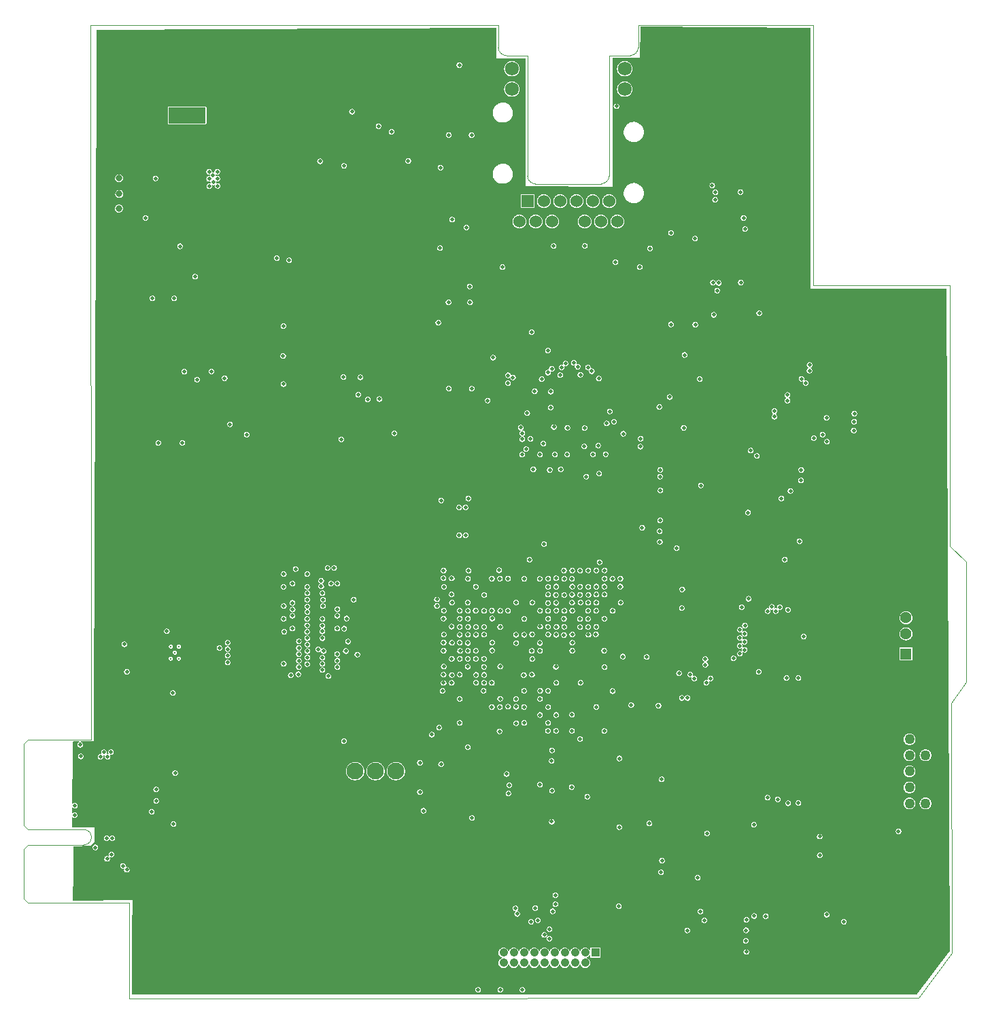
<source format=gbr>
G04 #@! TF.GenerationSoftware,KiCad,Pcbnew,(7.0.0)*
G04 #@! TF.CreationDate,2024-09-25T23:02:18+02:00*
G04 #@! TF.ProjectId,FPGA_dev_board,46504741-5f64-4657-965f-626f6172642e,rev?*
G04 #@! TF.SameCoordinates,Original*
G04 #@! TF.FileFunction,Copper,L7,Inr*
G04 #@! TF.FilePolarity,Positive*
%FSLAX46Y46*%
G04 Gerber Fmt 4.6, Leading zero omitted, Abs format (unit mm)*
G04 Created by KiCad (PCBNEW (7.0.0)) date 2024-09-25 23:02:18*
%MOMM*%
%LPD*%
G01*
G04 APERTURE LIST*
G04 #@! TA.AperFunction,ComponentPad*
%ADD10C,4.500000*%
G04 #@! TD*
G04 #@! TA.AperFunction,ComponentPad*
%ADD11C,0.300000*%
G04 #@! TD*
G04 #@! TA.AperFunction,ComponentPad*
%ADD12C,2.100000*%
G04 #@! TD*
G04 #@! TA.AperFunction,ComponentPad*
%ADD13R,1.530000X1.530000*%
G04 #@! TD*
G04 #@! TA.AperFunction,ComponentPad*
%ADD14C,1.530000*%
G04 #@! TD*
G04 #@! TA.AperFunction,ComponentPad*
%ADD15C,1.725000*%
G04 #@! TD*
G04 #@! TA.AperFunction,ComponentPad*
%ADD16R,4.600000X2.000000*%
G04 #@! TD*
G04 #@! TA.AperFunction,ComponentPad*
%ADD17O,4.200000X2.000000*%
G04 #@! TD*
G04 #@! TA.AperFunction,ComponentPad*
%ADD18O,2.000000X4.200000*%
G04 #@! TD*
G04 #@! TA.AperFunction,ComponentPad*
%ADD19R,1.060000X1.060000*%
G04 #@! TD*
G04 #@! TA.AperFunction,ComponentPad*
%ADD20C,1.060000*%
G04 #@! TD*
G04 #@! TA.AperFunction,ComponentPad*
%ADD21C,1.995000*%
G04 #@! TD*
G04 #@! TA.AperFunction,ComponentPad*
%ADD22C,1.270000*%
G04 #@! TD*
G04 #@! TA.AperFunction,ComponentPad*
%ADD23R,1.428000X1.428000*%
G04 #@! TD*
G04 #@! TA.AperFunction,ComponentPad*
%ADD24C,1.428000*%
G04 #@! TD*
G04 #@! TA.AperFunction,ComponentPad*
%ADD25C,3.346000*%
G04 #@! TD*
G04 #@! TA.AperFunction,ComponentPad*
%ADD26C,0.550000*%
G04 #@! TD*
G04 #@! TA.AperFunction,ViaPad*
%ADD27C,0.500000*%
G04 #@! TD*
G04 #@! TA.AperFunction,ViaPad*
%ADD28C,0.800000*%
G04 #@! TD*
G04 #@! TA.AperFunction,Profile*
%ADD29C,0.100000*%
G04 #@! TD*
G04 #@! TA.AperFunction,Profile*
%ADD30C,0.010000*%
G04 #@! TD*
G04 APERTURE END LIST*
D10*
X81640000Y-125240000D03*
D11*
X55420000Y-198590000D03*
X56420000Y-198590000D03*
X55920000Y-197840000D03*
X55420000Y-197090000D03*
X56420000Y-197090000D03*
D12*
X78370000Y-212590000D03*
X80910000Y-212590000D03*
X83450000Y-212590000D03*
D13*
X99833999Y-141559999D03*
D14*
X101866000Y-141560000D03*
X103898000Y-141560000D03*
X105930000Y-141560000D03*
X107962000Y-141560000D03*
X109994000Y-141560000D03*
X98818000Y-144100000D03*
X100850000Y-144100000D03*
X102882000Y-144100000D03*
X106946000Y-144100000D03*
X108978000Y-144100000D03*
X111010000Y-144100000D03*
D15*
X97889000Y-127590000D03*
X97889000Y-125050000D03*
X111939000Y-127590000D03*
X111939000Y-125050000D03*
D12*
X113069000Y-136230000D03*
X96759000Y-134830000D03*
D16*
X57459999Y-130879999D03*
D17*
X57459999Y-124579999D03*
D18*
X52659999Y-127979999D03*
D10*
X56360000Y-233980000D03*
D19*
X108279999Y-235229999D03*
D20*
X108280000Y-236500000D03*
X107010000Y-235230000D03*
X107010000Y-236500000D03*
X105740000Y-235230000D03*
X105740000Y-236500000D03*
X104470000Y-235230000D03*
X104470000Y-236500000D03*
X103200000Y-235230000D03*
X103200000Y-236500000D03*
X101930000Y-235230000D03*
X101930000Y-236500000D03*
X100660000Y-235230000D03*
X100660000Y-236500000D03*
X99390000Y-235230000D03*
X99390000Y-236500000D03*
X98120000Y-235230000D03*
X98120000Y-236500000D03*
X96850000Y-235230000D03*
X96850000Y-236500000D03*
D21*
X143370000Y-174020000D03*
X143370000Y-159520000D03*
X148320000Y-174620000D03*
X148320000Y-158920000D03*
D22*
X149400000Y-216620000D03*
X149400000Y-214620001D03*
X149400000Y-212620000D03*
X149400000Y-210619999D03*
X149400000Y-208620001D03*
X147399999Y-216620000D03*
X147399999Y-214620001D03*
X147399999Y-212620000D03*
X147399999Y-210619999D03*
X147399999Y-208620001D03*
D10*
X145270000Y-234470000D03*
D23*
X146969999Y-197979999D03*
D24*
X146970000Y-195480000D03*
X146970000Y-193480000D03*
X146970000Y-190980000D03*
D25*
X149970000Y-201050000D03*
X149970000Y-187910000D03*
D12*
X78370000Y-216680000D03*
X80910000Y-216680000D03*
X83450000Y-216680000D03*
D10*
X130270000Y-125210000D03*
D26*
X105795000Y-166885000D03*
X105795000Y-168135000D03*
X104545000Y-166885000D03*
X104545000Y-168135000D03*
D27*
X95407000Y-201600000D03*
X95432000Y-193575000D03*
X76650000Y-171250000D03*
X99407000Y-195600000D03*
X100382000Y-197625000D03*
X83260000Y-170490000D03*
X96432000Y-203575000D03*
X94444500Y-190637500D03*
X96432000Y-199575000D03*
X96432000Y-194625000D03*
X99382000Y-200625000D03*
X97407000Y-192600000D03*
X89070000Y-178860000D03*
X92470000Y-178610000D03*
X98400000Y-203610000D03*
X96307500Y-187560000D03*
X98432000Y-191575000D03*
X98407000Y-195600000D03*
X131070000Y-233680000D03*
X79780000Y-179670000D03*
X79750000Y-134420000D03*
X46760000Y-120740000D03*
X66910000Y-124690000D03*
X81780000Y-222670000D03*
X109620000Y-213490000D03*
X78780000Y-222670000D03*
X92700000Y-120740000D03*
X46660000Y-136900000D03*
X99432000Y-205575000D03*
X146102659Y-239860000D03*
X122984284Y-120810000D03*
X110432000Y-207625000D03*
X102407000Y-201600000D03*
X144060000Y-165540000D03*
X133770000Y-151340000D03*
X58990000Y-165110000D03*
X69502324Y-198512324D03*
X90407000Y-187575000D03*
X102432000Y-203625000D03*
X110420000Y-197590000D03*
X116240000Y-159800000D03*
X123480000Y-145600000D03*
X96432000Y-193650000D03*
X121040000Y-227740000D03*
X91382000Y-207625000D03*
X92950000Y-184560000D03*
X46620000Y-144700000D03*
X96130000Y-157900000D03*
X108210000Y-186790000D03*
X62450000Y-193370000D03*
X141780000Y-193670000D03*
X43647220Y-215858580D03*
X66105304Y-239860000D03*
X127450000Y-182660000D03*
X125675712Y-120810000D03*
X46550000Y-166690000D03*
X77780000Y-224670000D03*
X92700000Y-150890000D03*
X142810000Y-226460000D03*
X46590000Y-155890000D03*
X74810000Y-141680000D03*
X97450000Y-209560000D03*
X59160000Y-196990000D03*
X57829717Y-239860000D03*
X123860233Y-232471734D03*
X126920000Y-219250000D03*
X44930000Y-225790000D03*
X133960000Y-232640000D03*
X87220000Y-120740000D03*
X106432000Y-195600000D03*
X93407000Y-207575000D03*
X89407000Y-205575000D03*
X97407000Y-191600000D03*
X73754500Y-192076088D03*
X134130000Y-198030000D03*
X142780000Y-196670000D03*
X46690000Y-134030000D03*
X105387500Y-200577500D03*
X95432000Y-187625000D03*
X78950000Y-120740000D03*
X112010000Y-202720000D03*
X60780000Y-183670000D03*
X93190000Y-181410000D03*
X142780000Y-193670000D03*
X151280000Y-220730000D03*
X134390000Y-227450000D03*
X123780000Y-132670000D03*
X104410000Y-196590000D03*
X46570000Y-161290000D03*
X59270000Y-193240000D03*
X104407000Y-197600000D03*
X66770000Y-151900000D03*
X123690000Y-193050000D03*
X136291428Y-153560000D03*
X46590000Y-147570000D03*
X81780000Y-181670000D03*
X126780000Y-135670000D03*
X91432000Y-189630000D03*
X104432000Y-189625000D03*
X109382000Y-192575000D03*
X133770000Y-145957140D03*
X89370000Y-169106097D03*
X44620000Y-223000000D03*
X118490000Y-139630000D03*
X112080000Y-220210000D03*
X101130000Y-150490000D03*
X143780000Y-193670000D03*
X97407000Y-199600000D03*
X95432000Y-203575000D03*
X60020000Y-172550000D03*
X143780000Y-196670000D03*
X143795712Y-153560000D03*
X71780000Y-224670000D03*
X96300000Y-160890000D03*
X128220000Y-204900000D03*
X46560000Y-158760000D03*
X117490000Y-161310000D03*
X81820000Y-167550000D03*
X120292856Y-120810000D03*
X92720000Y-161880000D03*
X69440000Y-191230000D03*
X78220000Y-197610000D03*
X137780000Y-193670000D03*
X151360000Y-180531428D03*
X151330000Y-231620000D03*
X62820000Y-120740000D03*
X141372000Y-213448000D03*
X129580000Y-233690000D03*
X109432000Y-204625000D03*
X46640000Y-142300000D03*
X118517355Y-239860000D03*
X46760000Y-122670000D03*
X126690000Y-190610000D03*
X49630000Y-120740000D03*
X75780000Y-181670000D03*
X133750000Y-143780000D03*
X68863833Y-239860000D03*
X77470000Y-171810000D03*
X88173536Y-239860000D03*
X94444500Y-189637500D03*
X140450000Y-228330000D03*
X106407000Y-192600000D03*
X100419500Y-187612500D03*
X138180000Y-221610000D03*
X118780000Y-126670000D03*
X46730000Y-125540000D03*
X116320000Y-171980000D03*
X121780000Y-129670000D03*
X128070000Y-233690000D03*
X133750000Y-128340000D03*
X98382000Y-200600000D03*
X101966181Y-239860000D03*
X132550000Y-205290000D03*
X132310000Y-239860000D03*
X95432000Y-202600000D03*
X123400000Y-153710000D03*
X135068529Y-239860000D03*
X46520000Y-177990000D03*
X110530000Y-157030000D03*
X116727794Y-197046264D03*
X137510000Y-199400000D03*
X117050000Y-203380000D03*
X58000000Y-152520000D03*
X126080000Y-201200000D03*
X46500000Y-174960000D03*
X90880000Y-216580000D03*
X107483239Y-239860000D03*
X68130000Y-120740000D03*
X73780000Y-179670000D03*
X128730000Y-144520000D03*
X43717220Y-212328580D03*
X55380000Y-151290000D03*
X130540000Y-209220000D03*
X46410000Y-200050000D03*
X135720000Y-230490000D03*
X151340000Y-165975716D03*
X95850000Y-173840000D03*
X73530000Y-120740000D03*
X114120000Y-197130000D03*
X100407000Y-192600000D03*
X123820233Y-233791734D03*
X151340000Y-158471432D03*
X46670000Y-139430000D03*
X60780000Y-180670000D03*
X68920000Y-153880000D03*
X106407000Y-202600000D03*
X133750000Y-141088572D03*
X106432000Y-205625000D03*
X75365000Y-190030000D03*
X151360000Y-183032856D03*
X72415000Y-188830000D03*
X124034413Y-239860000D03*
X95410000Y-194600000D03*
X51920000Y-204050000D03*
X66184122Y-202325878D03*
X69440000Y-190455000D03*
X105070000Y-160960000D03*
X60780000Y-189670000D03*
X68780000Y-224670000D03*
X144070000Y-164030000D03*
X107432000Y-188625000D03*
X63780000Y-222670000D03*
X133750000Y-125648572D03*
X105320000Y-154840000D03*
X99432000Y-191625000D03*
X110241768Y-239860000D03*
X98432000Y-188600000D03*
X140585587Y-239860000D03*
X131058568Y-120810000D03*
X52460000Y-197860000D03*
X116780000Y-135670000D03*
X76780000Y-179670000D03*
X85415007Y-239860000D03*
X133750000Y-122957140D03*
X151360000Y-175528572D03*
X52900000Y-193730000D03*
X116780000Y-129670000D03*
X72950000Y-141640000D03*
X99407000Y-201600000D03*
X72780000Y-222670000D03*
X77139420Y-239860000D03*
X98070000Y-164730000D03*
X126650000Y-153210000D03*
X96290000Y-159530000D03*
X88490500Y-196085522D03*
X129780000Y-132670000D03*
X73639998Y-167850000D03*
X107419500Y-208612500D03*
X144070000Y-162530000D03*
X98407000Y-194600000D03*
X46540000Y-164160000D03*
X43627220Y-228318580D03*
X114910000Y-120810000D03*
X94500000Y-168040000D03*
X91432000Y-191600000D03*
X135780000Y-193670000D03*
X133770000Y-133528572D03*
X109382000Y-202575000D03*
X136250000Y-167950000D03*
X133770000Y-130837140D03*
X132060000Y-233810000D03*
X125340000Y-207070000D03*
X102430000Y-199583388D03*
X65690000Y-120740000D03*
X110830000Y-182220000D03*
X100457000Y-207650000D03*
X105330000Y-156450000D03*
X133790000Y-153560000D03*
X60290000Y-120740000D03*
X104724710Y-239860000D03*
X126090000Y-141860000D03*
X63760000Y-147890000D03*
X86780000Y-224670000D03*
X100432000Y-188625000D03*
X65780000Y-224670000D03*
X116990000Y-160730000D03*
X93680000Y-174410000D03*
X137330000Y-195840000D03*
X137827058Y-239860000D03*
X46490000Y-180860000D03*
X58780000Y-182670000D03*
X107444000Y-198611000D03*
X136150000Y-199190000D03*
X99870000Y-175870000D03*
X75780000Y-222670000D03*
X74380891Y-239860000D03*
X138780000Y-193670000D03*
X64090000Y-157070000D03*
X133770000Y-136220000D03*
X151300000Y-153560000D03*
X136160000Y-236720000D03*
X60780000Y-186670000D03*
X133750000Y-231540000D03*
X52160000Y-120740000D03*
X115960000Y-184530000D03*
X62040000Y-164590000D03*
X52312659Y-239860000D03*
X139970000Y-166270000D03*
X133910000Y-200020000D03*
X147220000Y-229230000D03*
X142950000Y-220100000D03*
X104380000Y-186680000D03*
X55071188Y-239860000D03*
X46500000Y-183390000D03*
X98457000Y-198575000D03*
X128367140Y-120810000D03*
X151340000Y-173480000D03*
X147130000Y-223040000D03*
X58780000Y-178670000D03*
X96420000Y-206590000D03*
X129551471Y-239860000D03*
X74760000Y-131930000D03*
X90932065Y-239860000D03*
X76400000Y-120740000D03*
X96420000Y-196560000D03*
X93080000Y-183530000D03*
X90390000Y-197605000D03*
X137200000Y-166250000D03*
X123220000Y-142370000D03*
X124136100Y-199520000D03*
X46390000Y-205450000D03*
X122680000Y-231290000D03*
X139780000Y-193670000D03*
X136780000Y-193670000D03*
X60860000Y-193290000D03*
X138500000Y-162670000D03*
X139780000Y-196670000D03*
X66780000Y-222670000D03*
X46360000Y-208320000D03*
X98382000Y-199625000D03*
X64079904Y-164357712D03*
X151340000Y-170978572D03*
X46710000Y-130940000D03*
X133750000Y-138397140D03*
X122780000Y-157699000D03*
X92780000Y-224670000D03*
X46570000Y-152970000D03*
X74821644Y-224669844D03*
X151340000Y-155970000D03*
X140780000Y-196670000D03*
X138780000Y-196670000D03*
X141294284Y-153560000D03*
X146297140Y-153560000D03*
X124350000Y-203210000D03*
X73829500Y-196829500D03*
X144060000Y-170030000D03*
X138792856Y-153560000D03*
X46380000Y-202920000D03*
X55750000Y-141690000D03*
X103382000Y-193625000D03*
X80310000Y-139100000D03*
X64920000Y-141610000D03*
X94540000Y-165510000D03*
X143344116Y-239860000D03*
X91407000Y-187550000D03*
X46530000Y-172090000D03*
X141780000Y-196670000D03*
X97350000Y-211850000D03*
X121780000Y-135670000D03*
X57070000Y-202970000D03*
X92670000Y-217180000D03*
X137880000Y-213448000D03*
X123830000Y-231120000D03*
X103070000Y-150520000D03*
X131130000Y-224360000D03*
X69490000Y-200055000D03*
X62010000Y-146930000D03*
X151340000Y-160972860D03*
X132360000Y-208830000D03*
X82780000Y-179670000D03*
X82656478Y-239860000D03*
X46460000Y-188990000D03*
X55030000Y-120740000D03*
X122880000Y-167970000D03*
X60588246Y-239860000D03*
X87780000Y-222670000D03*
X101370000Y-189590000D03*
X58780000Y-185670000D03*
X102650000Y-186340000D03*
X93407000Y-196600000D03*
X148798568Y-153560000D03*
X96340000Y-162320000D03*
X46600000Y-150100000D03*
X104420000Y-171980000D03*
X90390000Y-192590000D03*
X126792942Y-239860000D03*
X90780000Y-222670000D03*
X65930000Y-150890000D03*
X69860000Y-142730000D03*
X96407000Y-202600000D03*
X58420000Y-202930000D03*
X71000000Y-120740000D03*
X136040000Y-162660000D03*
X92770000Y-129900000D03*
X76165000Y-194030000D03*
X46430000Y-191860000D03*
X90540000Y-169096097D03*
X89821644Y-224669844D03*
X92720000Y-140860000D03*
X74490000Y-165830002D03*
X69780000Y-222670000D03*
X100407000Y-202600000D03*
X71622362Y-239860000D03*
X111394500Y-187612500D03*
X53860000Y-168230000D03*
X80780000Y-224670000D03*
X81820000Y-120740000D03*
X123820233Y-235131734D03*
X97072400Y-219550500D03*
X57420000Y-120740000D03*
X70565000Y-194030000D03*
X95407000Y-199600000D03*
X84350000Y-120740000D03*
X118780000Y-132670000D03*
X83180000Y-134290000D03*
X151340000Y-168477144D03*
X101382000Y-193625000D03*
X58780000Y-188670000D03*
X62920000Y-140870000D03*
X46520000Y-169560000D03*
X103407000Y-206600000D03*
X123780000Y-126670000D03*
X63996200Y-160810000D03*
X69490000Y-188830000D03*
X115758826Y-239860000D03*
X151360000Y-178030000D03*
X114090000Y-202690000D03*
X101230000Y-162290000D03*
X133770000Y-148648572D03*
X63346775Y-239860000D03*
X53890000Y-164350000D03*
X78780000Y-181670000D03*
X100407000Y-196625000D03*
X112810000Y-159250000D03*
X113000297Y-239860000D03*
X91432000Y-188590000D03*
X109720000Y-150540000D03*
X72794713Y-181642756D03*
X69490000Y-192830000D03*
X69990000Y-138120000D03*
X134780000Y-193670000D03*
X77240000Y-188030000D03*
X115630000Y-159140000D03*
X56140000Y-151240000D03*
X59890000Y-200680000D03*
X93110000Y-179300000D03*
X46440000Y-194390000D03*
X133800000Y-223690000D03*
X140780000Y-193670000D03*
X99394000Y-199586000D03*
X126780000Y-129670000D03*
X144020000Y-167030000D03*
X79897949Y-239860000D03*
X46470000Y-186260000D03*
X99432000Y-194625000D03*
X107030000Y-150310000D03*
X117710000Y-153629000D03*
X108960000Y-160600000D03*
X112090000Y-213660000D03*
X89830000Y-120740000D03*
X69950000Y-135910000D03*
X70794713Y-179642756D03*
X121275884Y-239860000D03*
X93430000Y-191590000D03*
X61500000Y-200640000D03*
X138070000Y-235550000D03*
X75750500Y-201725521D03*
X84780000Y-222670000D03*
X97407000Y-196600000D03*
X92432000Y-190625000D03*
X100840000Y-158540000D03*
X118440000Y-151709000D03*
X109408500Y-194601500D03*
X92407000Y-203600000D03*
X46410000Y-197260000D03*
X46740000Y-128070000D03*
X131450000Y-181940000D03*
X69950000Y-140450000D03*
X73980000Y-133110000D03*
X130520000Y-204290000D03*
X151340000Y-163474288D03*
X117601428Y-120810000D03*
X133750000Y-120810000D03*
X83780000Y-224670000D03*
X120240000Y-219870000D03*
X128630000Y-200230000D03*
X121370000Y-230090000D03*
X128690000Y-155529000D03*
X108810000Y-186559500D03*
X122190000Y-220360000D03*
X128060000Y-230660000D03*
X101382000Y-196625000D03*
X99400000Y-202580000D03*
X98432500Y-196632500D03*
X127370000Y-191120000D03*
X117700000Y-156919000D03*
X100407000Y-195575000D03*
X101361921Y-188633502D03*
X120730000Y-156959000D03*
X129520000Y-230680000D03*
X100419500Y-198612500D03*
X123030000Y-155729000D03*
X100432000Y-191600000D03*
X132080000Y-200990000D03*
X78760000Y-165680000D03*
X90450000Y-143860000D03*
X58690000Y-163800000D03*
X69410000Y-160860000D03*
D28*
X49000000Y-140660000D03*
D27*
X69450000Y-157130000D03*
X79030000Y-163510000D03*
X122930000Y-151719000D03*
X123190000Y-141380000D03*
X123450000Y-152699000D03*
X69450000Y-164360000D03*
X122840000Y-139620000D03*
X135480000Y-171090000D03*
D28*
X48980000Y-138700000D03*
D27*
X53130000Y-153680000D03*
X76920000Y-163480000D03*
X77980000Y-130410000D03*
X90040000Y-164914998D03*
X57100000Y-162820000D03*
X79950000Y-166270000D03*
X90000000Y-154170000D03*
D28*
X48960000Y-142470000D03*
D27*
X92875000Y-133315000D03*
X58440000Y-150970000D03*
X88950000Y-147420000D03*
X119050000Y-192280000D03*
X111270000Y-219580000D03*
X121850000Y-231200000D03*
X121420000Y-176990000D03*
X137070000Y-168570000D03*
X114120000Y-182270000D03*
X136570000Y-170650000D03*
X103432000Y-201600000D03*
X111280000Y-211020000D03*
X102610000Y-175050000D03*
X106920000Y-172130000D03*
X116340000Y-175890000D03*
X131870000Y-186230000D03*
X106432000Y-191575000D03*
X119400000Y-160730000D03*
X146040000Y-220120000D03*
X103970000Y-174980000D03*
X107166847Y-175888173D03*
X136220000Y-220750000D03*
X131460000Y-178610000D03*
X121290000Y-163740000D03*
X108770000Y-175520000D03*
X102407000Y-206600000D03*
X96725000Y-149790000D03*
X109407000Y-207600000D03*
X119110000Y-189950000D03*
X109432000Y-199625000D03*
X114690000Y-198380000D03*
X121040000Y-225870000D03*
X106394500Y-208587500D03*
X91350000Y-124590000D03*
X102750000Y-165290000D03*
X105330000Y-214590000D03*
X116150000Y-204430000D03*
X101407000Y-192600000D03*
X94890000Y-166410000D03*
X127020000Y-233760000D03*
X137100000Y-230490000D03*
X126510500Y-192160000D03*
X43470000Y-216919080D03*
X113880000Y-172150000D03*
X103369500Y-199587500D03*
X105407000Y-197600000D03*
X106388500Y-187601500D03*
X132580000Y-177660000D03*
X139230000Y-231380000D03*
X98432000Y-206625000D03*
X111710000Y-198320000D03*
X101407000Y-203600000D03*
X113810000Y-149780000D03*
X108407000Y-194600000D03*
X137130000Y-171540000D03*
X125490000Y-198540000D03*
X76980000Y-208860000D03*
X84990000Y-136540000D03*
X108407000Y-204600000D03*
X110432000Y-192625000D03*
X109432000Y-190600000D03*
X111760000Y-170550000D03*
X128020000Y-219270000D03*
X109382000Y-197575000D03*
X97460000Y-215380000D03*
X118700000Y-200410000D03*
X43440000Y-218090000D03*
X103400000Y-188560000D03*
X118420000Y-184800000D03*
X49950000Y-200220000D03*
X110432000Y-202625000D03*
X74000000Y-136590000D03*
X86440000Y-215230000D03*
X105382000Y-205575000D03*
X99800000Y-167990000D03*
X105407000Y-195575000D03*
X89000000Y-137380000D03*
X127080000Y-235140000D03*
X89070000Y-211730000D03*
X88730000Y-156710000D03*
X127070000Y-232440000D03*
X76990000Y-137160000D03*
X136230000Y-223080000D03*
X106432000Y-201575000D03*
X102883485Y-210012077D03*
X103432000Y-192575000D03*
X127100000Y-231120000D03*
X100570000Y-174970000D03*
X133580000Y-200990000D03*
X134230000Y-195830000D03*
X116350000Y-181350000D03*
X49640000Y-196790000D03*
X44200000Y-210760000D03*
X60220000Y-139680000D03*
X60190000Y-138780000D03*
X47540000Y-210800000D03*
X60710000Y-139210000D03*
X46030000Y-222110000D03*
X61210000Y-137880000D03*
X47100000Y-210250000D03*
X46670000Y-210800000D03*
X61220000Y-138750000D03*
X60680000Y-138310000D03*
X60190000Y-137880000D03*
X47980000Y-210240000D03*
X61250000Y-139650000D03*
X55850000Y-153680000D03*
X68620000Y-148660000D03*
X70160000Y-148930000D03*
X95407000Y-204600000D03*
X62800000Y-169370000D03*
X91407000Y-192600000D03*
X92920000Y-218440000D03*
X94382000Y-202575000D03*
X69465000Y-189630000D03*
X94432000Y-194625000D03*
X77215000Y-197630000D03*
X69490000Y-192030000D03*
X53870000Y-171700000D03*
X76165000Y-194830000D03*
X91407000Y-203600000D03*
X75765000Y-187280000D03*
X91407000Y-195600000D03*
X92407000Y-198600000D03*
X78650000Y-198070500D03*
X70565000Y-193230000D03*
X56870000Y-171670000D03*
X89440000Y-189630000D03*
X91407000Y-206600000D03*
X55690000Y-202860000D03*
X69490000Y-199230000D03*
X70565000Y-194830000D03*
X77310000Y-193580000D03*
X92420000Y-209610000D03*
X89390000Y-200580000D03*
X96350000Y-207640000D03*
X61470000Y-197240000D03*
X69490000Y-188030000D03*
X78194479Y-191229500D03*
X64880000Y-170650000D03*
X100075715Y-186239500D03*
X102720000Y-167280000D03*
X109710000Y-169270000D03*
X100350000Y-157880000D03*
X100740000Y-165240000D03*
X98030000Y-163530000D03*
X116250000Y-167200000D03*
X126920000Y-145030000D03*
X102380000Y-160170000D03*
X126740000Y-143640000D03*
X117710000Y-145510000D03*
X101820000Y-171780000D03*
X106950000Y-169840000D03*
X120710000Y-146220000D03*
X100200000Y-171190000D03*
X93400000Y-189610000D03*
X95407000Y-188600000D03*
X97420000Y-163270000D03*
X99432000Y-188625000D03*
X54930000Y-195180000D03*
X69490000Y-193605000D03*
X77480000Y-196450000D03*
X62490000Y-196600000D03*
X62490000Y-199060000D03*
X62490000Y-198190000D03*
X62490000Y-197390000D03*
X92130000Y-183200000D03*
X92432000Y-188625000D03*
X92120000Y-179720000D03*
X49449732Y-224401092D03*
X91340000Y-183190000D03*
X92502000Y-187610000D03*
X91330000Y-179740000D03*
X49944708Y-224896068D03*
X110080000Y-167760000D03*
X117530000Y-165970000D03*
X106990000Y-147120000D03*
X103100000Y-147150000D03*
X108710000Y-163670000D03*
X101600000Y-163740000D03*
X103910853Y-163238917D03*
X106420000Y-163190609D03*
X116370000Y-175040000D03*
X102407000Y-188600000D03*
X104407000Y-188625000D03*
X116390000Y-177600000D03*
X105407000Y-187600000D03*
X116300000Y-182700000D03*
X116320000Y-184020000D03*
X105382000Y-188625000D03*
X102407000Y-189625000D03*
X133710000Y-183940000D03*
X133910000Y-176370000D03*
X104382000Y-187600000D03*
X44137220Y-209318580D03*
X107280000Y-215780000D03*
X102394500Y-202587500D03*
X55960000Y-212850000D03*
X132300000Y-216600000D03*
X131000000Y-216120000D03*
X102419500Y-204612500D03*
X102860000Y-218890000D03*
X55770000Y-219190000D03*
X129720000Y-215910000D03*
X53597220Y-214888580D03*
X97570000Y-214350000D03*
X101420500Y-202593139D03*
X53047220Y-217668580D03*
X102407000Y-193600000D03*
X102870000Y-215030000D03*
X48022386Y-223003414D03*
X94432000Y-192625000D03*
X95407000Y-192600000D03*
X47492054Y-223533746D03*
X96407000Y-188600000D03*
X48137220Y-220958580D03*
X47437220Y-220958580D03*
X97407000Y-188600000D03*
X133580000Y-216570000D03*
X53597220Y-216308580D03*
X101407000Y-205600000D03*
X102840000Y-211330000D03*
X107845269Y-162755984D03*
X105603285Y-161696560D03*
X107364435Y-162275150D03*
X106084119Y-162177394D03*
X97420000Y-164240000D03*
X95570000Y-161060000D03*
X110790000Y-149150000D03*
X115090000Y-147450000D03*
X110910000Y-129730000D03*
X104090487Y-162284697D03*
X104571321Y-161803863D03*
X102867295Y-162446461D03*
X102386461Y-162927295D03*
X119060000Y-203480000D03*
X134960000Y-161980000D03*
X102382000Y-194600000D03*
X121990000Y-199340000D03*
X130587967Y-167719859D03*
X107432000Y-195600000D03*
X108357000Y-195550000D03*
X130587967Y-168419859D03*
X121990000Y-198640000D03*
X127300000Y-180370000D03*
X140540000Y-168020000D03*
X105407000Y-196600000D03*
X140510000Y-169040000D03*
X127630000Y-172650000D03*
X106369500Y-193637500D03*
X140460000Y-170150000D03*
X128400000Y-173320000D03*
X107369500Y-193637500D03*
X105382000Y-207575000D03*
X102590000Y-232300000D03*
X102560000Y-233480000D03*
X103310000Y-229200000D03*
X101930000Y-233020000D03*
X100280000Y-231390000D03*
X102382000Y-207575000D03*
X103320000Y-228060000D03*
X96449123Y-239860000D03*
X99207652Y-239860000D03*
X93690594Y-239860000D03*
X103407000Y-205603000D03*
X103382000Y-207575000D03*
X102980000Y-230070000D03*
X101130000Y-231200000D03*
X98340000Y-229710000D03*
X98550000Y-230400000D03*
X100800000Y-229670000D03*
X101421000Y-194586000D03*
X134950000Y-162680000D03*
X119760000Y-203480000D03*
X122631799Y-201041467D03*
X133954834Y-163694834D03*
X104382000Y-193625000D03*
X104407000Y-194600000D03*
X134485166Y-164225166D03*
X122101467Y-201571799D03*
X92230000Y-144840000D03*
X123650000Y-151750000D03*
X92650000Y-152180000D03*
X92690000Y-154160000D03*
X123230000Y-140450000D03*
X60490000Y-162790000D03*
X90030000Y-133310000D03*
X116550000Y-213630000D03*
X101390000Y-214280000D03*
X115010000Y-219130000D03*
X99432000Y-193625000D03*
X112760000Y-204360000D03*
X81380000Y-166220000D03*
X52280000Y-143650000D03*
X56560000Y-147180000D03*
X126400000Y-151700000D03*
X126360000Y-140420000D03*
X62130000Y-163620000D03*
X53510000Y-138720000D03*
X82910000Y-132920000D03*
X72440000Y-197630000D03*
X95420000Y-197560000D03*
X90415000Y-200605000D03*
X74315000Y-198455000D03*
X93407000Y-198600000D03*
X72440000Y-198430000D03*
X71365000Y-198030000D03*
X94407000Y-199600000D03*
X90407000Y-201600000D03*
X76165000Y-198830000D03*
X95440000Y-196577000D03*
X71365000Y-198830000D03*
X76165000Y-199630000D03*
X92395000Y-199580000D03*
X71365000Y-199630000D03*
X89250000Y-202590000D03*
X94440000Y-200605000D03*
X75040000Y-200760000D03*
X72415000Y-199255000D03*
X94430000Y-198600000D03*
X74315000Y-196030000D03*
X93394500Y-197587500D03*
X89394500Y-201612500D03*
X74315000Y-199230000D03*
X74440000Y-197630500D03*
X89407000Y-199575000D03*
X71290000Y-200520000D03*
X90407000Y-198600000D03*
X74315000Y-200005000D03*
X94432000Y-201600000D03*
X71365000Y-197230000D03*
X94419500Y-195587500D03*
X91415000Y-200555000D03*
X76140000Y-198005000D03*
X91420000Y-198590000D03*
X72440000Y-196830000D03*
X91432000Y-197625000D03*
X77020000Y-194850000D03*
X70360000Y-200650000D03*
X93382500Y-192605000D03*
X71365000Y-196430000D03*
X72390000Y-194430000D03*
X89394500Y-197587500D03*
X72390000Y-195230000D03*
X92432000Y-197600000D03*
X92432000Y-195600000D03*
X72415000Y-196030000D03*
X69540000Y-195230000D03*
X92407000Y-196625000D03*
X108407000Y-189600000D03*
X110610000Y-169050000D03*
X108394500Y-191612500D03*
X107990000Y-173110000D03*
X103382000Y-191625000D03*
X101910000Y-184290000D03*
X107382000Y-192600000D03*
X113920000Y-171160000D03*
X104394500Y-190637500D03*
X104790000Y-173130000D03*
X96432000Y-192625000D03*
X103369500Y-190637500D03*
X103250000Y-173130000D03*
X105394500Y-190612500D03*
X101400000Y-173130000D03*
X105394500Y-191612500D03*
X99160000Y-173150000D03*
X109560000Y-173100000D03*
X106394500Y-189612500D03*
X133930000Y-175050000D03*
X101407000Y-197600000D03*
X105408500Y-189598500D03*
X100400000Y-200590000D03*
X86440000Y-211550000D03*
X88820000Y-207160000D03*
X96407000Y-204600000D03*
X116580000Y-223750000D03*
X107382000Y-194625000D03*
X106382000Y-194650000D03*
X116470000Y-225220000D03*
X119740000Y-232450000D03*
X104382000Y-195625000D03*
X103446000Y-194614000D03*
X111220000Y-229430000D03*
X74360000Y-192030000D03*
X93432000Y-195600000D03*
X91419500Y-193587500D03*
X72415000Y-191230000D03*
X93440000Y-200605000D03*
X74293434Y-194480000D03*
X74293434Y-195180000D03*
X93440000Y-201575500D03*
X74315000Y-193630000D03*
X91419500Y-194612500D03*
X92444500Y-194637500D03*
X70590000Y-192455000D03*
X75370000Y-189230000D03*
X92400000Y-191590000D03*
X89394500Y-193587500D03*
X74315000Y-190430000D03*
X90394500Y-194587500D03*
X74381811Y-191230000D03*
X72440000Y-190430000D03*
X89419500Y-192587500D03*
X89419500Y-195587500D03*
X76160000Y-192420000D03*
X92419500Y-193587500D03*
X70565000Y-191630000D03*
X89394500Y-196587500D03*
X76165000Y-193230000D03*
X72390000Y-193630500D03*
X93432000Y-194625000D03*
X92432000Y-192625000D03*
X70965000Y-187405000D03*
X74940000Y-187280000D03*
X90407000Y-188575000D03*
X74152875Y-188880000D03*
X88557000Y-191200000D03*
X88557000Y-192000000D03*
X74152875Y-189580000D03*
X70570000Y-189230000D03*
X90394500Y-190562500D03*
X89365000Y-188555000D03*
X72390000Y-189630000D03*
X89394500Y-187587500D03*
X72415000Y-188030000D03*
X76170000Y-189230000D03*
X90426000Y-191591000D03*
X120112512Y-200562512D03*
X132215194Y-165717338D03*
X103407000Y-195600000D03*
X132215194Y-166417338D03*
X102432000Y-195575000D03*
X120607488Y-201057488D03*
X102394500Y-191637500D03*
X99670000Y-172470000D03*
X102382000Y-192625000D03*
X97432000Y-204575000D03*
X87930000Y-208050000D03*
X102407000Y-190600000D03*
X98995000Y-169785000D03*
X103120000Y-169700000D03*
X103410000Y-189600000D03*
X98432000Y-204575000D03*
X99407000Y-204600000D03*
X104432000Y-192625000D03*
X99190000Y-171220000D03*
X129760000Y-192650000D03*
X106382000Y-190625000D03*
X99190000Y-170480000D03*
X105407000Y-192600000D03*
X86890000Y-217540000D03*
X81290000Y-132210000D03*
X92900000Y-164930000D03*
X126880000Y-195480000D03*
X111407000Y-189600000D03*
X107407000Y-189625000D03*
X104810000Y-169790000D03*
X119290000Y-169800000D03*
X107394500Y-191612500D03*
X126290000Y-196000000D03*
X109407000Y-189600000D03*
X107432000Y-190625000D03*
X108630000Y-172020000D03*
X108407000Y-190600000D03*
X126870000Y-196470000D03*
X99432000Y-206600000D03*
X97240000Y-212960000D03*
X110407000Y-188625000D03*
X126300000Y-194970000D03*
X126910000Y-194460000D03*
X111407000Y-188600000D03*
X109407000Y-193600000D03*
X126300000Y-197970000D03*
X108382000Y-192600000D03*
X126870000Y-197480000D03*
X111432000Y-191600000D03*
X126270000Y-196980000D03*
X109432000Y-188600000D03*
X130260000Y-192130000D03*
X130750000Y-192650000D03*
X109432000Y-187575000D03*
X108407000Y-187575000D03*
X131260000Y-192160000D03*
X107407000Y-187575000D03*
X132270000Y-192490000D03*
X72421858Y-192780000D03*
X90419500Y-196612500D03*
X91407000Y-196575000D03*
X72421858Y-192080000D03*
X73790000Y-197430000D03*
G04 #@! TA.AperFunction,Conductor*
G36*
X135021236Y-119929723D02*
G01*
X135039909Y-119933536D01*
X135055717Y-119944188D01*
X135066265Y-119960066D01*
X135069955Y-119978767D01*
X135040003Y-152506137D01*
X135040003Y-152506140D01*
X135040000Y-152510000D01*
X151941188Y-152490057D01*
X151959898Y-152493747D01*
X151975785Y-152504303D01*
X151986437Y-152520124D01*
X151990242Y-152538814D01*
X152399917Y-235113366D01*
X152397395Y-235129129D01*
X152389940Y-235143245D01*
X148404708Y-240390633D01*
X148393923Y-240401043D01*
X148380495Y-240407706D01*
X148365681Y-240409997D01*
X50589413Y-240400005D01*
X50574193Y-240397580D01*
X50560479Y-240390547D01*
X50549628Y-240379602D01*
X50542714Y-240365828D01*
X50540420Y-240350591D01*
X50544595Y-239860000D01*
X93339111Y-239860000D01*
X93343037Y-239912386D01*
X93354726Y-239963601D01*
X93355394Y-239965303D01*
X93355395Y-239965306D01*
X93373250Y-240010800D01*
X93373253Y-240010806D01*
X93373919Y-240012503D01*
X93400185Y-240057997D01*
X93432939Y-240099069D01*
X93471448Y-240134800D01*
X93472955Y-240135827D01*
X93472957Y-240135829D01*
X93485386Y-240144303D01*
X93514853Y-240164393D01*
X93562183Y-240187186D01*
X93612382Y-240202671D01*
X93614184Y-240202942D01*
X93614186Y-240202943D01*
X93625670Y-240204673D01*
X93664328Y-240210500D01*
X93715029Y-240210500D01*
X93716860Y-240210500D01*
X93768806Y-240202671D01*
X93819005Y-240187186D01*
X93866336Y-240164393D01*
X93909740Y-240134800D01*
X93948249Y-240099069D01*
X93981003Y-240057997D01*
X94007269Y-240012503D01*
X94026462Y-239963601D01*
X94038151Y-239912386D01*
X94042077Y-239860000D01*
X96097640Y-239860000D01*
X96101566Y-239912386D01*
X96113255Y-239963601D01*
X96113923Y-239965303D01*
X96113924Y-239965306D01*
X96131779Y-240010800D01*
X96131782Y-240010806D01*
X96132448Y-240012503D01*
X96158714Y-240057997D01*
X96191468Y-240099069D01*
X96229977Y-240134800D01*
X96231484Y-240135827D01*
X96231486Y-240135829D01*
X96243915Y-240144303D01*
X96273382Y-240164393D01*
X96320712Y-240187186D01*
X96370911Y-240202671D01*
X96372713Y-240202942D01*
X96372715Y-240202943D01*
X96384199Y-240204673D01*
X96422857Y-240210500D01*
X96473558Y-240210500D01*
X96475389Y-240210500D01*
X96527335Y-240202671D01*
X96577534Y-240187186D01*
X96624865Y-240164393D01*
X96668269Y-240134800D01*
X96706778Y-240099069D01*
X96739532Y-240057997D01*
X96765798Y-240012503D01*
X96784991Y-239963601D01*
X96796680Y-239912386D01*
X96800606Y-239860000D01*
X98856169Y-239860000D01*
X98860095Y-239912386D01*
X98871784Y-239963601D01*
X98872452Y-239965303D01*
X98872453Y-239965306D01*
X98890308Y-240010800D01*
X98890311Y-240010806D01*
X98890977Y-240012503D01*
X98917243Y-240057997D01*
X98949997Y-240099069D01*
X98988506Y-240134800D01*
X98990013Y-240135827D01*
X98990015Y-240135829D01*
X99002444Y-240144303D01*
X99031911Y-240164393D01*
X99079241Y-240187186D01*
X99129440Y-240202671D01*
X99131242Y-240202942D01*
X99131244Y-240202943D01*
X99142728Y-240204673D01*
X99181386Y-240210500D01*
X99232087Y-240210500D01*
X99233918Y-240210500D01*
X99285864Y-240202671D01*
X99336063Y-240187186D01*
X99383394Y-240164393D01*
X99426798Y-240134800D01*
X99465307Y-240099069D01*
X99498061Y-240057997D01*
X99524327Y-240012503D01*
X99543520Y-239963601D01*
X99555209Y-239912386D01*
X99559135Y-239860000D01*
X99555209Y-239807614D01*
X99543520Y-239756399D01*
X99524327Y-239707497D01*
X99498061Y-239662003D01*
X99465307Y-239620931D01*
X99426798Y-239585200D01*
X99383394Y-239555607D01*
X99381746Y-239554813D01*
X99381742Y-239554811D01*
X99337709Y-239533606D01*
X99337701Y-239533603D01*
X99336063Y-239532814D01*
X99285864Y-239517329D01*
X99284071Y-239517058D01*
X99284059Y-239517056D01*
X99235726Y-239509772D01*
X99235719Y-239509771D01*
X99233918Y-239509500D01*
X99181386Y-239509500D01*
X99179585Y-239509771D01*
X99179577Y-239509772D01*
X99131244Y-239517056D01*
X99131229Y-239517059D01*
X99129440Y-239517329D01*
X99127698Y-239517866D01*
X99127695Y-239517867D01*
X99080995Y-239532272D01*
X99080983Y-239532276D01*
X99079241Y-239532814D01*
X99077592Y-239533607D01*
X99077582Y-239533612D01*
X99033569Y-239554808D01*
X99033563Y-239554811D01*
X99031911Y-239555607D01*
X99030400Y-239556636D01*
X99030395Y-239556640D01*
X98990015Y-239584170D01*
X98990004Y-239584178D01*
X98988506Y-239585200D01*
X98987173Y-239586436D01*
X98987164Y-239586444D01*
X98951347Y-239619678D01*
X98949997Y-239620931D01*
X98948857Y-239622359D01*
X98948849Y-239622369D01*
X98918381Y-239660575D01*
X98918376Y-239660581D01*
X98917243Y-239662003D01*
X98916334Y-239663575D01*
X98916328Y-239663586D01*
X98891893Y-239705909D01*
X98891888Y-239705917D01*
X98890977Y-239707497D01*
X98890313Y-239709187D01*
X98890308Y-239709199D01*
X98872453Y-239754693D01*
X98872450Y-239754699D01*
X98871784Y-239756399D01*
X98871378Y-239758176D01*
X98871376Y-239758184D01*
X98860501Y-239805833D01*
X98860095Y-239807614D01*
X98856169Y-239860000D01*
X96800606Y-239860000D01*
X96796680Y-239807614D01*
X96784991Y-239756399D01*
X96765798Y-239707497D01*
X96739532Y-239662003D01*
X96706778Y-239620931D01*
X96668269Y-239585200D01*
X96624865Y-239555607D01*
X96623217Y-239554813D01*
X96623213Y-239554811D01*
X96579180Y-239533606D01*
X96579172Y-239533603D01*
X96577534Y-239532814D01*
X96527335Y-239517329D01*
X96525542Y-239517058D01*
X96525530Y-239517056D01*
X96477197Y-239509772D01*
X96477190Y-239509771D01*
X96475389Y-239509500D01*
X96422857Y-239509500D01*
X96421056Y-239509771D01*
X96421048Y-239509772D01*
X96372715Y-239517056D01*
X96372700Y-239517059D01*
X96370911Y-239517329D01*
X96369169Y-239517866D01*
X96369166Y-239517867D01*
X96322466Y-239532272D01*
X96322454Y-239532276D01*
X96320712Y-239532814D01*
X96319063Y-239533607D01*
X96319053Y-239533612D01*
X96275040Y-239554808D01*
X96275034Y-239554811D01*
X96273382Y-239555607D01*
X96271871Y-239556636D01*
X96271866Y-239556640D01*
X96231486Y-239584170D01*
X96231475Y-239584178D01*
X96229977Y-239585200D01*
X96228644Y-239586436D01*
X96228635Y-239586444D01*
X96192818Y-239619678D01*
X96191468Y-239620931D01*
X96190328Y-239622359D01*
X96190320Y-239622369D01*
X96159852Y-239660575D01*
X96159847Y-239660581D01*
X96158714Y-239662003D01*
X96157805Y-239663575D01*
X96157799Y-239663586D01*
X96133364Y-239705909D01*
X96133359Y-239705917D01*
X96132448Y-239707497D01*
X96131784Y-239709187D01*
X96131779Y-239709199D01*
X96113924Y-239754693D01*
X96113921Y-239754699D01*
X96113255Y-239756399D01*
X96112849Y-239758176D01*
X96112847Y-239758184D01*
X96101972Y-239805833D01*
X96101566Y-239807614D01*
X96097640Y-239860000D01*
X94042077Y-239860000D01*
X94038151Y-239807614D01*
X94026462Y-239756399D01*
X94007269Y-239707497D01*
X93981003Y-239662003D01*
X93948249Y-239620931D01*
X93909740Y-239585200D01*
X93866336Y-239555607D01*
X93864688Y-239554813D01*
X93864684Y-239554811D01*
X93820651Y-239533606D01*
X93820643Y-239533603D01*
X93819005Y-239532814D01*
X93768806Y-239517329D01*
X93767013Y-239517058D01*
X93767001Y-239517056D01*
X93718668Y-239509772D01*
X93718661Y-239509771D01*
X93716860Y-239509500D01*
X93664328Y-239509500D01*
X93662527Y-239509771D01*
X93662519Y-239509772D01*
X93614186Y-239517056D01*
X93614171Y-239517059D01*
X93612382Y-239517329D01*
X93610640Y-239517866D01*
X93610637Y-239517867D01*
X93563937Y-239532272D01*
X93563925Y-239532276D01*
X93562183Y-239532814D01*
X93560534Y-239533607D01*
X93560524Y-239533612D01*
X93516511Y-239554808D01*
X93516505Y-239554811D01*
X93514853Y-239555607D01*
X93513342Y-239556636D01*
X93513337Y-239556640D01*
X93472957Y-239584170D01*
X93472946Y-239584178D01*
X93471448Y-239585200D01*
X93470115Y-239586436D01*
X93470106Y-239586444D01*
X93434289Y-239619678D01*
X93432939Y-239620931D01*
X93431799Y-239622359D01*
X93431791Y-239622369D01*
X93401323Y-239660575D01*
X93401318Y-239660581D01*
X93400185Y-239662003D01*
X93399276Y-239663575D01*
X93399270Y-239663586D01*
X93374835Y-239705909D01*
X93374830Y-239705917D01*
X93373919Y-239707497D01*
X93373255Y-239709187D01*
X93373250Y-239709199D01*
X93355395Y-239754693D01*
X93355392Y-239754699D01*
X93354726Y-239756399D01*
X93354320Y-239758176D01*
X93354318Y-239758184D01*
X93343443Y-239805833D01*
X93343037Y-239807614D01*
X93339111Y-239860000D01*
X50544595Y-239860000D01*
X50573191Y-236500000D01*
X96218507Y-236500000D01*
X96222478Y-236570705D01*
X96234340Y-236640520D01*
X96234718Y-236641835D01*
X96234720Y-236641840D01*
X96251390Y-236699706D01*
X96253944Y-236708569D01*
X96281044Y-236773995D01*
X96281701Y-236775184D01*
X96281706Y-236775194D01*
X96314632Y-236834768D01*
X96314639Y-236834779D01*
X96315300Y-236835975D01*
X96316094Y-236837095D01*
X96316101Y-236837105D01*
X96355479Y-236892602D01*
X96356279Y-236893729D01*
X96403467Y-236946533D01*
X96456271Y-236993721D01*
X96457396Y-236994519D01*
X96457397Y-236994520D01*
X96512894Y-237033898D01*
X96512900Y-237033901D01*
X96514025Y-237034700D01*
X96515225Y-237035363D01*
X96515231Y-237035367D01*
X96574805Y-237068293D01*
X96576005Y-237068956D01*
X96641431Y-237096056D01*
X96709480Y-237115660D01*
X96779295Y-237127522D01*
X96850000Y-237131493D01*
X96920705Y-237127522D01*
X96990520Y-237115660D01*
X97058569Y-237096056D01*
X97123995Y-237068956D01*
X97185975Y-237034700D01*
X97243729Y-236993721D01*
X97296533Y-236946533D01*
X97343721Y-236893729D01*
X97384700Y-236835975D01*
X97418956Y-236773995D01*
X97439730Y-236723840D01*
X97448463Y-236709941D01*
X97461298Y-236699706D01*
X97476792Y-236694284D01*
X97493208Y-236694284D01*
X97508702Y-236699706D01*
X97521537Y-236709941D01*
X97530269Y-236723840D01*
X97551044Y-236773995D01*
X97551701Y-236775184D01*
X97551706Y-236775194D01*
X97584632Y-236834768D01*
X97584639Y-236834779D01*
X97585300Y-236835975D01*
X97586094Y-236837095D01*
X97586101Y-236837105D01*
X97625479Y-236892602D01*
X97626279Y-236893729D01*
X97673467Y-236946533D01*
X97726271Y-236993721D01*
X97727396Y-236994519D01*
X97727397Y-236994520D01*
X97782894Y-237033898D01*
X97782900Y-237033901D01*
X97784025Y-237034700D01*
X97785225Y-237035363D01*
X97785231Y-237035367D01*
X97844805Y-237068293D01*
X97846005Y-237068956D01*
X97911431Y-237096056D01*
X97979480Y-237115660D01*
X98049295Y-237127522D01*
X98120000Y-237131493D01*
X98190705Y-237127522D01*
X98260520Y-237115660D01*
X98328569Y-237096056D01*
X98393995Y-237068956D01*
X98455975Y-237034700D01*
X98513729Y-236993721D01*
X98566533Y-236946533D01*
X98613721Y-236893729D01*
X98654700Y-236835975D01*
X98688956Y-236773995D01*
X98709730Y-236723840D01*
X98718463Y-236709941D01*
X98731298Y-236699706D01*
X98746792Y-236694284D01*
X98763208Y-236694284D01*
X98778702Y-236699706D01*
X98791537Y-236709941D01*
X98800269Y-236723840D01*
X98821044Y-236773995D01*
X98821701Y-236775184D01*
X98821706Y-236775194D01*
X98854632Y-236834768D01*
X98854639Y-236834779D01*
X98855300Y-236835975D01*
X98856094Y-236837095D01*
X98856101Y-236837105D01*
X98895479Y-236892602D01*
X98896279Y-236893729D01*
X98943467Y-236946533D01*
X98996271Y-236993721D01*
X98997396Y-236994519D01*
X98997397Y-236994520D01*
X99052894Y-237033898D01*
X99052900Y-237033901D01*
X99054025Y-237034700D01*
X99055225Y-237035363D01*
X99055231Y-237035367D01*
X99114805Y-237068293D01*
X99116005Y-237068956D01*
X99181431Y-237096056D01*
X99249480Y-237115660D01*
X99319295Y-237127522D01*
X99390000Y-237131493D01*
X99460705Y-237127522D01*
X99530520Y-237115660D01*
X99598569Y-237096056D01*
X99663995Y-237068956D01*
X99725975Y-237034700D01*
X99783729Y-236993721D01*
X99836533Y-236946533D01*
X99883721Y-236893729D01*
X99924700Y-236835975D01*
X99958956Y-236773995D01*
X99979730Y-236723840D01*
X99988463Y-236709941D01*
X100001298Y-236699706D01*
X100016792Y-236694284D01*
X100033208Y-236694284D01*
X100048702Y-236699706D01*
X100061537Y-236709941D01*
X100070269Y-236723840D01*
X100091044Y-236773995D01*
X100091701Y-236775184D01*
X100091706Y-236775194D01*
X100124632Y-236834768D01*
X100124639Y-236834779D01*
X100125300Y-236835975D01*
X100126094Y-236837095D01*
X100126101Y-236837105D01*
X100165479Y-236892602D01*
X100166279Y-236893729D01*
X100213467Y-236946533D01*
X100266271Y-236993721D01*
X100267396Y-236994519D01*
X100267397Y-236994520D01*
X100322894Y-237033898D01*
X100322900Y-237033901D01*
X100324025Y-237034700D01*
X100325225Y-237035363D01*
X100325231Y-237035367D01*
X100384805Y-237068293D01*
X100386005Y-237068956D01*
X100451431Y-237096056D01*
X100519480Y-237115660D01*
X100589295Y-237127522D01*
X100660000Y-237131493D01*
X100730705Y-237127522D01*
X100800520Y-237115660D01*
X100868569Y-237096056D01*
X100933995Y-237068956D01*
X100995975Y-237034700D01*
X101053729Y-236993721D01*
X101106533Y-236946533D01*
X101153721Y-236893729D01*
X101194700Y-236835975D01*
X101228956Y-236773995D01*
X101249730Y-236723840D01*
X101258463Y-236709941D01*
X101271298Y-236699706D01*
X101286792Y-236694284D01*
X101303208Y-236694284D01*
X101318702Y-236699706D01*
X101331537Y-236709941D01*
X101340269Y-236723840D01*
X101361044Y-236773995D01*
X101361701Y-236775184D01*
X101361706Y-236775194D01*
X101394632Y-236834768D01*
X101394639Y-236834779D01*
X101395300Y-236835975D01*
X101396094Y-236837095D01*
X101396101Y-236837105D01*
X101435479Y-236892602D01*
X101436279Y-236893729D01*
X101483467Y-236946533D01*
X101536271Y-236993721D01*
X101537396Y-236994519D01*
X101537397Y-236994520D01*
X101592894Y-237033898D01*
X101592900Y-237033901D01*
X101594025Y-237034700D01*
X101595225Y-237035363D01*
X101595231Y-237035367D01*
X101654805Y-237068293D01*
X101656005Y-237068956D01*
X101721431Y-237096056D01*
X101789480Y-237115660D01*
X101859295Y-237127522D01*
X101930000Y-237131493D01*
X102000705Y-237127522D01*
X102070520Y-237115660D01*
X102138569Y-237096056D01*
X102203995Y-237068956D01*
X102265975Y-237034700D01*
X102323729Y-236993721D01*
X102376533Y-236946533D01*
X102423721Y-236893729D01*
X102464700Y-236835975D01*
X102498956Y-236773995D01*
X102519730Y-236723840D01*
X102528463Y-236709941D01*
X102541298Y-236699706D01*
X102556792Y-236694284D01*
X102573208Y-236694284D01*
X102588702Y-236699706D01*
X102601537Y-236709941D01*
X102610269Y-236723840D01*
X102631044Y-236773995D01*
X102631701Y-236775184D01*
X102631706Y-236775194D01*
X102664632Y-236834768D01*
X102664639Y-236834779D01*
X102665300Y-236835975D01*
X102666094Y-236837095D01*
X102666101Y-236837105D01*
X102705479Y-236892602D01*
X102706279Y-236893729D01*
X102753467Y-236946533D01*
X102806271Y-236993721D01*
X102807396Y-236994519D01*
X102807397Y-236994520D01*
X102862894Y-237033898D01*
X102862900Y-237033901D01*
X102864025Y-237034700D01*
X102865225Y-237035363D01*
X102865231Y-237035367D01*
X102924805Y-237068293D01*
X102926005Y-237068956D01*
X102991431Y-237096056D01*
X103059480Y-237115660D01*
X103129295Y-237127522D01*
X103200000Y-237131493D01*
X103270705Y-237127522D01*
X103340520Y-237115660D01*
X103408569Y-237096056D01*
X103473995Y-237068956D01*
X103535975Y-237034700D01*
X103593729Y-236993721D01*
X103646533Y-236946533D01*
X103693721Y-236893729D01*
X103734700Y-236835975D01*
X103768956Y-236773995D01*
X103789730Y-236723840D01*
X103798463Y-236709941D01*
X103811298Y-236699706D01*
X103826792Y-236694284D01*
X103843208Y-236694284D01*
X103858702Y-236699706D01*
X103871537Y-236709941D01*
X103880269Y-236723840D01*
X103901044Y-236773995D01*
X103901701Y-236775184D01*
X103901706Y-236775194D01*
X103934632Y-236834768D01*
X103934639Y-236834779D01*
X103935300Y-236835975D01*
X103936094Y-236837095D01*
X103936101Y-236837105D01*
X103975479Y-236892602D01*
X103976279Y-236893729D01*
X104023467Y-236946533D01*
X104076271Y-236993721D01*
X104077396Y-236994519D01*
X104077397Y-236994520D01*
X104132894Y-237033898D01*
X104132900Y-237033901D01*
X104134025Y-237034700D01*
X104135225Y-237035363D01*
X104135231Y-237035367D01*
X104194805Y-237068293D01*
X104196005Y-237068956D01*
X104261431Y-237096056D01*
X104329480Y-237115660D01*
X104399295Y-237127522D01*
X104470000Y-237131493D01*
X104540705Y-237127522D01*
X104610520Y-237115660D01*
X104678569Y-237096056D01*
X104743995Y-237068956D01*
X104805975Y-237034700D01*
X104863729Y-236993721D01*
X104916533Y-236946533D01*
X104963721Y-236893729D01*
X105004700Y-236835975D01*
X105038956Y-236773995D01*
X105059730Y-236723840D01*
X105068463Y-236709941D01*
X105081298Y-236699706D01*
X105096792Y-236694284D01*
X105113208Y-236694284D01*
X105128702Y-236699706D01*
X105141537Y-236709941D01*
X105150269Y-236723840D01*
X105171044Y-236773995D01*
X105171701Y-236775184D01*
X105171706Y-236775194D01*
X105204632Y-236834768D01*
X105204639Y-236834779D01*
X105205300Y-236835975D01*
X105206094Y-236837095D01*
X105206101Y-236837105D01*
X105245479Y-236892602D01*
X105246279Y-236893729D01*
X105293467Y-236946533D01*
X105346271Y-236993721D01*
X105347396Y-236994519D01*
X105347397Y-236994520D01*
X105402894Y-237033898D01*
X105402900Y-237033901D01*
X105404025Y-237034700D01*
X105405225Y-237035363D01*
X105405231Y-237035367D01*
X105464805Y-237068293D01*
X105466005Y-237068956D01*
X105531431Y-237096056D01*
X105599480Y-237115660D01*
X105669295Y-237127522D01*
X105740000Y-237131493D01*
X105810705Y-237127522D01*
X105880520Y-237115660D01*
X105948569Y-237096056D01*
X106013995Y-237068956D01*
X106075975Y-237034700D01*
X106133729Y-236993721D01*
X106186533Y-236946533D01*
X106233721Y-236893729D01*
X106274700Y-236835975D01*
X106308956Y-236773995D01*
X106329730Y-236723840D01*
X106338463Y-236709941D01*
X106351298Y-236699706D01*
X106366792Y-236694284D01*
X106383208Y-236694284D01*
X106398702Y-236699706D01*
X106411537Y-236709941D01*
X106420269Y-236723840D01*
X106441044Y-236773995D01*
X106441701Y-236775184D01*
X106441706Y-236775194D01*
X106474632Y-236834768D01*
X106474639Y-236834779D01*
X106475300Y-236835975D01*
X106476094Y-236837095D01*
X106476101Y-236837105D01*
X106515479Y-236892602D01*
X106516279Y-236893729D01*
X106563467Y-236946533D01*
X106616271Y-236993721D01*
X106617396Y-236994519D01*
X106617397Y-236994520D01*
X106672894Y-237033898D01*
X106672900Y-237033901D01*
X106674025Y-237034700D01*
X106675225Y-237035363D01*
X106675231Y-237035367D01*
X106734805Y-237068293D01*
X106736005Y-237068956D01*
X106801431Y-237096056D01*
X106869480Y-237115660D01*
X106939295Y-237127522D01*
X107010000Y-237131493D01*
X107080705Y-237127522D01*
X107150520Y-237115660D01*
X107218569Y-237096056D01*
X107283995Y-237068956D01*
X107345975Y-237034700D01*
X107403729Y-236993721D01*
X107456533Y-236946533D01*
X107503721Y-236893729D01*
X107544700Y-236835975D01*
X107578956Y-236773995D01*
X107606056Y-236708569D01*
X107625660Y-236640520D01*
X107637522Y-236570705D01*
X107641493Y-236500000D01*
X107637522Y-236429295D01*
X107625660Y-236359480D01*
X107606056Y-236291431D01*
X107578956Y-236226005D01*
X107544700Y-236164025D01*
X107503721Y-236106271D01*
X107456533Y-236053467D01*
X107403729Y-236006279D01*
X107402602Y-236005479D01*
X107347105Y-235966101D01*
X107347095Y-235966094D01*
X107345975Y-235965300D01*
X107344779Y-235964639D01*
X107344768Y-235964632D01*
X107285194Y-235931706D01*
X107285184Y-235931701D01*
X107283995Y-235931044D01*
X107257929Y-235920247D01*
X107233840Y-235910269D01*
X107219941Y-235901535D01*
X107209706Y-235888701D01*
X107204284Y-235873206D01*
X107204284Y-235856790D01*
X107209707Y-235841296D01*
X107219942Y-235828462D01*
X107233833Y-235819733D01*
X107283995Y-235798956D01*
X107345975Y-235764700D01*
X107403729Y-235723721D01*
X107456533Y-235676533D01*
X107503721Y-235623729D01*
X107544700Y-235565975D01*
X107557614Y-235542610D01*
X107569339Y-235528497D01*
X107585433Y-235519686D01*
X107603640Y-235517413D01*
X107621406Y-235521996D01*
X107636241Y-235532792D01*
X107646065Y-235548289D01*
X107649500Y-235566312D01*
X107649500Y-235769610D01*
X107649640Y-235770918D01*
X107649641Y-235770925D01*
X107650458Y-235778527D01*
X107650459Y-235778531D01*
X107650787Y-235781582D01*
X107651859Y-235784456D01*
X107651860Y-235784460D01*
X107659661Y-235805374D01*
X107660887Y-235808660D01*
X107678205Y-235831795D01*
X107701340Y-235849113D01*
X107728418Y-235859213D01*
X107740390Y-235860500D01*
X108818290Y-235860500D01*
X108819610Y-235860500D01*
X108831582Y-235859213D01*
X108858660Y-235849113D01*
X108881795Y-235831795D01*
X108899113Y-235808660D01*
X108909213Y-235781582D01*
X108910500Y-235769610D01*
X108910500Y-235140000D01*
X126728517Y-235140000D01*
X126728654Y-235141828D01*
X126730065Y-235160663D01*
X126732443Y-235192386D01*
X126732848Y-235194162D01*
X126732849Y-235194166D01*
X126741340Y-235231371D01*
X126744132Y-235243601D01*
X126744800Y-235245303D01*
X126744801Y-235245306D01*
X126762656Y-235290800D01*
X126762659Y-235290806D01*
X126763325Y-235292503D01*
X126789591Y-235337997D01*
X126822345Y-235379069D01*
X126860854Y-235414800D01*
X126862361Y-235415827D01*
X126862363Y-235415829D01*
X126874764Y-235424284D01*
X126904259Y-235444393D01*
X126951589Y-235467186D01*
X127001788Y-235482671D01*
X127003590Y-235482942D01*
X127003592Y-235482943D01*
X127015076Y-235484673D01*
X127053734Y-235490500D01*
X127104435Y-235490500D01*
X127106266Y-235490500D01*
X127158212Y-235482671D01*
X127208411Y-235467186D01*
X127255742Y-235444393D01*
X127299146Y-235414800D01*
X127337655Y-235379069D01*
X127370409Y-235337997D01*
X127396675Y-235292503D01*
X127415868Y-235243601D01*
X127427557Y-235192386D01*
X127431483Y-235140000D01*
X127427557Y-235087614D01*
X127415868Y-235036399D01*
X127396675Y-234987497D01*
X127370409Y-234942003D01*
X127337655Y-234900931D01*
X127299146Y-234865200D01*
X127255742Y-234835607D01*
X127254094Y-234834813D01*
X127254090Y-234834811D01*
X127210057Y-234813606D01*
X127210049Y-234813603D01*
X127208411Y-234812814D01*
X127158212Y-234797329D01*
X127156419Y-234797058D01*
X127156407Y-234797056D01*
X127108074Y-234789772D01*
X127108067Y-234789771D01*
X127106266Y-234789500D01*
X127053734Y-234789500D01*
X127051933Y-234789771D01*
X127051925Y-234789772D01*
X127003592Y-234797056D01*
X127003577Y-234797059D01*
X127001788Y-234797329D01*
X127000046Y-234797866D01*
X127000043Y-234797867D01*
X126953343Y-234812272D01*
X126953331Y-234812276D01*
X126951589Y-234812814D01*
X126949940Y-234813607D01*
X126949930Y-234813612D01*
X126905917Y-234834808D01*
X126905911Y-234834811D01*
X126904259Y-234835607D01*
X126902748Y-234836636D01*
X126902743Y-234836640D01*
X126862363Y-234864170D01*
X126862352Y-234864178D01*
X126860854Y-234865200D01*
X126859521Y-234866436D01*
X126859512Y-234866444D01*
X126823695Y-234899678D01*
X126822345Y-234900931D01*
X126821205Y-234902359D01*
X126821197Y-234902369D01*
X126790729Y-234940575D01*
X126790724Y-234940581D01*
X126789591Y-234942003D01*
X126788682Y-234943575D01*
X126788676Y-234943586D01*
X126764241Y-234985909D01*
X126764236Y-234985917D01*
X126763325Y-234987497D01*
X126762661Y-234989187D01*
X126762656Y-234989199D01*
X126744801Y-235034693D01*
X126744798Y-235034699D01*
X126744132Y-235036399D01*
X126743726Y-235038176D01*
X126743724Y-235038184D01*
X126732849Y-235085833D01*
X126732443Y-235087614D01*
X126728517Y-235140000D01*
X108910500Y-235140000D01*
X108910500Y-234690390D01*
X108909213Y-234678418D01*
X108899113Y-234651340D01*
X108881795Y-234628205D01*
X108878991Y-234626106D01*
X108861466Y-234612987D01*
X108861463Y-234612985D01*
X108858660Y-234610887D01*
X108855375Y-234609662D01*
X108855374Y-234609661D01*
X108834460Y-234601860D01*
X108834456Y-234601859D01*
X108831582Y-234600787D01*
X108828531Y-234600459D01*
X108828527Y-234600458D01*
X108820925Y-234599641D01*
X108820918Y-234599640D01*
X108819610Y-234599500D01*
X107740390Y-234599500D01*
X107739082Y-234599640D01*
X107739074Y-234599641D01*
X107731472Y-234600458D01*
X107731466Y-234600459D01*
X107728418Y-234600787D01*
X107725545Y-234601858D01*
X107725539Y-234601860D01*
X107704625Y-234609661D01*
X107704620Y-234609663D01*
X107701340Y-234610887D01*
X107698539Y-234612983D01*
X107698533Y-234612987D01*
X107681008Y-234626106D01*
X107681004Y-234626109D01*
X107678205Y-234628205D01*
X107676109Y-234631004D01*
X107676106Y-234631008D01*
X107662987Y-234648533D01*
X107662983Y-234648539D01*
X107660887Y-234651340D01*
X107659663Y-234654620D01*
X107659661Y-234654625D01*
X107651860Y-234675539D01*
X107651858Y-234675545D01*
X107650787Y-234678418D01*
X107650459Y-234681466D01*
X107650458Y-234681472D01*
X107649641Y-234689074D01*
X107649500Y-234690390D01*
X107649500Y-234691710D01*
X107649500Y-234893688D01*
X107646065Y-234911711D01*
X107636241Y-234927208D01*
X107621406Y-234938004D01*
X107603640Y-234942587D01*
X107585433Y-234940314D01*
X107569339Y-234931503D01*
X107557614Y-234917390D01*
X107545371Y-234895238D01*
X107545366Y-234895230D01*
X107544700Y-234894025D01*
X107524247Y-234865200D01*
X107504520Y-234837397D01*
X107504519Y-234837396D01*
X107503721Y-234836271D01*
X107456533Y-234783467D01*
X107403729Y-234736279D01*
X107402602Y-234735479D01*
X107347105Y-234696101D01*
X107347095Y-234696094D01*
X107345975Y-234695300D01*
X107344779Y-234694639D01*
X107344768Y-234694632D01*
X107285194Y-234661706D01*
X107285184Y-234661701D01*
X107283995Y-234661044D01*
X107253790Y-234648533D01*
X107219834Y-234634468D01*
X107218569Y-234633944D01*
X107217262Y-234633567D01*
X107217255Y-234633565D01*
X107151840Y-234614720D01*
X107151835Y-234614718D01*
X107150520Y-234614340D01*
X107149169Y-234614110D01*
X107149167Y-234614110D01*
X107082054Y-234602707D01*
X107082050Y-234602706D01*
X107080705Y-234602478D01*
X107079338Y-234602401D01*
X107079336Y-234602401D01*
X107011371Y-234598584D01*
X107010000Y-234598507D01*
X107008629Y-234598584D01*
X106940663Y-234602401D01*
X106940660Y-234602401D01*
X106939295Y-234602478D01*
X106937951Y-234602706D01*
X106937945Y-234602707D01*
X106870832Y-234614110D01*
X106870827Y-234614111D01*
X106869480Y-234614340D01*
X106868168Y-234614717D01*
X106868159Y-234614720D01*
X106802744Y-234633565D01*
X106802732Y-234633569D01*
X106801431Y-234633944D01*
X106800171Y-234634465D01*
X106800165Y-234634468D01*
X106737276Y-234660517D01*
X106737267Y-234660520D01*
X106736005Y-234661044D01*
X106734822Y-234661697D01*
X106734805Y-234661706D01*
X106675231Y-234694632D01*
X106675211Y-234694644D01*
X106674025Y-234695300D01*
X106672912Y-234696089D01*
X106672894Y-234696101D01*
X106617397Y-234735479D01*
X106617384Y-234735488D01*
X106616271Y-234736279D01*
X106615256Y-234737185D01*
X106615246Y-234737194D01*
X106564482Y-234782559D01*
X106564473Y-234782567D01*
X106563467Y-234783467D01*
X106562567Y-234784473D01*
X106562559Y-234784482D01*
X106517194Y-234835246D01*
X106517185Y-234835256D01*
X106516279Y-234836271D01*
X106515488Y-234837384D01*
X106515479Y-234837397D01*
X106476101Y-234892894D01*
X106476089Y-234892912D01*
X106475300Y-234894025D01*
X106474644Y-234895211D01*
X106474632Y-234895231D01*
X106441706Y-234954805D01*
X106441697Y-234954822D01*
X106441044Y-234956005D01*
X106440520Y-234957267D01*
X106440517Y-234957276D01*
X106420270Y-235006158D01*
X106411536Y-235020058D01*
X106398702Y-235030293D01*
X106383208Y-235035715D01*
X106366792Y-235035715D01*
X106351298Y-235030293D01*
X106338464Y-235020058D01*
X106329730Y-235006158D01*
X106309482Y-234957276D01*
X106308956Y-234956005D01*
X106278517Y-234900931D01*
X106275367Y-234895231D01*
X106275363Y-234895225D01*
X106274700Y-234894025D01*
X106254247Y-234865200D01*
X106234520Y-234837397D01*
X106234519Y-234837396D01*
X106233721Y-234836271D01*
X106186533Y-234783467D01*
X106133729Y-234736279D01*
X106132602Y-234735479D01*
X106077105Y-234696101D01*
X106077095Y-234696094D01*
X106075975Y-234695300D01*
X106074779Y-234694639D01*
X106074768Y-234694632D01*
X106015194Y-234661706D01*
X106015184Y-234661701D01*
X106013995Y-234661044D01*
X105983790Y-234648533D01*
X105949834Y-234634468D01*
X105948569Y-234633944D01*
X105947262Y-234633567D01*
X105947255Y-234633565D01*
X105881840Y-234614720D01*
X105881835Y-234614718D01*
X105880520Y-234614340D01*
X105879169Y-234614110D01*
X105879167Y-234614110D01*
X105812054Y-234602707D01*
X105812050Y-234602706D01*
X105810705Y-234602478D01*
X105809338Y-234602401D01*
X105809336Y-234602401D01*
X105741371Y-234598584D01*
X105740000Y-234598507D01*
X105738629Y-234598584D01*
X105670663Y-234602401D01*
X105670660Y-234602401D01*
X105669295Y-234602478D01*
X105667951Y-234602706D01*
X105667945Y-234602707D01*
X105600832Y-234614110D01*
X105600827Y-234614111D01*
X105599480Y-234614340D01*
X105598168Y-234614717D01*
X105598159Y-234614720D01*
X105532744Y-234633565D01*
X105532732Y-234633569D01*
X105531431Y-234633944D01*
X105530171Y-234634465D01*
X105530165Y-234634468D01*
X105467276Y-234660517D01*
X105467267Y-234660520D01*
X105466005Y-234661044D01*
X105464822Y-234661697D01*
X105464805Y-234661706D01*
X105405231Y-234694632D01*
X105405211Y-234694644D01*
X105404025Y-234695300D01*
X105402912Y-234696089D01*
X105402894Y-234696101D01*
X105347397Y-234735479D01*
X105347384Y-234735488D01*
X105346271Y-234736279D01*
X105345256Y-234737185D01*
X105345246Y-234737194D01*
X105294482Y-234782559D01*
X105294473Y-234782567D01*
X105293467Y-234783467D01*
X105292567Y-234784473D01*
X105292559Y-234784482D01*
X105247194Y-234835246D01*
X105247185Y-234835256D01*
X105246279Y-234836271D01*
X105245488Y-234837384D01*
X105245479Y-234837397D01*
X105206101Y-234892894D01*
X105206089Y-234892912D01*
X105205300Y-234894025D01*
X105204644Y-234895211D01*
X105204632Y-234895231D01*
X105171706Y-234954805D01*
X105171697Y-234954822D01*
X105171044Y-234956005D01*
X105170520Y-234957267D01*
X105170517Y-234957276D01*
X105150270Y-235006158D01*
X105141536Y-235020058D01*
X105128702Y-235030293D01*
X105113208Y-235035715D01*
X105096792Y-235035715D01*
X105081298Y-235030293D01*
X105068464Y-235020058D01*
X105059730Y-235006158D01*
X105039482Y-234957276D01*
X105038956Y-234956005D01*
X105008517Y-234900931D01*
X105005367Y-234895231D01*
X105005363Y-234895225D01*
X105004700Y-234894025D01*
X104984247Y-234865200D01*
X104964520Y-234837397D01*
X104964519Y-234837396D01*
X104963721Y-234836271D01*
X104916533Y-234783467D01*
X104863729Y-234736279D01*
X104862602Y-234735479D01*
X104807105Y-234696101D01*
X104807095Y-234696094D01*
X104805975Y-234695300D01*
X104804779Y-234694639D01*
X104804768Y-234694632D01*
X104745194Y-234661706D01*
X104745184Y-234661701D01*
X104743995Y-234661044D01*
X104713790Y-234648533D01*
X104679834Y-234634468D01*
X104678569Y-234633944D01*
X104677262Y-234633567D01*
X104677255Y-234633565D01*
X104611840Y-234614720D01*
X104611835Y-234614718D01*
X104610520Y-234614340D01*
X104609169Y-234614110D01*
X104609167Y-234614110D01*
X104542054Y-234602707D01*
X104542050Y-234602706D01*
X104540705Y-234602478D01*
X104539338Y-234602401D01*
X104539336Y-234602401D01*
X104471371Y-234598584D01*
X104470000Y-234598507D01*
X104468629Y-234598584D01*
X104400663Y-234602401D01*
X104400660Y-234602401D01*
X104399295Y-234602478D01*
X104397951Y-234602706D01*
X104397945Y-234602707D01*
X104330832Y-234614110D01*
X104330827Y-234614111D01*
X104329480Y-234614340D01*
X104328168Y-234614717D01*
X104328159Y-234614720D01*
X104262744Y-234633565D01*
X104262732Y-234633569D01*
X104261431Y-234633944D01*
X104260171Y-234634465D01*
X104260165Y-234634468D01*
X104197276Y-234660517D01*
X104197267Y-234660520D01*
X104196005Y-234661044D01*
X104194822Y-234661697D01*
X104194805Y-234661706D01*
X104135231Y-234694632D01*
X104135211Y-234694644D01*
X104134025Y-234695300D01*
X104132912Y-234696089D01*
X104132894Y-234696101D01*
X104077397Y-234735479D01*
X104077384Y-234735488D01*
X104076271Y-234736279D01*
X104075256Y-234737185D01*
X104075246Y-234737194D01*
X104024482Y-234782559D01*
X104024473Y-234782567D01*
X104023467Y-234783467D01*
X104022567Y-234784473D01*
X104022559Y-234784482D01*
X103977194Y-234835246D01*
X103977185Y-234835256D01*
X103976279Y-234836271D01*
X103975488Y-234837384D01*
X103975479Y-234837397D01*
X103936101Y-234892894D01*
X103936089Y-234892912D01*
X103935300Y-234894025D01*
X103934644Y-234895211D01*
X103934632Y-234895231D01*
X103901706Y-234954805D01*
X103901697Y-234954822D01*
X103901044Y-234956005D01*
X103900520Y-234957267D01*
X103900517Y-234957276D01*
X103880270Y-235006158D01*
X103871536Y-235020058D01*
X103858702Y-235030293D01*
X103843208Y-235035715D01*
X103826792Y-235035715D01*
X103811298Y-235030293D01*
X103798464Y-235020058D01*
X103789730Y-235006158D01*
X103769482Y-234957276D01*
X103768956Y-234956005D01*
X103738517Y-234900931D01*
X103735367Y-234895231D01*
X103735363Y-234895225D01*
X103734700Y-234894025D01*
X103714247Y-234865200D01*
X103694520Y-234837397D01*
X103694519Y-234837396D01*
X103693721Y-234836271D01*
X103646533Y-234783467D01*
X103593729Y-234736279D01*
X103592602Y-234735479D01*
X103537105Y-234696101D01*
X103537095Y-234696094D01*
X103535975Y-234695300D01*
X103534779Y-234694639D01*
X103534768Y-234694632D01*
X103475194Y-234661706D01*
X103475184Y-234661701D01*
X103473995Y-234661044D01*
X103443790Y-234648533D01*
X103409834Y-234634468D01*
X103408569Y-234633944D01*
X103407262Y-234633567D01*
X103407255Y-234633565D01*
X103341840Y-234614720D01*
X103341835Y-234614718D01*
X103340520Y-234614340D01*
X103339169Y-234614110D01*
X103339167Y-234614110D01*
X103272054Y-234602707D01*
X103272050Y-234602706D01*
X103270705Y-234602478D01*
X103269338Y-234602401D01*
X103269336Y-234602401D01*
X103201371Y-234598584D01*
X103200000Y-234598507D01*
X103198629Y-234598584D01*
X103130663Y-234602401D01*
X103130660Y-234602401D01*
X103129295Y-234602478D01*
X103127951Y-234602706D01*
X103127945Y-234602707D01*
X103060832Y-234614110D01*
X103060827Y-234614111D01*
X103059480Y-234614340D01*
X103058168Y-234614717D01*
X103058159Y-234614720D01*
X102992744Y-234633565D01*
X102992732Y-234633569D01*
X102991431Y-234633944D01*
X102990171Y-234634465D01*
X102990165Y-234634468D01*
X102927276Y-234660517D01*
X102927267Y-234660520D01*
X102926005Y-234661044D01*
X102924822Y-234661697D01*
X102924805Y-234661706D01*
X102865231Y-234694632D01*
X102865211Y-234694644D01*
X102864025Y-234695300D01*
X102862912Y-234696089D01*
X102862894Y-234696101D01*
X102807397Y-234735479D01*
X102807384Y-234735488D01*
X102806271Y-234736279D01*
X102805256Y-234737185D01*
X102805246Y-234737194D01*
X102754482Y-234782559D01*
X102754473Y-234782567D01*
X102753467Y-234783467D01*
X102752567Y-234784473D01*
X102752559Y-234784482D01*
X102707194Y-234835246D01*
X102707185Y-234835256D01*
X102706279Y-234836271D01*
X102705488Y-234837384D01*
X102705479Y-234837397D01*
X102666101Y-234892894D01*
X102666089Y-234892912D01*
X102665300Y-234894025D01*
X102664644Y-234895211D01*
X102664632Y-234895231D01*
X102631706Y-234954805D01*
X102631697Y-234954822D01*
X102631044Y-234956005D01*
X102630520Y-234957267D01*
X102630517Y-234957276D01*
X102610270Y-235006158D01*
X102601536Y-235020058D01*
X102588702Y-235030293D01*
X102573208Y-235035715D01*
X102556792Y-235035715D01*
X102541298Y-235030293D01*
X102528464Y-235020058D01*
X102519730Y-235006158D01*
X102499482Y-234957276D01*
X102498956Y-234956005D01*
X102468517Y-234900931D01*
X102465367Y-234895231D01*
X102465363Y-234895225D01*
X102464700Y-234894025D01*
X102444247Y-234865200D01*
X102424520Y-234837397D01*
X102424519Y-234837396D01*
X102423721Y-234836271D01*
X102376533Y-234783467D01*
X102323729Y-234736279D01*
X102322602Y-234735479D01*
X102267105Y-234696101D01*
X102267095Y-234696094D01*
X102265975Y-234695300D01*
X102264779Y-234694639D01*
X102264768Y-234694632D01*
X102205194Y-234661706D01*
X102205184Y-234661701D01*
X102203995Y-234661044D01*
X102173790Y-234648533D01*
X102139834Y-234634468D01*
X102138569Y-234633944D01*
X102137262Y-234633567D01*
X102137255Y-234633565D01*
X102071840Y-234614720D01*
X102071835Y-234614718D01*
X102070520Y-234614340D01*
X102069169Y-234614110D01*
X102069167Y-234614110D01*
X102002054Y-234602707D01*
X102002050Y-234602706D01*
X102000705Y-234602478D01*
X101999338Y-234602401D01*
X101999336Y-234602401D01*
X101931371Y-234598584D01*
X101930000Y-234598507D01*
X101928629Y-234598584D01*
X101860663Y-234602401D01*
X101860660Y-234602401D01*
X101859295Y-234602478D01*
X101857951Y-234602706D01*
X101857945Y-234602707D01*
X101790832Y-234614110D01*
X101790827Y-234614111D01*
X101789480Y-234614340D01*
X101788168Y-234614717D01*
X101788159Y-234614720D01*
X101722744Y-234633565D01*
X101722732Y-234633569D01*
X101721431Y-234633944D01*
X101720171Y-234634465D01*
X101720165Y-234634468D01*
X101657276Y-234660517D01*
X101657267Y-234660520D01*
X101656005Y-234661044D01*
X101654822Y-234661697D01*
X101654805Y-234661706D01*
X101595231Y-234694632D01*
X101595211Y-234694644D01*
X101594025Y-234695300D01*
X101592912Y-234696089D01*
X101592894Y-234696101D01*
X101537397Y-234735479D01*
X101537384Y-234735488D01*
X101536271Y-234736279D01*
X101535256Y-234737185D01*
X101535246Y-234737194D01*
X101484482Y-234782559D01*
X101484473Y-234782567D01*
X101483467Y-234783467D01*
X101482567Y-234784473D01*
X101482559Y-234784482D01*
X101437194Y-234835246D01*
X101437185Y-234835256D01*
X101436279Y-234836271D01*
X101435488Y-234837384D01*
X101435479Y-234837397D01*
X101396101Y-234892894D01*
X101396089Y-234892912D01*
X101395300Y-234894025D01*
X101394644Y-234895211D01*
X101394632Y-234895231D01*
X101361706Y-234954805D01*
X101361697Y-234954822D01*
X101361044Y-234956005D01*
X101360520Y-234957267D01*
X101360517Y-234957276D01*
X101340270Y-235006158D01*
X101331536Y-235020058D01*
X101318702Y-235030293D01*
X101303208Y-235035715D01*
X101286792Y-235035715D01*
X101271298Y-235030293D01*
X101258464Y-235020058D01*
X101249730Y-235006158D01*
X101229482Y-234957276D01*
X101228956Y-234956005D01*
X101198517Y-234900931D01*
X101195367Y-234895231D01*
X101195363Y-234895225D01*
X101194700Y-234894025D01*
X101174247Y-234865200D01*
X101154520Y-234837397D01*
X101154519Y-234837396D01*
X101153721Y-234836271D01*
X101106533Y-234783467D01*
X101053729Y-234736279D01*
X101052602Y-234735479D01*
X100997105Y-234696101D01*
X100997095Y-234696094D01*
X100995975Y-234695300D01*
X100994779Y-234694639D01*
X100994768Y-234694632D01*
X100935194Y-234661706D01*
X100935184Y-234661701D01*
X100933995Y-234661044D01*
X100903790Y-234648533D01*
X100869834Y-234634468D01*
X100868569Y-234633944D01*
X100867262Y-234633567D01*
X100867255Y-234633565D01*
X100801840Y-234614720D01*
X100801835Y-234614718D01*
X100800520Y-234614340D01*
X100799169Y-234614110D01*
X100799167Y-234614110D01*
X100732054Y-234602707D01*
X100732050Y-234602706D01*
X100730705Y-234602478D01*
X100729338Y-234602401D01*
X100729336Y-234602401D01*
X100661371Y-234598584D01*
X100660000Y-234598507D01*
X100658629Y-234598584D01*
X100590663Y-234602401D01*
X100590660Y-234602401D01*
X100589295Y-234602478D01*
X100587951Y-234602706D01*
X100587945Y-234602707D01*
X100520832Y-234614110D01*
X100520827Y-234614111D01*
X100519480Y-234614340D01*
X100518168Y-234614717D01*
X100518159Y-234614720D01*
X100452744Y-234633565D01*
X100452732Y-234633569D01*
X100451431Y-234633944D01*
X100450171Y-234634465D01*
X100450165Y-234634468D01*
X100387276Y-234660517D01*
X100387267Y-234660520D01*
X100386005Y-234661044D01*
X100384822Y-234661697D01*
X100384805Y-234661706D01*
X100325231Y-234694632D01*
X100325211Y-234694644D01*
X100324025Y-234695300D01*
X100322912Y-234696089D01*
X100322894Y-234696101D01*
X100267397Y-234735479D01*
X100267384Y-234735488D01*
X100266271Y-234736279D01*
X100265256Y-234737185D01*
X100265246Y-234737194D01*
X100214482Y-234782559D01*
X100214473Y-234782567D01*
X100213467Y-234783467D01*
X100212567Y-234784473D01*
X100212559Y-234784482D01*
X100167194Y-234835246D01*
X100167185Y-234835256D01*
X100166279Y-234836271D01*
X100165488Y-234837384D01*
X100165479Y-234837397D01*
X100126101Y-234892894D01*
X100126089Y-234892912D01*
X100125300Y-234894025D01*
X100124644Y-234895211D01*
X100124632Y-234895231D01*
X100091706Y-234954805D01*
X100091697Y-234954822D01*
X100091044Y-234956005D01*
X100090520Y-234957267D01*
X100090517Y-234957276D01*
X100070270Y-235006158D01*
X100061536Y-235020058D01*
X100048702Y-235030293D01*
X100033208Y-235035715D01*
X100016792Y-235035715D01*
X100001298Y-235030293D01*
X99988464Y-235020058D01*
X99979730Y-235006158D01*
X99959482Y-234957276D01*
X99958956Y-234956005D01*
X99928517Y-234900931D01*
X99925367Y-234895231D01*
X99925363Y-234895225D01*
X99924700Y-234894025D01*
X99904247Y-234865200D01*
X99884520Y-234837397D01*
X99884519Y-234837396D01*
X99883721Y-234836271D01*
X99836533Y-234783467D01*
X99783729Y-234736279D01*
X99782602Y-234735479D01*
X99727105Y-234696101D01*
X99727095Y-234696094D01*
X99725975Y-234695300D01*
X99724779Y-234694639D01*
X99724768Y-234694632D01*
X99665194Y-234661706D01*
X99665184Y-234661701D01*
X99663995Y-234661044D01*
X99633790Y-234648533D01*
X99599834Y-234634468D01*
X99598569Y-234633944D01*
X99597262Y-234633567D01*
X99597255Y-234633565D01*
X99531840Y-234614720D01*
X99531835Y-234614718D01*
X99530520Y-234614340D01*
X99529169Y-234614110D01*
X99529167Y-234614110D01*
X99462054Y-234602707D01*
X99462050Y-234602706D01*
X99460705Y-234602478D01*
X99459338Y-234602401D01*
X99459336Y-234602401D01*
X99391371Y-234598584D01*
X99390000Y-234598507D01*
X99388629Y-234598584D01*
X99320663Y-234602401D01*
X99320660Y-234602401D01*
X99319295Y-234602478D01*
X99317951Y-234602706D01*
X99317945Y-234602707D01*
X99250832Y-234614110D01*
X99250827Y-234614111D01*
X99249480Y-234614340D01*
X99248168Y-234614717D01*
X99248159Y-234614720D01*
X99182744Y-234633565D01*
X99182732Y-234633569D01*
X99181431Y-234633944D01*
X99180171Y-234634465D01*
X99180165Y-234634468D01*
X99117276Y-234660517D01*
X99117267Y-234660520D01*
X99116005Y-234661044D01*
X99114822Y-234661697D01*
X99114805Y-234661706D01*
X99055231Y-234694632D01*
X99055211Y-234694644D01*
X99054025Y-234695300D01*
X99052912Y-234696089D01*
X99052894Y-234696101D01*
X98997397Y-234735479D01*
X98997384Y-234735488D01*
X98996271Y-234736279D01*
X98995256Y-234737185D01*
X98995246Y-234737194D01*
X98944482Y-234782559D01*
X98944473Y-234782567D01*
X98943467Y-234783467D01*
X98942567Y-234784473D01*
X98942559Y-234784482D01*
X98897194Y-234835246D01*
X98897185Y-234835256D01*
X98896279Y-234836271D01*
X98895488Y-234837384D01*
X98895479Y-234837397D01*
X98856101Y-234892894D01*
X98856089Y-234892912D01*
X98855300Y-234894025D01*
X98854644Y-234895211D01*
X98854632Y-234895231D01*
X98821706Y-234954805D01*
X98821697Y-234954822D01*
X98821044Y-234956005D01*
X98820520Y-234957267D01*
X98820517Y-234957276D01*
X98800270Y-235006158D01*
X98791536Y-235020058D01*
X98778702Y-235030293D01*
X98763208Y-235035715D01*
X98746792Y-235035715D01*
X98731298Y-235030293D01*
X98718464Y-235020058D01*
X98709730Y-235006158D01*
X98689482Y-234957276D01*
X98688956Y-234956005D01*
X98658517Y-234900931D01*
X98655367Y-234895231D01*
X98655363Y-234895225D01*
X98654700Y-234894025D01*
X98634247Y-234865200D01*
X98614520Y-234837397D01*
X98614519Y-234837396D01*
X98613721Y-234836271D01*
X98566533Y-234783467D01*
X98513729Y-234736279D01*
X98512602Y-234735479D01*
X98457105Y-234696101D01*
X98457095Y-234696094D01*
X98455975Y-234695300D01*
X98454779Y-234694639D01*
X98454768Y-234694632D01*
X98395194Y-234661706D01*
X98395184Y-234661701D01*
X98393995Y-234661044D01*
X98363790Y-234648533D01*
X98329834Y-234634468D01*
X98328569Y-234633944D01*
X98327262Y-234633567D01*
X98327255Y-234633565D01*
X98261840Y-234614720D01*
X98261835Y-234614718D01*
X98260520Y-234614340D01*
X98259169Y-234614110D01*
X98259167Y-234614110D01*
X98192054Y-234602707D01*
X98192050Y-234602706D01*
X98190705Y-234602478D01*
X98189338Y-234602401D01*
X98189336Y-234602401D01*
X98121371Y-234598584D01*
X98120000Y-234598507D01*
X98118629Y-234598584D01*
X98050663Y-234602401D01*
X98050660Y-234602401D01*
X98049295Y-234602478D01*
X98047951Y-234602706D01*
X98047945Y-234602707D01*
X97980832Y-234614110D01*
X97980827Y-234614111D01*
X97979480Y-234614340D01*
X97978168Y-234614717D01*
X97978159Y-234614720D01*
X97912744Y-234633565D01*
X97912732Y-234633569D01*
X97911431Y-234633944D01*
X97910171Y-234634465D01*
X97910165Y-234634468D01*
X97847276Y-234660517D01*
X97847267Y-234660520D01*
X97846005Y-234661044D01*
X97844822Y-234661697D01*
X97844805Y-234661706D01*
X97785231Y-234694632D01*
X97785211Y-234694644D01*
X97784025Y-234695300D01*
X97782912Y-234696089D01*
X97782894Y-234696101D01*
X97727397Y-234735479D01*
X97727384Y-234735488D01*
X97726271Y-234736279D01*
X97725256Y-234737185D01*
X97725246Y-234737194D01*
X97674482Y-234782559D01*
X97674473Y-234782567D01*
X97673467Y-234783467D01*
X97672567Y-234784473D01*
X97672559Y-234784482D01*
X97627194Y-234835246D01*
X97627185Y-234835256D01*
X97626279Y-234836271D01*
X97625488Y-234837384D01*
X97625479Y-234837397D01*
X97586101Y-234892894D01*
X97586089Y-234892912D01*
X97585300Y-234894025D01*
X97584644Y-234895211D01*
X97584632Y-234895231D01*
X97551706Y-234954805D01*
X97551697Y-234954822D01*
X97551044Y-234956005D01*
X97550520Y-234957267D01*
X97550517Y-234957276D01*
X97530270Y-235006158D01*
X97521536Y-235020058D01*
X97508702Y-235030293D01*
X97493208Y-235035715D01*
X97476792Y-235035715D01*
X97461298Y-235030293D01*
X97448464Y-235020058D01*
X97439730Y-235006158D01*
X97419482Y-234957276D01*
X97418956Y-234956005D01*
X97388517Y-234900931D01*
X97385367Y-234895231D01*
X97385363Y-234895225D01*
X97384700Y-234894025D01*
X97364247Y-234865200D01*
X97344520Y-234837397D01*
X97344519Y-234837396D01*
X97343721Y-234836271D01*
X97296533Y-234783467D01*
X97243729Y-234736279D01*
X97242602Y-234735479D01*
X97187105Y-234696101D01*
X97187095Y-234696094D01*
X97185975Y-234695300D01*
X97184779Y-234694639D01*
X97184768Y-234694632D01*
X97125194Y-234661706D01*
X97125184Y-234661701D01*
X97123995Y-234661044D01*
X97093790Y-234648533D01*
X97059834Y-234634468D01*
X97058569Y-234633944D01*
X97057262Y-234633567D01*
X97057255Y-234633565D01*
X96991840Y-234614720D01*
X96991835Y-234614718D01*
X96990520Y-234614340D01*
X96989169Y-234614110D01*
X96989167Y-234614110D01*
X96922054Y-234602707D01*
X96922050Y-234602706D01*
X96920705Y-234602478D01*
X96919338Y-234602401D01*
X96919336Y-234602401D01*
X96851371Y-234598584D01*
X96850000Y-234598507D01*
X96848629Y-234598584D01*
X96780663Y-234602401D01*
X96780660Y-234602401D01*
X96779295Y-234602478D01*
X96777951Y-234602706D01*
X96777945Y-234602707D01*
X96710832Y-234614110D01*
X96710827Y-234614111D01*
X96709480Y-234614340D01*
X96708168Y-234614717D01*
X96708159Y-234614720D01*
X96642744Y-234633565D01*
X96642732Y-234633569D01*
X96641431Y-234633944D01*
X96640171Y-234634465D01*
X96640165Y-234634468D01*
X96577276Y-234660517D01*
X96577267Y-234660520D01*
X96576005Y-234661044D01*
X96574822Y-234661697D01*
X96574805Y-234661706D01*
X96515231Y-234694632D01*
X96515211Y-234694644D01*
X96514025Y-234695300D01*
X96512912Y-234696089D01*
X96512894Y-234696101D01*
X96457397Y-234735479D01*
X96457384Y-234735488D01*
X96456271Y-234736279D01*
X96455256Y-234737185D01*
X96455246Y-234737194D01*
X96404482Y-234782559D01*
X96404473Y-234782567D01*
X96403467Y-234783467D01*
X96402567Y-234784473D01*
X96402559Y-234784482D01*
X96357194Y-234835246D01*
X96357185Y-234835256D01*
X96356279Y-234836271D01*
X96355488Y-234837384D01*
X96355479Y-234837397D01*
X96316101Y-234892894D01*
X96316089Y-234892912D01*
X96315300Y-234894025D01*
X96314644Y-234895211D01*
X96314632Y-234895231D01*
X96281706Y-234954805D01*
X96281697Y-234954822D01*
X96281044Y-234956005D01*
X96280520Y-234957267D01*
X96280517Y-234957276D01*
X96254468Y-235020165D01*
X96253944Y-235021431D01*
X96253569Y-235022732D01*
X96253565Y-235022744D01*
X96234720Y-235088159D01*
X96234717Y-235088168D01*
X96234340Y-235089480D01*
X96234111Y-235090827D01*
X96234110Y-235090832D01*
X96225446Y-235141828D01*
X96222478Y-235159295D01*
X96222401Y-235160660D01*
X96222401Y-235160663D01*
X96218597Y-235228379D01*
X96218507Y-235230000D01*
X96222478Y-235300705D01*
X96222706Y-235302050D01*
X96222707Y-235302054D01*
X96234110Y-235369167D01*
X96234340Y-235370520D01*
X96234718Y-235371835D01*
X96234720Y-235371840D01*
X96251390Y-235429706D01*
X96253944Y-235438569D01*
X96281044Y-235503995D01*
X96281701Y-235505184D01*
X96281706Y-235505194D01*
X96314632Y-235564768D01*
X96314639Y-235564779D01*
X96315300Y-235565975D01*
X96316094Y-235567095D01*
X96316101Y-235567105D01*
X96355479Y-235622602D01*
X96356279Y-235623729D01*
X96403467Y-235676533D01*
X96456271Y-235723721D01*
X96457396Y-235724519D01*
X96457397Y-235724520D01*
X96512894Y-235763898D01*
X96512900Y-235763901D01*
X96514025Y-235764700D01*
X96515225Y-235765363D01*
X96515231Y-235765367D01*
X96549777Y-235784460D01*
X96576005Y-235798956D01*
X96626161Y-235819731D01*
X96640057Y-235828462D01*
X96650293Y-235841296D01*
X96655715Y-235856790D01*
X96655715Y-235873206D01*
X96650293Y-235888701D01*
X96640059Y-235901535D01*
X96626159Y-235910269D01*
X96577271Y-235930519D01*
X96577261Y-235930523D01*
X96576005Y-235931044D01*
X96574822Y-235931697D01*
X96574805Y-235931706D01*
X96515231Y-235964632D01*
X96515211Y-235964644D01*
X96514025Y-235965300D01*
X96512912Y-235966089D01*
X96512894Y-235966101D01*
X96457397Y-236005479D01*
X96457384Y-236005488D01*
X96456271Y-236006279D01*
X96455256Y-236007185D01*
X96455246Y-236007194D01*
X96404482Y-236052559D01*
X96404473Y-236052567D01*
X96403467Y-236053467D01*
X96402567Y-236054473D01*
X96402559Y-236054482D01*
X96357194Y-236105246D01*
X96357185Y-236105256D01*
X96356279Y-236106271D01*
X96355488Y-236107384D01*
X96355479Y-236107397D01*
X96316101Y-236162894D01*
X96316089Y-236162912D01*
X96315300Y-236164025D01*
X96314644Y-236165211D01*
X96314632Y-236165231D01*
X96281706Y-236224805D01*
X96281697Y-236224822D01*
X96281044Y-236226005D01*
X96280520Y-236227267D01*
X96280517Y-236227276D01*
X96254513Y-236290057D01*
X96253944Y-236291431D01*
X96253569Y-236292732D01*
X96253565Y-236292744D01*
X96234720Y-236358159D01*
X96234717Y-236358168D01*
X96234340Y-236359480D01*
X96222478Y-236429295D01*
X96218507Y-236500000D01*
X50573191Y-236500000D01*
X50602808Y-233020000D01*
X101578517Y-233020000D01*
X101582443Y-233072386D01*
X101594132Y-233123601D01*
X101594800Y-233125303D01*
X101594801Y-233125306D01*
X101612656Y-233170800D01*
X101612659Y-233170806D01*
X101613325Y-233172503D01*
X101614239Y-233174087D01*
X101614241Y-233174090D01*
X101638055Y-233215338D01*
X101639591Y-233217997D01*
X101672345Y-233259069D01*
X101710854Y-233294800D01*
X101712361Y-233295827D01*
X101712363Y-233295829D01*
X101720988Y-233301709D01*
X101754259Y-233324393D01*
X101801589Y-233347186D01*
X101851788Y-233362671D01*
X101853590Y-233362942D01*
X101853592Y-233362943D01*
X101865076Y-233364673D01*
X101903734Y-233370500D01*
X101954435Y-233370500D01*
X101956266Y-233370500D01*
X102008212Y-233362671D01*
X102058411Y-233347186D01*
X102105742Y-233324393D01*
X102149146Y-233294800D01*
X102160072Y-233284662D01*
X102175984Y-233274781D01*
X102194444Y-233271593D01*
X102212752Y-233275566D01*
X102228231Y-233286118D01*
X102238618Y-233301709D01*
X102242396Y-233320058D01*
X102239012Y-233338483D01*
X102224803Y-233374688D01*
X102224801Y-233374694D01*
X102224132Y-233376399D01*
X102223726Y-233378176D01*
X102223724Y-233378184D01*
X102212849Y-233425833D01*
X102212443Y-233427614D01*
X102212306Y-233429434D01*
X102212306Y-233429438D01*
X102208689Y-233477703D01*
X102208517Y-233480000D01*
X102208654Y-233481828D01*
X102211584Y-233520931D01*
X102212443Y-233532386D01*
X102212848Y-233534162D01*
X102212849Y-233534166D01*
X102219202Y-233562003D01*
X102224132Y-233583601D01*
X102224800Y-233585303D01*
X102224801Y-233585306D01*
X102242656Y-233630800D01*
X102242659Y-233630806D01*
X102243325Y-233632503D01*
X102269591Y-233677997D01*
X102270728Y-233679423D01*
X102270729Y-233679424D01*
X102291789Y-233705833D01*
X102302345Y-233719069D01*
X102340854Y-233754800D01*
X102342361Y-233755827D01*
X102342363Y-233755829D01*
X102345800Y-233758172D01*
X102384259Y-233784393D01*
X102431589Y-233807186D01*
X102481788Y-233822671D01*
X102483590Y-233822942D01*
X102483592Y-233822943D01*
X102495076Y-233824673D01*
X102533734Y-233830500D01*
X102584435Y-233830500D01*
X102586266Y-233830500D01*
X102638212Y-233822671D01*
X102688411Y-233807186D01*
X102735742Y-233784393D01*
X102771519Y-233760000D01*
X126668517Y-233760000D01*
X126668654Y-233761828D01*
X126672093Y-233807724D01*
X126672443Y-233812386D01*
X126684132Y-233863601D01*
X126684800Y-233865303D01*
X126684801Y-233865306D01*
X126702656Y-233910800D01*
X126702659Y-233910806D01*
X126703325Y-233912503D01*
X126729591Y-233957997D01*
X126762345Y-233999069D01*
X126800854Y-234034800D01*
X126802361Y-234035827D01*
X126802363Y-234035829D01*
X126814792Y-234044303D01*
X126844259Y-234064393D01*
X126891589Y-234087186D01*
X126941788Y-234102671D01*
X126943590Y-234102942D01*
X126943592Y-234102943D01*
X126955076Y-234104673D01*
X126993734Y-234110500D01*
X127044435Y-234110500D01*
X127046266Y-234110500D01*
X127098212Y-234102671D01*
X127148411Y-234087186D01*
X127195742Y-234064393D01*
X127239146Y-234034800D01*
X127277655Y-233999069D01*
X127310409Y-233957997D01*
X127336675Y-233912503D01*
X127355868Y-233863601D01*
X127367557Y-233812386D01*
X127371483Y-233760000D01*
X127367557Y-233707614D01*
X127355868Y-233656399D01*
X127336675Y-233607497D01*
X127310409Y-233562003D01*
X127277655Y-233520931D01*
X127239146Y-233485200D01*
X127195742Y-233455607D01*
X127194094Y-233454813D01*
X127194090Y-233454811D01*
X127150057Y-233433606D01*
X127150049Y-233433603D01*
X127148411Y-233432814D01*
X127098212Y-233417329D01*
X127096419Y-233417058D01*
X127096407Y-233417056D01*
X127048074Y-233409772D01*
X127048067Y-233409771D01*
X127046266Y-233409500D01*
X126993734Y-233409500D01*
X126991933Y-233409771D01*
X126991925Y-233409772D01*
X126943592Y-233417056D01*
X126943577Y-233417059D01*
X126941788Y-233417329D01*
X126940046Y-233417866D01*
X126940043Y-233417867D01*
X126893343Y-233432272D01*
X126893331Y-233432276D01*
X126891589Y-233432814D01*
X126889940Y-233433607D01*
X126889930Y-233433612D01*
X126845917Y-233454808D01*
X126845911Y-233454811D01*
X126844259Y-233455607D01*
X126842748Y-233456636D01*
X126842743Y-233456640D01*
X126802363Y-233484170D01*
X126802352Y-233484178D01*
X126800854Y-233485200D01*
X126799521Y-233486436D01*
X126799512Y-233486444D01*
X126763695Y-233519678D01*
X126762345Y-233520931D01*
X126761205Y-233522359D01*
X126761197Y-233522369D01*
X126730729Y-233560575D01*
X126730724Y-233560581D01*
X126729591Y-233562003D01*
X126728682Y-233563575D01*
X126728676Y-233563586D01*
X126704241Y-233605909D01*
X126704236Y-233605917D01*
X126703325Y-233607497D01*
X126702661Y-233609187D01*
X126702656Y-233609199D01*
X126684801Y-233654693D01*
X126684798Y-233654699D01*
X126684132Y-233656399D01*
X126683726Y-233658176D01*
X126683724Y-233658184D01*
X126672849Y-233705833D01*
X126672443Y-233707614D01*
X126672306Y-233709434D01*
X126672306Y-233709438D01*
X126669000Y-233753554D01*
X126668517Y-233760000D01*
X102771519Y-233760000D01*
X102779146Y-233754800D01*
X102817655Y-233719069D01*
X102850409Y-233677997D01*
X102876675Y-233632503D01*
X102895868Y-233583601D01*
X102907557Y-233532386D01*
X102911483Y-233480000D01*
X102907557Y-233427614D01*
X102895868Y-233376399D01*
X102876675Y-233327497D01*
X102850409Y-233282003D01*
X102817655Y-233240931D01*
X102779146Y-233205200D01*
X102735742Y-233175607D01*
X102734094Y-233174813D01*
X102734090Y-233174811D01*
X102690057Y-233153606D01*
X102690049Y-233153603D01*
X102688411Y-233152814D01*
X102638212Y-233137329D01*
X102636419Y-233137058D01*
X102636407Y-233137056D01*
X102588074Y-233129772D01*
X102588067Y-233129771D01*
X102586266Y-233129500D01*
X102533734Y-233129500D01*
X102531933Y-233129771D01*
X102531925Y-233129772D01*
X102483592Y-233137056D01*
X102483577Y-233137059D01*
X102481788Y-233137329D01*
X102480046Y-233137866D01*
X102480043Y-233137867D01*
X102433343Y-233152272D01*
X102433331Y-233152276D01*
X102431589Y-233152814D01*
X102429940Y-233153607D01*
X102429930Y-233153612D01*
X102385917Y-233174808D01*
X102385911Y-233174811D01*
X102384259Y-233175607D01*
X102382748Y-233176636D01*
X102382743Y-233176640D01*
X102342363Y-233204170D01*
X102342352Y-233204178D01*
X102340854Y-233205200D01*
X102339521Y-233206436D01*
X102339512Y-233206444D01*
X102329927Y-233215338D01*
X102314012Y-233225219D01*
X102295551Y-233228406D01*
X102277244Y-233224432D01*
X102261766Y-233213879D01*
X102251380Y-233198288D01*
X102247603Y-233179939D01*
X102250988Y-233161514D01*
X102265196Y-233125313D01*
X102265195Y-233125313D01*
X102265868Y-233123601D01*
X102277557Y-233072386D01*
X102281483Y-233020000D01*
X102277557Y-232967614D01*
X102265868Y-232916399D01*
X102246675Y-232867497D01*
X102220409Y-232822003D01*
X102187655Y-232780931D01*
X102149146Y-232745200D01*
X102105742Y-232715607D01*
X102104094Y-232714813D01*
X102104090Y-232714811D01*
X102060057Y-232693606D01*
X102060049Y-232693603D01*
X102058411Y-232692814D01*
X102008212Y-232677329D01*
X102006419Y-232677058D01*
X102006407Y-232677056D01*
X101958074Y-232669772D01*
X101958067Y-232669771D01*
X101956266Y-232669500D01*
X101903734Y-232669500D01*
X101901933Y-232669771D01*
X101901925Y-232669772D01*
X101853592Y-232677056D01*
X101853577Y-232677059D01*
X101851788Y-232677329D01*
X101850046Y-232677866D01*
X101850043Y-232677867D01*
X101803343Y-232692272D01*
X101803331Y-232692276D01*
X101801589Y-232692814D01*
X101799940Y-232693607D01*
X101799930Y-232693612D01*
X101755917Y-232714808D01*
X101755911Y-232714811D01*
X101754259Y-232715607D01*
X101752748Y-232716636D01*
X101752743Y-232716640D01*
X101712363Y-232744170D01*
X101712352Y-232744178D01*
X101710854Y-232745200D01*
X101709521Y-232746436D01*
X101709512Y-232746444D01*
X101676381Y-232777186D01*
X101672345Y-232780931D01*
X101671205Y-232782359D01*
X101671197Y-232782369D01*
X101640729Y-232820575D01*
X101640724Y-232820581D01*
X101639591Y-232822003D01*
X101638682Y-232823575D01*
X101638676Y-232823586D01*
X101614241Y-232865909D01*
X101614236Y-232865917D01*
X101613325Y-232867497D01*
X101612661Y-232869187D01*
X101612656Y-232869199D01*
X101594801Y-232914693D01*
X101594798Y-232914699D01*
X101594132Y-232916399D01*
X101593726Y-232918176D01*
X101593724Y-232918184D01*
X101582849Y-232965833D01*
X101582443Y-232967614D01*
X101578517Y-233020000D01*
X50602808Y-233020000D01*
X50608936Y-232300000D01*
X102238517Y-232300000D01*
X102238654Y-232301828D01*
X102241378Y-232338184D01*
X102242443Y-232352386D01*
X102242848Y-232354162D01*
X102242849Y-232354166D01*
X102253181Y-232399438D01*
X102254132Y-232403601D01*
X102254800Y-232405303D01*
X102254801Y-232405306D01*
X102272656Y-232450800D01*
X102272659Y-232450806D01*
X102273325Y-232452503D01*
X102274239Y-232454087D01*
X102274241Y-232454090D01*
X102295297Y-232490561D01*
X102299591Y-232497997D01*
X102332345Y-232539069D01*
X102370854Y-232574800D01*
X102372361Y-232575827D01*
X102372363Y-232575829D01*
X102384792Y-232584303D01*
X102414259Y-232604393D01*
X102461589Y-232627186D01*
X102511788Y-232642671D01*
X102513590Y-232642942D01*
X102513592Y-232642943D01*
X102525076Y-232644673D01*
X102563734Y-232650500D01*
X102614435Y-232650500D01*
X102616266Y-232650500D01*
X102668212Y-232642671D01*
X102718411Y-232627186D01*
X102765742Y-232604393D01*
X102809146Y-232574800D01*
X102847655Y-232539069D01*
X102880409Y-232497997D01*
X102906675Y-232452503D01*
X102907657Y-232450000D01*
X119388517Y-232450000D01*
X119388654Y-232451828D01*
X119391693Y-232492386D01*
X119392443Y-232502386D01*
X119392848Y-232504162D01*
X119392849Y-232504166D01*
X119402238Y-232545306D01*
X119404132Y-232553601D01*
X119404800Y-232555303D01*
X119404801Y-232555306D01*
X119422656Y-232600800D01*
X119422659Y-232600806D01*
X119423325Y-232602503D01*
X119424239Y-232604087D01*
X119424241Y-232604090D01*
X119446204Y-232642132D01*
X119449591Y-232647997D01*
X119450728Y-232649423D01*
X119450729Y-232649424D01*
X119475368Y-232680321D01*
X119482345Y-232689069D01*
X119520854Y-232724800D01*
X119522361Y-232725827D01*
X119522363Y-232725829D01*
X119534792Y-232734303D01*
X119564259Y-232754393D01*
X119611589Y-232777186D01*
X119661788Y-232792671D01*
X119663590Y-232792942D01*
X119663592Y-232792943D01*
X119675076Y-232794673D01*
X119713734Y-232800500D01*
X119764435Y-232800500D01*
X119766266Y-232800500D01*
X119818212Y-232792671D01*
X119868411Y-232777186D01*
X119915742Y-232754393D01*
X119959146Y-232724800D01*
X119997655Y-232689069D01*
X120030409Y-232647997D01*
X120056675Y-232602503D01*
X120075868Y-232553601D01*
X120087557Y-232502386D01*
X120091483Y-232450000D01*
X120090734Y-232440000D01*
X126718517Y-232440000D01*
X126722443Y-232492386D01*
X126722848Y-232494162D01*
X126722849Y-232494166D01*
X126733097Y-232539069D01*
X126734132Y-232543601D01*
X126734800Y-232545303D01*
X126734801Y-232545306D01*
X126752656Y-232590800D01*
X126752659Y-232590806D01*
X126753325Y-232592503D01*
X126754239Y-232594087D01*
X126754241Y-232594090D01*
X126773661Y-232627727D01*
X126779591Y-232637997D01*
X126780728Y-232639423D01*
X126780729Y-232639424D01*
X126810739Y-232677056D01*
X126812345Y-232679069D01*
X126850854Y-232714800D01*
X126852361Y-232715827D01*
X126852363Y-232715829D01*
X126863694Y-232723554D01*
X126894259Y-232744393D01*
X126941589Y-232767186D01*
X126991788Y-232782671D01*
X126993590Y-232782942D01*
X126993592Y-232782943D01*
X127005076Y-232784673D01*
X127043734Y-232790500D01*
X127094435Y-232790500D01*
X127096266Y-232790500D01*
X127148212Y-232782671D01*
X127198411Y-232767186D01*
X127245742Y-232744393D01*
X127289146Y-232714800D01*
X127327655Y-232679069D01*
X127360409Y-232637997D01*
X127386675Y-232592503D01*
X127405868Y-232543601D01*
X127417557Y-232492386D01*
X127421483Y-232440000D01*
X127417557Y-232387614D01*
X127405868Y-232336399D01*
X127386675Y-232287497D01*
X127360409Y-232242003D01*
X127327655Y-232200931D01*
X127289146Y-232165200D01*
X127245742Y-232135607D01*
X127244094Y-232134813D01*
X127244090Y-232134811D01*
X127200057Y-232113606D01*
X127200049Y-232113603D01*
X127198411Y-232112814D01*
X127148212Y-232097329D01*
X127146419Y-232097058D01*
X127146407Y-232097056D01*
X127098074Y-232089772D01*
X127098067Y-232089771D01*
X127096266Y-232089500D01*
X127043734Y-232089500D01*
X127041933Y-232089771D01*
X127041925Y-232089772D01*
X126993592Y-232097056D01*
X126993577Y-232097059D01*
X126991788Y-232097329D01*
X126990046Y-232097866D01*
X126990043Y-232097867D01*
X126943343Y-232112272D01*
X126943331Y-232112276D01*
X126941589Y-232112814D01*
X126939940Y-232113607D01*
X126939930Y-232113612D01*
X126895917Y-232134808D01*
X126895911Y-232134811D01*
X126894259Y-232135607D01*
X126892748Y-232136636D01*
X126892743Y-232136640D01*
X126852363Y-232164170D01*
X126852352Y-232164178D01*
X126850854Y-232165200D01*
X126849521Y-232166436D01*
X126849512Y-232166444D01*
X126813695Y-232199678D01*
X126812345Y-232200931D01*
X126811205Y-232202359D01*
X126811197Y-232202369D01*
X126780729Y-232240575D01*
X126780724Y-232240581D01*
X126779591Y-232242003D01*
X126778682Y-232243575D01*
X126778676Y-232243586D01*
X126754241Y-232285909D01*
X126754236Y-232285917D01*
X126753325Y-232287497D01*
X126752661Y-232289187D01*
X126752656Y-232289199D01*
X126734801Y-232334693D01*
X126734798Y-232334699D01*
X126734132Y-232336399D01*
X126733726Y-232338176D01*
X126733724Y-232338184D01*
X126722849Y-232385833D01*
X126722443Y-232387614D01*
X126722306Y-232389434D01*
X126722306Y-232389438D01*
X126721245Y-232403601D01*
X126718517Y-232440000D01*
X120090734Y-232440000D01*
X120087557Y-232397614D01*
X120075868Y-232346399D01*
X120056675Y-232297497D01*
X120030409Y-232252003D01*
X119997655Y-232210931D01*
X119959146Y-232175200D01*
X119915742Y-232145607D01*
X119914094Y-232144813D01*
X119914090Y-232144811D01*
X119870057Y-232123606D01*
X119870049Y-232123603D01*
X119868411Y-232122814D01*
X119818212Y-232107329D01*
X119816419Y-232107058D01*
X119816407Y-232107056D01*
X119768074Y-232099772D01*
X119768067Y-232099771D01*
X119766266Y-232099500D01*
X119713734Y-232099500D01*
X119711933Y-232099771D01*
X119711925Y-232099772D01*
X119663592Y-232107056D01*
X119663577Y-232107059D01*
X119661788Y-232107329D01*
X119660046Y-232107866D01*
X119660043Y-232107867D01*
X119613343Y-232122272D01*
X119613331Y-232122276D01*
X119611589Y-232122814D01*
X119609940Y-232123607D01*
X119609930Y-232123612D01*
X119565917Y-232144808D01*
X119565911Y-232144811D01*
X119564259Y-232145607D01*
X119562748Y-232146636D01*
X119562743Y-232146640D01*
X119522363Y-232174170D01*
X119522352Y-232174178D01*
X119520854Y-232175200D01*
X119519521Y-232176436D01*
X119519512Y-232176444D01*
X119483695Y-232209678D01*
X119482345Y-232210931D01*
X119481205Y-232212359D01*
X119481197Y-232212369D01*
X119450729Y-232250575D01*
X119450724Y-232250581D01*
X119449591Y-232252003D01*
X119448682Y-232253575D01*
X119448676Y-232253586D01*
X119424241Y-232295909D01*
X119424236Y-232295917D01*
X119423325Y-232297497D01*
X119422661Y-232299187D01*
X119422656Y-232299199D01*
X119404801Y-232344693D01*
X119404798Y-232344699D01*
X119404132Y-232346399D01*
X119403726Y-232348176D01*
X119403724Y-232348184D01*
X119394725Y-232387614D01*
X119392443Y-232397614D01*
X119392306Y-232399434D01*
X119392306Y-232399438D01*
X119389403Y-232438172D01*
X119388517Y-232450000D01*
X102907657Y-232450000D01*
X102925868Y-232403601D01*
X102937557Y-232352386D01*
X102941483Y-232300000D01*
X102937557Y-232247614D01*
X102925868Y-232196399D01*
X102906675Y-232147497D01*
X102880409Y-232102003D01*
X102847655Y-232060931D01*
X102809146Y-232025200D01*
X102765742Y-231995607D01*
X102764094Y-231994813D01*
X102764090Y-231994811D01*
X102720057Y-231973606D01*
X102720049Y-231973603D01*
X102718411Y-231972814D01*
X102668212Y-231957329D01*
X102666419Y-231957058D01*
X102666407Y-231957056D01*
X102618074Y-231949772D01*
X102618067Y-231949771D01*
X102616266Y-231949500D01*
X102563734Y-231949500D01*
X102561933Y-231949771D01*
X102561925Y-231949772D01*
X102513592Y-231957056D01*
X102513577Y-231957059D01*
X102511788Y-231957329D01*
X102510046Y-231957866D01*
X102510043Y-231957867D01*
X102463343Y-231972272D01*
X102463331Y-231972276D01*
X102461589Y-231972814D01*
X102459940Y-231973607D01*
X102459930Y-231973612D01*
X102415917Y-231994808D01*
X102415911Y-231994811D01*
X102414259Y-231995607D01*
X102412748Y-231996636D01*
X102412743Y-231996640D01*
X102372363Y-232024170D01*
X102372352Y-232024178D01*
X102370854Y-232025200D01*
X102369521Y-232026436D01*
X102369512Y-232026444D01*
X102333695Y-232059678D01*
X102332345Y-232060931D01*
X102331205Y-232062359D01*
X102331197Y-232062369D01*
X102300729Y-232100575D01*
X102300724Y-232100581D01*
X102299591Y-232102003D01*
X102298682Y-232103575D01*
X102298676Y-232103586D01*
X102274241Y-232145909D01*
X102274236Y-232145917D01*
X102273325Y-232147497D01*
X102272661Y-232149187D01*
X102272656Y-232149199D01*
X102254801Y-232194693D01*
X102254798Y-232194699D01*
X102254132Y-232196399D01*
X102253726Y-232198176D01*
X102253724Y-232198184D01*
X102243362Y-232243586D01*
X102242443Y-232247614D01*
X102238517Y-232300000D01*
X50608936Y-232300000D01*
X50616681Y-231390000D01*
X99928517Y-231390000D01*
X99928654Y-231391828D01*
X99932086Y-231437630D01*
X99932443Y-231442386D01*
X99932848Y-231444162D01*
X99932849Y-231444166D01*
X99942238Y-231485306D01*
X99944132Y-231493601D01*
X99944800Y-231495303D01*
X99944801Y-231495306D01*
X99962656Y-231540800D01*
X99962659Y-231540806D01*
X99963325Y-231542503D01*
X99989591Y-231587997D01*
X99990728Y-231589423D01*
X99990729Y-231589424D01*
X100015368Y-231620321D01*
X100022345Y-231629069D01*
X100060854Y-231664800D01*
X100062361Y-231665827D01*
X100062363Y-231665829D01*
X100074792Y-231674303D01*
X100104259Y-231694393D01*
X100151589Y-231717186D01*
X100201788Y-231732671D01*
X100203590Y-231732942D01*
X100203592Y-231732943D01*
X100215076Y-231734673D01*
X100253734Y-231740500D01*
X100304435Y-231740500D01*
X100306266Y-231740500D01*
X100358212Y-231732671D01*
X100408411Y-231717186D01*
X100455742Y-231694393D01*
X100499146Y-231664800D01*
X100537655Y-231629069D01*
X100570409Y-231587997D01*
X100596675Y-231542503D01*
X100615868Y-231493601D01*
X100627557Y-231442386D01*
X100631483Y-231390000D01*
X100627557Y-231337614D01*
X100615868Y-231286399D01*
X100596675Y-231237497D01*
X100575026Y-231200000D01*
X100778517Y-231200000D01*
X100778654Y-231201828D01*
X100780413Y-231225306D01*
X100782443Y-231252386D01*
X100782848Y-231254162D01*
X100782849Y-231254166D01*
X100789816Y-231284693D01*
X100794132Y-231303601D01*
X100794800Y-231305303D01*
X100794801Y-231305306D01*
X100812656Y-231350800D01*
X100812659Y-231350806D01*
X100813325Y-231352503D01*
X100814239Y-231354087D01*
X100814241Y-231354090D01*
X100837025Y-231393554D01*
X100839591Y-231397997D01*
X100840728Y-231399423D01*
X100840729Y-231399424D01*
X100861277Y-231425191D01*
X100872345Y-231439069D01*
X100910854Y-231474800D01*
X100912361Y-231475827D01*
X100912363Y-231475829D01*
X100921143Y-231481815D01*
X100954259Y-231504393D01*
X101001589Y-231527186D01*
X101051788Y-231542671D01*
X101053590Y-231542942D01*
X101053592Y-231542943D01*
X101061203Y-231544090D01*
X101103734Y-231550500D01*
X101154435Y-231550500D01*
X101156266Y-231550500D01*
X101208212Y-231542671D01*
X101258411Y-231527186D01*
X101305742Y-231504393D01*
X101349146Y-231474800D01*
X101387655Y-231439069D01*
X101420409Y-231397997D01*
X101446675Y-231352503D01*
X101465868Y-231303601D01*
X101477557Y-231252386D01*
X101481483Y-231200000D01*
X121498517Y-231200000D01*
X121498654Y-231201828D01*
X121500413Y-231225306D01*
X121502443Y-231252386D01*
X121502848Y-231254162D01*
X121502849Y-231254166D01*
X121509816Y-231284693D01*
X121514132Y-231303601D01*
X121514800Y-231305303D01*
X121514801Y-231305306D01*
X121532656Y-231350800D01*
X121532659Y-231350806D01*
X121533325Y-231352503D01*
X121534239Y-231354087D01*
X121534241Y-231354090D01*
X121557025Y-231393554D01*
X121559591Y-231397997D01*
X121560728Y-231399423D01*
X121560729Y-231399424D01*
X121581277Y-231425191D01*
X121592345Y-231439069D01*
X121630854Y-231474800D01*
X121632361Y-231475827D01*
X121632363Y-231475829D01*
X121641143Y-231481815D01*
X121674259Y-231504393D01*
X121721589Y-231527186D01*
X121771788Y-231542671D01*
X121773590Y-231542942D01*
X121773592Y-231542943D01*
X121781203Y-231544090D01*
X121823734Y-231550500D01*
X121874435Y-231550500D01*
X121876266Y-231550500D01*
X121928212Y-231542671D01*
X121978411Y-231527186D01*
X122025742Y-231504393D01*
X122069146Y-231474800D01*
X122107655Y-231439069D01*
X122140409Y-231397997D01*
X122166675Y-231352503D01*
X122185868Y-231303601D01*
X122197557Y-231252386D01*
X122201483Y-231200000D01*
X122197557Y-231147614D01*
X122191255Y-231120000D01*
X126748517Y-231120000D01*
X126752443Y-231172386D01*
X126752848Y-231174162D01*
X126752849Y-231174166D01*
X126759162Y-231201828D01*
X126764132Y-231223601D01*
X126764800Y-231225303D01*
X126764801Y-231225306D01*
X126782656Y-231270800D01*
X126782659Y-231270806D01*
X126783325Y-231272503D01*
X126784239Y-231274087D01*
X126784241Y-231274090D01*
X126802263Y-231305306D01*
X126809591Y-231317997D01*
X126810728Y-231319423D01*
X126810729Y-231319424D01*
X126837108Y-231352503D01*
X126842345Y-231359069D01*
X126880854Y-231394800D01*
X126882361Y-231395827D01*
X126882363Y-231395829D01*
X126883220Y-231396413D01*
X126924259Y-231424393D01*
X126971589Y-231447186D01*
X127021788Y-231462671D01*
X127023590Y-231462942D01*
X127023592Y-231462943D01*
X127035076Y-231464673D01*
X127073734Y-231470500D01*
X127124435Y-231470500D01*
X127126266Y-231470500D01*
X127178212Y-231462671D01*
X127228411Y-231447186D01*
X127275742Y-231424393D01*
X127319146Y-231394800D01*
X127335097Y-231380000D01*
X138878517Y-231380000D01*
X138878654Y-231381828D01*
X138881903Y-231425188D01*
X138882443Y-231432386D01*
X138882848Y-231434162D01*
X138882849Y-231434166D01*
X138892358Y-231475832D01*
X138894132Y-231483601D01*
X138894800Y-231485303D01*
X138894801Y-231485306D01*
X138912656Y-231530800D01*
X138912659Y-231530806D01*
X138913325Y-231532503D01*
X138914239Y-231534087D01*
X138914241Y-231534090D01*
X138923715Y-231550500D01*
X138939591Y-231577997D01*
X138940728Y-231579423D01*
X138940729Y-231579424D01*
X138946302Y-231586413D01*
X138972345Y-231619069D01*
X139010854Y-231654800D01*
X139012361Y-231655827D01*
X139012363Y-231655829D01*
X139023694Y-231663554D01*
X139054259Y-231684393D01*
X139101589Y-231707186D01*
X139151788Y-231722671D01*
X139153590Y-231722942D01*
X139153592Y-231722943D01*
X139165076Y-231724673D01*
X139203734Y-231730500D01*
X139254435Y-231730500D01*
X139256266Y-231730500D01*
X139308212Y-231722671D01*
X139358411Y-231707186D01*
X139405742Y-231684393D01*
X139449146Y-231654800D01*
X139487655Y-231619069D01*
X139520409Y-231577997D01*
X139546675Y-231532503D01*
X139565868Y-231483601D01*
X139577557Y-231432386D01*
X139581483Y-231380000D01*
X139577557Y-231327614D01*
X139565868Y-231276399D01*
X139546675Y-231227497D01*
X139520409Y-231182003D01*
X139487655Y-231140931D01*
X139449146Y-231105200D01*
X139405742Y-231075607D01*
X139404094Y-231074813D01*
X139404090Y-231074811D01*
X139360057Y-231053606D01*
X139360049Y-231053603D01*
X139358411Y-231052814D01*
X139308212Y-231037329D01*
X139306419Y-231037058D01*
X139306407Y-231037056D01*
X139258074Y-231029772D01*
X139258067Y-231029771D01*
X139256266Y-231029500D01*
X139203734Y-231029500D01*
X139201933Y-231029771D01*
X139201925Y-231029772D01*
X139153592Y-231037056D01*
X139153577Y-231037059D01*
X139151788Y-231037329D01*
X139150046Y-231037866D01*
X139150043Y-231037867D01*
X139103343Y-231052272D01*
X139103331Y-231052276D01*
X139101589Y-231052814D01*
X139099940Y-231053607D01*
X139099930Y-231053612D01*
X139055917Y-231074808D01*
X139055911Y-231074811D01*
X139054259Y-231075607D01*
X139052748Y-231076636D01*
X139052743Y-231076640D01*
X139012363Y-231104170D01*
X139012352Y-231104178D01*
X139010854Y-231105200D01*
X139009521Y-231106436D01*
X139009512Y-231106444D01*
X138973695Y-231139678D01*
X138972345Y-231140931D01*
X138971205Y-231142359D01*
X138971197Y-231142369D01*
X138940729Y-231180575D01*
X138940724Y-231180581D01*
X138939591Y-231182003D01*
X138938682Y-231183575D01*
X138938676Y-231183586D01*
X138914241Y-231225909D01*
X138914236Y-231225917D01*
X138913325Y-231227497D01*
X138912661Y-231229187D01*
X138912656Y-231229199D01*
X138894801Y-231274693D01*
X138894798Y-231274699D01*
X138894132Y-231276399D01*
X138893726Y-231278176D01*
X138893724Y-231278184D01*
X138884312Y-231319424D01*
X138882443Y-231327614D01*
X138882306Y-231329434D01*
X138882306Y-231329438D01*
X138881557Y-231339438D01*
X138878517Y-231380000D01*
X127335097Y-231380000D01*
X127357655Y-231359069D01*
X127390409Y-231317997D01*
X127416675Y-231272503D01*
X127435868Y-231223601D01*
X127447557Y-231172386D01*
X127451483Y-231120000D01*
X127447557Y-231067614D01*
X127435868Y-231016399D01*
X127416675Y-230967497D01*
X127390409Y-230922003D01*
X127357655Y-230880931D01*
X127319146Y-230845200D01*
X127275742Y-230815607D01*
X127274094Y-230814813D01*
X127274090Y-230814811D01*
X127230057Y-230793606D01*
X127230049Y-230793603D01*
X127228411Y-230792814D01*
X127178212Y-230777329D01*
X127176419Y-230777058D01*
X127176407Y-230777056D01*
X127128074Y-230769772D01*
X127128067Y-230769771D01*
X127126266Y-230769500D01*
X127073734Y-230769500D01*
X127071933Y-230769771D01*
X127071925Y-230769772D01*
X127023592Y-230777056D01*
X127023577Y-230777059D01*
X127021788Y-230777329D01*
X127020046Y-230777866D01*
X127020043Y-230777867D01*
X126973343Y-230792272D01*
X126973331Y-230792276D01*
X126971589Y-230792814D01*
X126969940Y-230793607D01*
X126969930Y-230793612D01*
X126925917Y-230814808D01*
X126925911Y-230814811D01*
X126924259Y-230815607D01*
X126922748Y-230816636D01*
X126922743Y-230816640D01*
X126882363Y-230844170D01*
X126882352Y-230844178D01*
X126880854Y-230845200D01*
X126879521Y-230846436D01*
X126879512Y-230846444D01*
X126847214Y-230876413D01*
X126842345Y-230880931D01*
X126841205Y-230882359D01*
X126841197Y-230882369D01*
X126810729Y-230920575D01*
X126810724Y-230920581D01*
X126809591Y-230922003D01*
X126808682Y-230923575D01*
X126808676Y-230923586D01*
X126784241Y-230965909D01*
X126784236Y-230965917D01*
X126783325Y-230967497D01*
X126782661Y-230969187D01*
X126782656Y-230969199D01*
X126764801Y-231014693D01*
X126764798Y-231014699D01*
X126764132Y-231016399D01*
X126763726Y-231018176D01*
X126763724Y-231018184D01*
X126753356Y-231063612D01*
X126752443Y-231067614D01*
X126752306Y-231069434D01*
X126752306Y-231069438D01*
X126749703Y-231104170D01*
X126748517Y-231120000D01*
X122191255Y-231120000D01*
X122185868Y-231096399D01*
X122166675Y-231047497D01*
X122140409Y-231002003D01*
X122107655Y-230960931D01*
X122069146Y-230925200D01*
X122025742Y-230895607D01*
X122024094Y-230894813D01*
X122024090Y-230894811D01*
X121980057Y-230873606D01*
X121980049Y-230873603D01*
X121978411Y-230872814D01*
X121928212Y-230857329D01*
X121926419Y-230857058D01*
X121926407Y-230857056D01*
X121878074Y-230849772D01*
X121878067Y-230849771D01*
X121876266Y-230849500D01*
X121823734Y-230849500D01*
X121821933Y-230849771D01*
X121821925Y-230849772D01*
X121773592Y-230857056D01*
X121773577Y-230857059D01*
X121771788Y-230857329D01*
X121770046Y-230857866D01*
X121770043Y-230857867D01*
X121723343Y-230872272D01*
X121723331Y-230872276D01*
X121721589Y-230872814D01*
X121719940Y-230873607D01*
X121719930Y-230873612D01*
X121675917Y-230894808D01*
X121675911Y-230894811D01*
X121674259Y-230895607D01*
X121672748Y-230896636D01*
X121672743Y-230896640D01*
X121632363Y-230924170D01*
X121632352Y-230924178D01*
X121630854Y-230925200D01*
X121629521Y-230926436D01*
X121629512Y-230926444D01*
X121597840Y-230955832D01*
X121592345Y-230960931D01*
X121591205Y-230962359D01*
X121591197Y-230962369D01*
X121560729Y-231000575D01*
X121560724Y-231000581D01*
X121559591Y-231002003D01*
X121558682Y-231003575D01*
X121558676Y-231003586D01*
X121534241Y-231045909D01*
X121534236Y-231045917D01*
X121533325Y-231047497D01*
X121532661Y-231049187D01*
X121532656Y-231049199D01*
X121514801Y-231094693D01*
X121514798Y-231094699D01*
X121514132Y-231096399D01*
X121513726Y-231098176D01*
X121513724Y-231098184D01*
X121508745Y-231120000D01*
X121502443Y-231147614D01*
X121502306Y-231149434D01*
X121502306Y-231149438D01*
X121500723Y-231170561D01*
X121498517Y-231200000D01*
X101481483Y-231200000D01*
X101477557Y-231147614D01*
X101465868Y-231096399D01*
X101446675Y-231047497D01*
X101420409Y-231002003D01*
X101387655Y-230960931D01*
X101349146Y-230925200D01*
X101305742Y-230895607D01*
X101304094Y-230894813D01*
X101304090Y-230894811D01*
X101260057Y-230873606D01*
X101260049Y-230873603D01*
X101258411Y-230872814D01*
X101208212Y-230857329D01*
X101206419Y-230857058D01*
X101206407Y-230857056D01*
X101158074Y-230849772D01*
X101158067Y-230849771D01*
X101156266Y-230849500D01*
X101103734Y-230849500D01*
X101101933Y-230849771D01*
X101101925Y-230849772D01*
X101053592Y-230857056D01*
X101053577Y-230857059D01*
X101051788Y-230857329D01*
X101050046Y-230857866D01*
X101050043Y-230857867D01*
X101003343Y-230872272D01*
X101003331Y-230872276D01*
X101001589Y-230872814D01*
X100999940Y-230873607D01*
X100999930Y-230873612D01*
X100955917Y-230894808D01*
X100955911Y-230894811D01*
X100954259Y-230895607D01*
X100952748Y-230896636D01*
X100952743Y-230896640D01*
X100912363Y-230924170D01*
X100912352Y-230924178D01*
X100910854Y-230925200D01*
X100909521Y-230926436D01*
X100909512Y-230926444D01*
X100877840Y-230955832D01*
X100872345Y-230960931D01*
X100871205Y-230962359D01*
X100871197Y-230962369D01*
X100840729Y-231000575D01*
X100840724Y-231000581D01*
X100839591Y-231002003D01*
X100838682Y-231003575D01*
X100838676Y-231003586D01*
X100814241Y-231045909D01*
X100814236Y-231045917D01*
X100813325Y-231047497D01*
X100812661Y-231049187D01*
X100812656Y-231049199D01*
X100794801Y-231094693D01*
X100794798Y-231094699D01*
X100794132Y-231096399D01*
X100793726Y-231098176D01*
X100793724Y-231098184D01*
X100788745Y-231120000D01*
X100782443Y-231147614D01*
X100782306Y-231149434D01*
X100782306Y-231149438D01*
X100780723Y-231170561D01*
X100778517Y-231200000D01*
X100575026Y-231200000D01*
X100570409Y-231192003D01*
X100554765Y-231172386D01*
X100538802Y-231152369D01*
X100538800Y-231152367D01*
X100537655Y-231150931D01*
X100499146Y-231115200D01*
X100455742Y-231085607D01*
X100454094Y-231084813D01*
X100454090Y-231084811D01*
X100410057Y-231063606D01*
X100410049Y-231063603D01*
X100408411Y-231062814D01*
X100358212Y-231047329D01*
X100356419Y-231047058D01*
X100356407Y-231047056D01*
X100308074Y-231039772D01*
X100308067Y-231039771D01*
X100306266Y-231039500D01*
X100253734Y-231039500D01*
X100251933Y-231039771D01*
X100251925Y-231039772D01*
X100203592Y-231047056D01*
X100203577Y-231047059D01*
X100201788Y-231047329D01*
X100200046Y-231047866D01*
X100200043Y-231047867D01*
X100153343Y-231062272D01*
X100153331Y-231062276D01*
X100151589Y-231062814D01*
X100149940Y-231063607D01*
X100149930Y-231063612D01*
X100105917Y-231084808D01*
X100105911Y-231084811D01*
X100104259Y-231085607D01*
X100102748Y-231086636D01*
X100102743Y-231086640D01*
X100062363Y-231114170D01*
X100062352Y-231114178D01*
X100060854Y-231115200D01*
X100059521Y-231116436D01*
X100059512Y-231116444D01*
X100023954Y-231149438D01*
X100022345Y-231150931D01*
X100021205Y-231152359D01*
X100021197Y-231152369D01*
X99990729Y-231190575D01*
X99990724Y-231190581D01*
X99989591Y-231192003D01*
X99988682Y-231193575D01*
X99988676Y-231193586D01*
X99964241Y-231235909D01*
X99964236Y-231235917D01*
X99963325Y-231237497D01*
X99962661Y-231239187D01*
X99962656Y-231239199D01*
X99944801Y-231284693D01*
X99944798Y-231284699D01*
X99944132Y-231286399D01*
X99943726Y-231288176D01*
X99943724Y-231288184D01*
X99934725Y-231327614D01*
X99932443Y-231337614D01*
X99928517Y-231390000D01*
X50616681Y-231390000D01*
X50630979Y-229710000D01*
X97988517Y-229710000D01*
X97988654Y-229711828D01*
X97992093Y-229757724D01*
X97992443Y-229762386D01*
X97992848Y-229764162D01*
X97992849Y-229764166D01*
X97999696Y-229794167D01*
X98004132Y-229813601D01*
X98004800Y-229815303D01*
X98004801Y-229815306D01*
X98022656Y-229860800D01*
X98022659Y-229860806D01*
X98023325Y-229862503D01*
X98024239Y-229864087D01*
X98024241Y-229864090D01*
X98041270Y-229893586D01*
X98049591Y-229907997D01*
X98050728Y-229909423D01*
X98050729Y-229909424D01*
X98079763Y-229945832D01*
X98082345Y-229949069D01*
X98120854Y-229984800D01*
X98164259Y-230014393D01*
X98211589Y-230037186D01*
X98261788Y-230052671D01*
X98287833Y-230056596D01*
X98305029Y-230062613D01*
X98318839Y-230074497D01*
X98327353Y-230090605D01*
X98329393Y-230108710D01*
X98324678Y-230126308D01*
X98313859Y-230140968D01*
X98293695Y-230159677D01*
X98293685Y-230159686D01*
X98292345Y-230160931D01*
X98291205Y-230162359D01*
X98291197Y-230162369D01*
X98260729Y-230200575D01*
X98260724Y-230200581D01*
X98259591Y-230202003D01*
X98258682Y-230203575D01*
X98258676Y-230203586D01*
X98234241Y-230245909D01*
X98234236Y-230245917D01*
X98233325Y-230247497D01*
X98232661Y-230249187D01*
X98232656Y-230249199D01*
X98214801Y-230294693D01*
X98214798Y-230294699D01*
X98214132Y-230296399D01*
X98213726Y-230298176D01*
X98213724Y-230298184D01*
X98202849Y-230345833D01*
X98202443Y-230347614D01*
X98202306Y-230349434D01*
X98202306Y-230349438D01*
X98199015Y-230393357D01*
X98198517Y-230400000D01*
X98198654Y-230401828D01*
X98201584Y-230440931D01*
X98202443Y-230452386D01*
X98202848Y-230454162D01*
X98202849Y-230454166D01*
X98211027Y-230490000D01*
X98214132Y-230503601D01*
X98214800Y-230505303D01*
X98214801Y-230505306D01*
X98232656Y-230550800D01*
X98232659Y-230550806D01*
X98233325Y-230552503D01*
X98234239Y-230554087D01*
X98234241Y-230554090D01*
X98256021Y-230591815D01*
X98259591Y-230597997D01*
X98260728Y-230599423D01*
X98260729Y-230599424D01*
X98281789Y-230625833D01*
X98292345Y-230639069D01*
X98330854Y-230674800D01*
X98332361Y-230675827D01*
X98332363Y-230675829D01*
X98335800Y-230678172D01*
X98374259Y-230704393D01*
X98421589Y-230727186D01*
X98471788Y-230742671D01*
X98473590Y-230742942D01*
X98473592Y-230742943D01*
X98485076Y-230744673D01*
X98523734Y-230750500D01*
X98574435Y-230750500D01*
X98576266Y-230750500D01*
X98628212Y-230742671D01*
X98678411Y-230727186D01*
X98725742Y-230704393D01*
X98769146Y-230674800D01*
X98785097Y-230660000D01*
X127708517Y-230660000D01*
X127708654Y-230661828D01*
X127711903Y-230705188D01*
X127712443Y-230712386D01*
X127712848Y-230714162D01*
X127712849Y-230714166D01*
X127721079Y-230750227D01*
X127724132Y-230763601D01*
X127724800Y-230765303D01*
X127724801Y-230765306D01*
X127742656Y-230810800D01*
X127742659Y-230810806D01*
X127743325Y-230812503D01*
X127744239Y-230814087D01*
X127744241Y-230814090D01*
X127762920Y-230846444D01*
X127769591Y-230857997D01*
X127770728Y-230859423D01*
X127770729Y-230859424D01*
X127800409Y-230896642D01*
X127802345Y-230899069D01*
X127840854Y-230934800D01*
X127842361Y-230935827D01*
X127842363Y-230935829D01*
X127854792Y-230944303D01*
X127884259Y-230964393D01*
X127931589Y-230987186D01*
X127981788Y-231002671D01*
X127983590Y-231002942D01*
X127983592Y-231002943D01*
X127987859Y-231003586D01*
X128033734Y-231010500D01*
X128084435Y-231010500D01*
X128086266Y-231010500D01*
X128138212Y-231002671D01*
X128188411Y-230987186D01*
X128235742Y-230964393D01*
X128279146Y-230934800D01*
X128317655Y-230899069D01*
X128350409Y-230857997D01*
X128376675Y-230812503D01*
X128395868Y-230763601D01*
X128407557Y-230712386D01*
X128409984Y-230680000D01*
X129168517Y-230680000D01*
X129168654Y-230681828D01*
X129172093Y-230727724D01*
X129172443Y-230732386D01*
X129172848Y-230734162D01*
X129172849Y-230734166D01*
X129182700Y-230777329D01*
X129184132Y-230783601D01*
X129184800Y-230785303D01*
X129184801Y-230785306D01*
X129202656Y-230830800D01*
X129202659Y-230830806D01*
X129203325Y-230832503D01*
X129204239Y-230834087D01*
X129204241Y-230834090D01*
X129227055Y-230873606D01*
X129229591Y-230877997D01*
X129230728Y-230879423D01*
X129230729Y-230879424D01*
X129243634Y-230895607D01*
X129262345Y-230919069D01*
X129300854Y-230954800D01*
X129302361Y-230955827D01*
X129302363Y-230955829D01*
X129311956Y-230962369D01*
X129344259Y-230984393D01*
X129391589Y-231007186D01*
X129441788Y-231022671D01*
X129443590Y-231022942D01*
X129443592Y-231022943D01*
X129455076Y-231024673D01*
X129493734Y-231030500D01*
X129544435Y-231030500D01*
X129546266Y-231030500D01*
X129598212Y-231022671D01*
X129648411Y-231007186D01*
X129695742Y-230984393D01*
X129739146Y-230954800D01*
X129777655Y-230919069D01*
X129810409Y-230877997D01*
X129836675Y-230832503D01*
X129855868Y-230783601D01*
X129867557Y-230732386D01*
X129871483Y-230680000D01*
X129867557Y-230627614D01*
X129855868Y-230576399D01*
X129836675Y-230527497D01*
X129815026Y-230490000D01*
X136748517Y-230490000D01*
X136752443Y-230542386D01*
X136752848Y-230544162D01*
X136752849Y-230544166D01*
X136759816Y-230574693D01*
X136764132Y-230593601D01*
X136764800Y-230595303D01*
X136764801Y-230595306D01*
X136782656Y-230640800D01*
X136782659Y-230640806D01*
X136783325Y-230642503D01*
X136784239Y-230644087D01*
X136784241Y-230644090D01*
X136804973Y-230680000D01*
X136809591Y-230687997D01*
X136810728Y-230689423D01*
X136810729Y-230689424D01*
X136829040Y-230712386D01*
X136842345Y-230729069D01*
X136880854Y-230764800D01*
X136882361Y-230765827D01*
X136882363Y-230765829D01*
X136894792Y-230774303D01*
X136924259Y-230794393D01*
X136971589Y-230817186D01*
X137021788Y-230832671D01*
X137023590Y-230832942D01*
X137023592Y-230832943D01*
X137031203Y-230834090D01*
X137073734Y-230840500D01*
X137124435Y-230840500D01*
X137126266Y-230840500D01*
X137178212Y-230832671D01*
X137228411Y-230817186D01*
X137275742Y-230794393D01*
X137319146Y-230764800D01*
X137357655Y-230729069D01*
X137390409Y-230687997D01*
X137416675Y-230642503D01*
X137435868Y-230593601D01*
X137447557Y-230542386D01*
X137451483Y-230490000D01*
X137447557Y-230437614D01*
X137435868Y-230386399D01*
X137416675Y-230337497D01*
X137390409Y-230292003D01*
X137357655Y-230250931D01*
X137319146Y-230215200D01*
X137275742Y-230185607D01*
X137274094Y-230184813D01*
X137274090Y-230184811D01*
X137230057Y-230163606D01*
X137230049Y-230163603D01*
X137228411Y-230162814D01*
X137178212Y-230147329D01*
X137176419Y-230147058D01*
X137176407Y-230147056D01*
X137128074Y-230139772D01*
X137128067Y-230139771D01*
X137126266Y-230139500D01*
X137073734Y-230139500D01*
X137071933Y-230139771D01*
X137071925Y-230139772D01*
X137023592Y-230147056D01*
X137023577Y-230147059D01*
X137021788Y-230147329D01*
X137020046Y-230147866D01*
X137020043Y-230147867D01*
X136973343Y-230162272D01*
X136973331Y-230162276D01*
X136971589Y-230162814D01*
X136969940Y-230163607D01*
X136969930Y-230163612D01*
X136925917Y-230184808D01*
X136925911Y-230184811D01*
X136924259Y-230185607D01*
X136922748Y-230186636D01*
X136922743Y-230186640D01*
X136882363Y-230214170D01*
X136882352Y-230214178D01*
X136880854Y-230215200D01*
X136879521Y-230216436D01*
X136879512Y-230216444D01*
X136843695Y-230249678D01*
X136842345Y-230250931D01*
X136841205Y-230252359D01*
X136841197Y-230252369D01*
X136810729Y-230290575D01*
X136810724Y-230290581D01*
X136809591Y-230292003D01*
X136808682Y-230293575D01*
X136808676Y-230293586D01*
X136784241Y-230335909D01*
X136784236Y-230335917D01*
X136783325Y-230337497D01*
X136782661Y-230339187D01*
X136782656Y-230339199D01*
X136764801Y-230384693D01*
X136764798Y-230384699D01*
X136764132Y-230386399D01*
X136763726Y-230388176D01*
X136763724Y-230388184D01*
X136755922Y-230422369D01*
X136752443Y-230437614D01*
X136752306Y-230439434D01*
X136752306Y-230439438D01*
X136749223Y-230480575D01*
X136748517Y-230490000D01*
X129815026Y-230490000D01*
X129810409Y-230482003D01*
X129777655Y-230440931D01*
X129739146Y-230405200D01*
X129695742Y-230375607D01*
X129694094Y-230374813D01*
X129694090Y-230374811D01*
X129650057Y-230353606D01*
X129650049Y-230353603D01*
X129648411Y-230352814D01*
X129598212Y-230337329D01*
X129596419Y-230337058D01*
X129596407Y-230337056D01*
X129548074Y-230329772D01*
X129548067Y-230329771D01*
X129546266Y-230329500D01*
X129493734Y-230329500D01*
X129491933Y-230329771D01*
X129491925Y-230329772D01*
X129443592Y-230337056D01*
X129443577Y-230337059D01*
X129441788Y-230337329D01*
X129440046Y-230337866D01*
X129440043Y-230337867D01*
X129393343Y-230352272D01*
X129393331Y-230352276D01*
X129391589Y-230352814D01*
X129389940Y-230353607D01*
X129389930Y-230353612D01*
X129345917Y-230374808D01*
X129345911Y-230374811D01*
X129344259Y-230375607D01*
X129342748Y-230376636D01*
X129342743Y-230376640D01*
X129302363Y-230404170D01*
X129302352Y-230404178D01*
X129300854Y-230405200D01*
X129299521Y-230406436D01*
X129299512Y-230406444D01*
X129263954Y-230439438D01*
X129262345Y-230440931D01*
X129261205Y-230442359D01*
X129261197Y-230442369D01*
X129230729Y-230480575D01*
X129230724Y-230480581D01*
X129229591Y-230482003D01*
X129228682Y-230483575D01*
X129228676Y-230483586D01*
X129204241Y-230525909D01*
X129204236Y-230525917D01*
X129203325Y-230527497D01*
X129202661Y-230529187D01*
X129202656Y-230529199D01*
X129184801Y-230574693D01*
X129184798Y-230574699D01*
X129184132Y-230576399D01*
X129183726Y-230578176D01*
X129183724Y-230578184D01*
X129176591Y-230609438D01*
X129172443Y-230627614D01*
X129172306Y-230629434D01*
X129172306Y-230629438D01*
X129171455Y-230640800D01*
X129168517Y-230680000D01*
X128409984Y-230680000D01*
X128411483Y-230660000D01*
X128407557Y-230607614D01*
X128395868Y-230556399D01*
X128376675Y-230507497D01*
X128350409Y-230462003D01*
X128317655Y-230420931D01*
X128279146Y-230385200D01*
X128263908Y-230374811D01*
X128237260Y-230356642D01*
X128237257Y-230356640D01*
X128235742Y-230355607D01*
X128234094Y-230354813D01*
X128234090Y-230354811D01*
X128190057Y-230333606D01*
X128190049Y-230333603D01*
X128188411Y-230332814D01*
X128138212Y-230317329D01*
X128136419Y-230317058D01*
X128136407Y-230317056D01*
X128088074Y-230309772D01*
X128088067Y-230309771D01*
X128086266Y-230309500D01*
X128033734Y-230309500D01*
X128031933Y-230309771D01*
X128031925Y-230309772D01*
X127983592Y-230317056D01*
X127983577Y-230317059D01*
X127981788Y-230317329D01*
X127980046Y-230317866D01*
X127980043Y-230317867D01*
X127933343Y-230332272D01*
X127933331Y-230332276D01*
X127931589Y-230332814D01*
X127929940Y-230333607D01*
X127929930Y-230333612D01*
X127885917Y-230354808D01*
X127885911Y-230354811D01*
X127884259Y-230355607D01*
X127882748Y-230356636D01*
X127882743Y-230356640D01*
X127842363Y-230384170D01*
X127842352Y-230384178D01*
X127840854Y-230385200D01*
X127839521Y-230386436D01*
X127839512Y-230386444D01*
X127806381Y-230417186D01*
X127802345Y-230420931D01*
X127801205Y-230422359D01*
X127801197Y-230422369D01*
X127770729Y-230460575D01*
X127770724Y-230460581D01*
X127769591Y-230462003D01*
X127768682Y-230463575D01*
X127768676Y-230463586D01*
X127744241Y-230505909D01*
X127744236Y-230505917D01*
X127743325Y-230507497D01*
X127742661Y-230509187D01*
X127742656Y-230509199D01*
X127724801Y-230554693D01*
X127724798Y-230554699D01*
X127724132Y-230556399D01*
X127723726Y-230558176D01*
X127723724Y-230558184D01*
X127714312Y-230599424D01*
X127712443Y-230607614D01*
X127712306Y-230609434D01*
X127712306Y-230609438D01*
X127710944Y-230627614D01*
X127708517Y-230660000D01*
X98785097Y-230660000D01*
X98807655Y-230639069D01*
X98840409Y-230597997D01*
X98866675Y-230552503D01*
X98885868Y-230503601D01*
X98897557Y-230452386D01*
X98901483Y-230400000D01*
X98897557Y-230347614D01*
X98885868Y-230296399D01*
X98866675Y-230247497D01*
X98840409Y-230202003D01*
X98807655Y-230160931D01*
X98769146Y-230125200D01*
X98767629Y-230124166D01*
X98727260Y-230096642D01*
X98725742Y-230095607D01*
X98724094Y-230094813D01*
X98724090Y-230094811D01*
X98680057Y-230073606D01*
X98680049Y-230073603D01*
X98678411Y-230072814D01*
X98669289Y-230070000D01*
X102628517Y-230070000D01*
X102632443Y-230122386D01*
X102632848Y-230124162D01*
X102632849Y-230124166D01*
X102641850Y-230163606D01*
X102644132Y-230173601D01*
X102644800Y-230175303D01*
X102644801Y-230175306D01*
X102662656Y-230220800D01*
X102662659Y-230220806D01*
X102663325Y-230222503D01*
X102664239Y-230224087D01*
X102664241Y-230224090D01*
X102679014Y-230249678D01*
X102689591Y-230267997D01*
X102690728Y-230269423D01*
X102690729Y-230269424D01*
X102709997Y-230293586D01*
X102722345Y-230309069D01*
X102744658Y-230329772D01*
X102754817Y-230339199D01*
X102760854Y-230344800D01*
X102762361Y-230345827D01*
X102762363Y-230345829D01*
X102762369Y-230345833D01*
X102804259Y-230374393D01*
X102851589Y-230397186D01*
X102901788Y-230412671D01*
X102903590Y-230412942D01*
X102903592Y-230412943D01*
X102915076Y-230414673D01*
X102953734Y-230420500D01*
X103004435Y-230420500D01*
X103006266Y-230420500D01*
X103058212Y-230412671D01*
X103108411Y-230397186D01*
X103155742Y-230374393D01*
X103199146Y-230344800D01*
X103237655Y-230309069D01*
X103270409Y-230267997D01*
X103296675Y-230222503D01*
X103315868Y-230173601D01*
X103327557Y-230122386D01*
X103329984Y-230090000D01*
X121018517Y-230090000D01*
X121018654Y-230091828D01*
X121022226Y-230139500D01*
X121022443Y-230142386D01*
X121022848Y-230144162D01*
X121022849Y-230144166D01*
X121032543Y-230186642D01*
X121034132Y-230193601D01*
X121034800Y-230195303D01*
X121034801Y-230195306D01*
X121052656Y-230240800D01*
X121052659Y-230240806D01*
X121053325Y-230242503D01*
X121054239Y-230244087D01*
X121054241Y-230244090D01*
X121068867Y-230269424D01*
X121079591Y-230287997D01*
X121080728Y-230289423D01*
X121080729Y-230289424D01*
X121103411Y-230317867D01*
X121112345Y-230329069D01*
X121150854Y-230364800D01*
X121152361Y-230365827D01*
X121152363Y-230365829D01*
X121163405Y-230373357D01*
X121194259Y-230394393D01*
X121241589Y-230417186D01*
X121291788Y-230432671D01*
X121293590Y-230432942D01*
X121293592Y-230432943D01*
X121305076Y-230434673D01*
X121343734Y-230440500D01*
X121394435Y-230440500D01*
X121396266Y-230440500D01*
X121448212Y-230432671D01*
X121498411Y-230417186D01*
X121545742Y-230394393D01*
X121589146Y-230364800D01*
X121627655Y-230329069D01*
X121660409Y-230287997D01*
X121686675Y-230242503D01*
X121705868Y-230193601D01*
X121717557Y-230142386D01*
X121721483Y-230090000D01*
X121717557Y-230037614D01*
X121705868Y-229986399D01*
X121686675Y-229937497D01*
X121660409Y-229892003D01*
X121638149Y-229864090D01*
X121628802Y-229852369D01*
X121628800Y-229852367D01*
X121627655Y-229850931D01*
X121589146Y-229815200D01*
X121545742Y-229785607D01*
X121544094Y-229784813D01*
X121544090Y-229784811D01*
X121500057Y-229763606D01*
X121500049Y-229763603D01*
X121498411Y-229762814D01*
X121448212Y-229747329D01*
X121446419Y-229747058D01*
X121446407Y-229747056D01*
X121398074Y-229739772D01*
X121398067Y-229739771D01*
X121396266Y-229739500D01*
X121343734Y-229739500D01*
X121341933Y-229739771D01*
X121341925Y-229739772D01*
X121293592Y-229747056D01*
X121293577Y-229747059D01*
X121291788Y-229747329D01*
X121290046Y-229747866D01*
X121290043Y-229747867D01*
X121243343Y-229762272D01*
X121243331Y-229762276D01*
X121241589Y-229762814D01*
X121239940Y-229763607D01*
X121239930Y-229763612D01*
X121195917Y-229784808D01*
X121195911Y-229784811D01*
X121194259Y-229785607D01*
X121192748Y-229786636D01*
X121192743Y-229786640D01*
X121152363Y-229814170D01*
X121152352Y-229814178D01*
X121150854Y-229815200D01*
X121149521Y-229816436D01*
X121149512Y-229816444D01*
X121113695Y-229849678D01*
X121112345Y-229850931D01*
X121111205Y-229852359D01*
X121111197Y-229852369D01*
X121080729Y-229890575D01*
X121080724Y-229890581D01*
X121079591Y-229892003D01*
X121078682Y-229893575D01*
X121078676Y-229893586D01*
X121054241Y-229935909D01*
X121054236Y-229935917D01*
X121053325Y-229937497D01*
X121052661Y-229939187D01*
X121052656Y-229939199D01*
X121034801Y-229984693D01*
X121034798Y-229984699D01*
X121034132Y-229986399D01*
X121033726Y-229988176D01*
X121033724Y-229988184D01*
X121022925Y-230035500D01*
X121022443Y-230037614D01*
X121022306Y-230039434D01*
X121022306Y-230039438D01*
X121021020Y-230056596D01*
X121018517Y-230090000D01*
X103329984Y-230090000D01*
X103331483Y-230070000D01*
X103327557Y-230017614D01*
X103315868Y-229966399D01*
X103296675Y-229917497D01*
X103270409Y-229872003D01*
X103237655Y-229830931D01*
X103199146Y-229795200D01*
X103183908Y-229784811D01*
X103157260Y-229766642D01*
X103157257Y-229766640D01*
X103155742Y-229765607D01*
X103154094Y-229764813D01*
X103154090Y-229764811D01*
X103110057Y-229743606D01*
X103110049Y-229743603D01*
X103108411Y-229742814D01*
X103058212Y-229727329D01*
X103056419Y-229727058D01*
X103056407Y-229727056D01*
X103008074Y-229719772D01*
X103008067Y-229719771D01*
X103006266Y-229719500D01*
X102953734Y-229719500D01*
X102951933Y-229719771D01*
X102951925Y-229719772D01*
X102903592Y-229727056D01*
X102903577Y-229727059D01*
X102901788Y-229727329D01*
X102900046Y-229727866D01*
X102900043Y-229727867D01*
X102853343Y-229742272D01*
X102853331Y-229742276D01*
X102851589Y-229742814D01*
X102849940Y-229743607D01*
X102849930Y-229743612D01*
X102805917Y-229764808D01*
X102805911Y-229764811D01*
X102804259Y-229765607D01*
X102802748Y-229766636D01*
X102802743Y-229766640D01*
X102762363Y-229794170D01*
X102762352Y-229794178D01*
X102760854Y-229795200D01*
X102759521Y-229796436D01*
X102759512Y-229796444D01*
X102723695Y-229829678D01*
X102722345Y-229830931D01*
X102721205Y-229832359D01*
X102721197Y-229832369D01*
X102690729Y-229870575D01*
X102690724Y-229870581D01*
X102689591Y-229872003D01*
X102688682Y-229873575D01*
X102688676Y-229873586D01*
X102664241Y-229915909D01*
X102664236Y-229915917D01*
X102663325Y-229917497D01*
X102662661Y-229919187D01*
X102662656Y-229919199D01*
X102644801Y-229964693D01*
X102644798Y-229964699D01*
X102644132Y-229966399D01*
X102643726Y-229968176D01*
X102643724Y-229968184D01*
X102636169Y-230001287D01*
X102632443Y-230017614D01*
X102632306Y-230019434D01*
X102632306Y-230019438D01*
X102629487Y-230057056D01*
X102628517Y-230070000D01*
X98669289Y-230070000D01*
X98628212Y-230057329D01*
X98626416Y-230057058D01*
X98626406Y-230057056D01*
X98602166Y-230053403D01*
X98584969Y-230047385D01*
X98571159Y-230035500D01*
X98562646Y-230019392D01*
X98560606Y-230001287D01*
X98565322Y-229983689D01*
X98576142Y-229969030D01*
X98596299Y-229950327D01*
X98597655Y-229949069D01*
X98630409Y-229907997D01*
X98656675Y-229862503D01*
X98675868Y-229813601D01*
X98687557Y-229762386D01*
X98691483Y-229710000D01*
X98688485Y-229670000D01*
X100448517Y-229670000D01*
X100448654Y-229671828D01*
X100452226Y-229719500D01*
X100452443Y-229722386D01*
X100452848Y-229724162D01*
X100452849Y-229724166D01*
X100462543Y-229766642D01*
X100464132Y-229773601D01*
X100464800Y-229775303D01*
X100464801Y-229775306D01*
X100482656Y-229820800D01*
X100482659Y-229820806D01*
X100483325Y-229822503D01*
X100484239Y-229824087D01*
X100484241Y-229824090D01*
X100505435Y-229860800D01*
X100509591Y-229867997D01*
X100510728Y-229869423D01*
X100510729Y-229869424D01*
X100540226Y-229906413D01*
X100542345Y-229909069D01*
X100553263Y-229919199D01*
X100574817Y-229939199D01*
X100580854Y-229944800D01*
X100582361Y-229945827D01*
X100582363Y-229945829D01*
X100585005Y-229947630D01*
X100624259Y-229974393D01*
X100671589Y-229997186D01*
X100721788Y-230012671D01*
X100723590Y-230012942D01*
X100723592Y-230012943D01*
X100735076Y-230014673D01*
X100773734Y-230020500D01*
X100824435Y-230020500D01*
X100826266Y-230020500D01*
X100878212Y-230012671D01*
X100928411Y-229997186D01*
X100975742Y-229974393D01*
X101019146Y-229944800D01*
X101057655Y-229909069D01*
X101090409Y-229867997D01*
X101116675Y-229822503D01*
X101135868Y-229773601D01*
X101147557Y-229722386D01*
X101151483Y-229670000D01*
X101147557Y-229617614D01*
X101135868Y-229566399D01*
X101116675Y-229517497D01*
X101090409Y-229472003D01*
X101062052Y-229436445D01*
X101058802Y-229432369D01*
X101058800Y-229432367D01*
X101057655Y-229430931D01*
X101019146Y-229395200D01*
X101000979Y-229382814D01*
X100977260Y-229366642D01*
X100977257Y-229366640D01*
X100975742Y-229365607D01*
X100974094Y-229364813D01*
X100974090Y-229364811D01*
X100930057Y-229343606D01*
X100930049Y-229343603D01*
X100928411Y-229342814D01*
X100878212Y-229327329D01*
X100876419Y-229327058D01*
X100876407Y-229327056D01*
X100828074Y-229319772D01*
X100828067Y-229319771D01*
X100826266Y-229319500D01*
X100773734Y-229319500D01*
X100771933Y-229319771D01*
X100771925Y-229319772D01*
X100723592Y-229327056D01*
X100723577Y-229327059D01*
X100721788Y-229327329D01*
X100720046Y-229327866D01*
X100720043Y-229327867D01*
X100673343Y-229342272D01*
X100673331Y-229342276D01*
X100671589Y-229342814D01*
X100669940Y-229343607D01*
X100669930Y-229343612D01*
X100625917Y-229364808D01*
X100625911Y-229364811D01*
X100624259Y-229365607D01*
X100622748Y-229366636D01*
X100622743Y-229366640D01*
X100582363Y-229394170D01*
X100582352Y-229394178D01*
X100580854Y-229395200D01*
X100579521Y-229396436D01*
X100579512Y-229396444D01*
X100543695Y-229429678D01*
X100542345Y-229430931D01*
X100541205Y-229432359D01*
X100541197Y-229432369D01*
X100510729Y-229470575D01*
X100510724Y-229470581D01*
X100509591Y-229472003D01*
X100508682Y-229473575D01*
X100508676Y-229473586D01*
X100484241Y-229515909D01*
X100484236Y-229515917D01*
X100483325Y-229517497D01*
X100482661Y-229519187D01*
X100482656Y-229519199D01*
X100464801Y-229564693D01*
X100464798Y-229564699D01*
X100464132Y-229566399D01*
X100463726Y-229568176D01*
X100463724Y-229568184D01*
X100454595Y-229608184D01*
X100452443Y-229617614D01*
X100452306Y-229619434D01*
X100452306Y-229619438D01*
X100451665Y-229627997D01*
X100448517Y-229670000D01*
X98688485Y-229670000D01*
X98687557Y-229657614D01*
X98675868Y-229606399D01*
X98656675Y-229557497D01*
X98630409Y-229512003D01*
X98605335Y-229480561D01*
X98598802Y-229472369D01*
X98598800Y-229472367D01*
X98597655Y-229470931D01*
X98559146Y-229435200D01*
X98515742Y-229405607D01*
X98514094Y-229404813D01*
X98514090Y-229404811D01*
X98470057Y-229383606D01*
X98470049Y-229383603D01*
X98468411Y-229382814D01*
X98418212Y-229367329D01*
X98416419Y-229367058D01*
X98416407Y-229367056D01*
X98368074Y-229359772D01*
X98368067Y-229359771D01*
X98366266Y-229359500D01*
X98313734Y-229359500D01*
X98311933Y-229359771D01*
X98311925Y-229359772D01*
X98263592Y-229367056D01*
X98263577Y-229367059D01*
X98261788Y-229367329D01*
X98260046Y-229367866D01*
X98260043Y-229367867D01*
X98213343Y-229382272D01*
X98213331Y-229382276D01*
X98211589Y-229382814D01*
X98209940Y-229383607D01*
X98209930Y-229383612D01*
X98165917Y-229404808D01*
X98165911Y-229404811D01*
X98164259Y-229405607D01*
X98162748Y-229406636D01*
X98162743Y-229406640D01*
X98122363Y-229434170D01*
X98122352Y-229434178D01*
X98120854Y-229435200D01*
X98119521Y-229436436D01*
X98119512Y-229436444D01*
X98083695Y-229469678D01*
X98082345Y-229470931D01*
X98081205Y-229472359D01*
X98081197Y-229472369D01*
X98050729Y-229510575D01*
X98050724Y-229510581D01*
X98049591Y-229512003D01*
X98048682Y-229513575D01*
X98048676Y-229513586D01*
X98024241Y-229555909D01*
X98024236Y-229555917D01*
X98023325Y-229557497D01*
X98022661Y-229559187D01*
X98022656Y-229559199D01*
X98004801Y-229604693D01*
X98004798Y-229604699D01*
X98004132Y-229606399D01*
X98003726Y-229608176D01*
X98003724Y-229608184D01*
X97992849Y-229655833D01*
X97992443Y-229657614D01*
X97992306Y-229659434D01*
X97992306Y-229659438D01*
X97991378Y-229671828D01*
X97988517Y-229710000D01*
X50630979Y-229710000D01*
X50635319Y-229200000D01*
X102958517Y-229200000D01*
X102962443Y-229252386D01*
X102962848Y-229254162D01*
X102962849Y-229254166D01*
X102968562Y-229279199D01*
X102974132Y-229303601D01*
X102974800Y-229305303D01*
X102974801Y-229305306D01*
X102992656Y-229350800D01*
X102992659Y-229350806D01*
X102993325Y-229352503D01*
X102994239Y-229354087D01*
X102994241Y-229354090D01*
X103017379Y-229394167D01*
X103019591Y-229397997D01*
X103020728Y-229399423D01*
X103020729Y-229399424D01*
X103050251Y-229436444D01*
X103052345Y-229439069D01*
X103081048Y-229465701D01*
X103087839Y-229472003D01*
X103090854Y-229474800D01*
X103092361Y-229475827D01*
X103092363Y-229475829D01*
X103099304Y-229480561D01*
X103134259Y-229504393D01*
X103181589Y-229527186D01*
X103231788Y-229542671D01*
X103233590Y-229542942D01*
X103233592Y-229542943D01*
X103245076Y-229544673D01*
X103283734Y-229550500D01*
X103334435Y-229550500D01*
X103336266Y-229550500D01*
X103388212Y-229542671D01*
X103438411Y-229527186D01*
X103485742Y-229504393D01*
X103529146Y-229474800D01*
X103567655Y-229439069D01*
X103574887Y-229430000D01*
X110868517Y-229430000D01*
X110868654Y-229431828D01*
X110871951Y-229475829D01*
X110872443Y-229482386D01*
X110872848Y-229484162D01*
X110872849Y-229484166D01*
X110882790Y-229527724D01*
X110884132Y-229533601D01*
X110884800Y-229535303D01*
X110884801Y-229535306D01*
X110902656Y-229580800D01*
X110902659Y-229580806D01*
X110903325Y-229582503D01*
X110929591Y-229627997D01*
X110930728Y-229629423D01*
X110930729Y-229629424D01*
X110951789Y-229655833D01*
X110962345Y-229669069D01*
X111000854Y-229704800D01*
X111002361Y-229705827D01*
X111002363Y-229705829D01*
X111005800Y-229708172D01*
X111044259Y-229734393D01*
X111091589Y-229757186D01*
X111141788Y-229772671D01*
X111143590Y-229772942D01*
X111143592Y-229772943D01*
X111155076Y-229774673D01*
X111193734Y-229780500D01*
X111244435Y-229780500D01*
X111246266Y-229780500D01*
X111298212Y-229772671D01*
X111348411Y-229757186D01*
X111395742Y-229734393D01*
X111439146Y-229704800D01*
X111477655Y-229669069D01*
X111510409Y-229627997D01*
X111536675Y-229582503D01*
X111555868Y-229533601D01*
X111567557Y-229482386D01*
X111571483Y-229430000D01*
X111567557Y-229377614D01*
X111555868Y-229326399D01*
X111536675Y-229277497D01*
X111510409Y-229232003D01*
X111477655Y-229190931D01*
X111439146Y-229155200D01*
X111395742Y-229125607D01*
X111394094Y-229124813D01*
X111394090Y-229124811D01*
X111350057Y-229103606D01*
X111350049Y-229103603D01*
X111348411Y-229102814D01*
X111298212Y-229087329D01*
X111296419Y-229087058D01*
X111296407Y-229087056D01*
X111248074Y-229079772D01*
X111248067Y-229079771D01*
X111246266Y-229079500D01*
X111193734Y-229079500D01*
X111191933Y-229079771D01*
X111191925Y-229079772D01*
X111143592Y-229087056D01*
X111143577Y-229087059D01*
X111141788Y-229087329D01*
X111140046Y-229087866D01*
X111140043Y-229087867D01*
X111093343Y-229102272D01*
X111093331Y-229102276D01*
X111091589Y-229102814D01*
X111089940Y-229103607D01*
X111089930Y-229103612D01*
X111045917Y-229124808D01*
X111045911Y-229124811D01*
X111044259Y-229125607D01*
X111042748Y-229126636D01*
X111042743Y-229126640D01*
X111002363Y-229154170D01*
X111002352Y-229154178D01*
X111000854Y-229155200D01*
X110999521Y-229156436D01*
X110999512Y-229156444D01*
X110963695Y-229189678D01*
X110962345Y-229190931D01*
X110961205Y-229192359D01*
X110961197Y-229192369D01*
X110930729Y-229230575D01*
X110930724Y-229230581D01*
X110929591Y-229232003D01*
X110928682Y-229233575D01*
X110928676Y-229233586D01*
X110904241Y-229275909D01*
X110904236Y-229275917D01*
X110903325Y-229277497D01*
X110902661Y-229279187D01*
X110902656Y-229279199D01*
X110884801Y-229324693D01*
X110884798Y-229324699D01*
X110884132Y-229326399D01*
X110883726Y-229328176D01*
X110883724Y-229328184D01*
X110872849Y-229375833D01*
X110872443Y-229377614D01*
X110872306Y-229379434D01*
X110872306Y-229379438D01*
X110868689Y-229427703D01*
X110868517Y-229430000D01*
X103574887Y-229430000D01*
X103600409Y-229397997D01*
X103626675Y-229352503D01*
X103645868Y-229303601D01*
X103657557Y-229252386D01*
X103661483Y-229200000D01*
X103657557Y-229147614D01*
X103645868Y-229096399D01*
X103626675Y-229047497D01*
X103600409Y-229002003D01*
X103567655Y-228960931D01*
X103529146Y-228925200D01*
X103485742Y-228895607D01*
X103484094Y-228894813D01*
X103484090Y-228894811D01*
X103440057Y-228873606D01*
X103440049Y-228873603D01*
X103438411Y-228872814D01*
X103388212Y-228857329D01*
X103386419Y-228857058D01*
X103386407Y-228857056D01*
X103338074Y-228849772D01*
X103338067Y-228849771D01*
X103336266Y-228849500D01*
X103283734Y-228849500D01*
X103281933Y-228849771D01*
X103281925Y-228849772D01*
X103233592Y-228857056D01*
X103233577Y-228857059D01*
X103231788Y-228857329D01*
X103230046Y-228857866D01*
X103230043Y-228857867D01*
X103183343Y-228872272D01*
X103183331Y-228872276D01*
X103181589Y-228872814D01*
X103179940Y-228873607D01*
X103179930Y-228873612D01*
X103135917Y-228894808D01*
X103135911Y-228894811D01*
X103134259Y-228895607D01*
X103132748Y-228896636D01*
X103132743Y-228896640D01*
X103092363Y-228924170D01*
X103092352Y-228924178D01*
X103090854Y-228925200D01*
X103089521Y-228926436D01*
X103089512Y-228926444D01*
X103053695Y-228959678D01*
X103052345Y-228960931D01*
X103051205Y-228962359D01*
X103051197Y-228962369D01*
X103020729Y-229000575D01*
X103020724Y-229000581D01*
X103019591Y-229002003D01*
X103018682Y-229003575D01*
X103018676Y-229003586D01*
X102994241Y-229045909D01*
X102994236Y-229045917D01*
X102993325Y-229047497D01*
X102992661Y-229049187D01*
X102992656Y-229049199D01*
X102974801Y-229094693D01*
X102974798Y-229094699D01*
X102974132Y-229096399D01*
X102973726Y-229098176D01*
X102973724Y-229098184D01*
X102962849Y-229145833D01*
X102962443Y-229147614D01*
X102962306Y-229149434D01*
X102962306Y-229149438D01*
X102961874Y-229155200D01*
X102958517Y-229200000D01*
X50635319Y-229200000D01*
X50640000Y-228650000D01*
X50636088Y-228650058D01*
X43300022Y-228759255D01*
X43284652Y-228757022D01*
X43270753Y-228750090D01*
X43259721Y-228739157D01*
X43252665Y-228725321D01*
X43250294Y-228709975D01*
X43254123Y-228060000D01*
X102968517Y-228060000D01*
X102972443Y-228112386D01*
X102984132Y-228163601D01*
X102984800Y-228165303D01*
X102984801Y-228165306D01*
X103002656Y-228210800D01*
X103002659Y-228210806D01*
X103003325Y-228212503D01*
X103029591Y-228257997D01*
X103062345Y-228299069D01*
X103100854Y-228334800D01*
X103102361Y-228335827D01*
X103102363Y-228335829D01*
X103114792Y-228344303D01*
X103144259Y-228364393D01*
X103191589Y-228387186D01*
X103241788Y-228402671D01*
X103243590Y-228402942D01*
X103243592Y-228402943D01*
X103255076Y-228404673D01*
X103293734Y-228410500D01*
X103344435Y-228410500D01*
X103346266Y-228410500D01*
X103398212Y-228402671D01*
X103448411Y-228387186D01*
X103495742Y-228364393D01*
X103539146Y-228334800D01*
X103577655Y-228299069D01*
X103610409Y-228257997D01*
X103636675Y-228212503D01*
X103655868Y-228163601D01*
X103667557Y-228112386D01*
X103671483Y-228060000D01*
X103667557Y-228007614D01*
X103655868Y-227956399D01*
X103636675Y-227907497D01*
X103610409Y-227862003D01*
X103577655Y-227820931D01*
X103539146Y-227785200D01*
X103495742Y-227755607D01*
X103494094Y-227754813D01*
X103494090Y-227754811D01*
X103450057Y-227733606D01*
X103450049Y-227733603D01*
X103448411Y-227732814D01*
X103398212Y-227717329D01*
X103396419Y-227717058D01*
X103396407Y-227717056D01*
X103348074Y-227709772D01*
X103348067Y-227709771D01*
X103346266Y-227709500D01*
X103293734Y-227709500D01*
X103291933Y-227709771D01*
X103291925Y-227709772D01*
X103243592Y-227717056D01*
X103243577Y-227717059D01*
X103241788Y-227717329D01*
X103240046Y-227717866D01*
X103240043Y-227717867D01*
X103193343Y-227732272D01*
X103193331Y-227732276D01*
X103191589Y-227732814D01*
X103189940Y-227733607D01*
X103189930Y-227733612D01*
X103145917Y-227754808D01*
X103145911Y-227754811D01*
X103144259Y-227755607D01*
X103142748Y-227756636D01*
X103142743Y-227756640D01*
X103102363Y-227784170D01*
X103102352Y-227784178D01*
X103100854Y-227785200D01*
X103099521Y-227786436D01*
X103099512Y-227786444D01*
X103063695Y-227819678D01*
X103062345Y-227820931D01*
X103061205Y-227822359D01*
X103061197Y-227822369D01*
X103030729Y-227860575D01*
X103030724Y-227860581D01*
X103029591Y-227862003D01*
X103028682Y-227863575D01*
X103028676Y-227863586D01*
X103004241Y-227905909D01*
X103004236Y-227905917D01*
X103003325Y-227907497D01*
X103002661Y-227909187D01*
X103002656Y-227909199D01*
X102984801Y-227954693D01*
X102984798Y-227954699D01*
X102984132Y-227956399D01*
X102983726Y-227958176D01*
X102983724Y-227958184D01*
X102972849Y-228005833D01*
X102972443Y-228007614D01*
X102968517Y-228060000D01*
X43254123Y-228060000D01*
X43267024Y-225870000D01*
X120688517Y-225870000D01*
X120692443Y-225922386D01*
X120704132Y-225973601D01*
X120704800Y-225975303D01*
X120704801Y-225975306D01*
X120722656Y-226020800D01*
X120722659Y-226020806D01*
X120723325Y-226022503D01*
X120749591Y-226067997D01*
X120782345Y-226109069D01*
X120820854Y-226144800D01*
X120822361Y-226145827D01*
X120822363Y-226145829D01*
X120834792Y-226154303D01*
X120864259Y-226174393D01*
X120911589Y-226197186D01*
X120961788Y-226212671D01*
X120963590Y-226212942D01*
X120963592Y-226212943D01*
X120975076Y-226214673D01*
X121013734Y-226220500D01*
X121064435Y-226220500D01*
X121066266Y-226220500D01*
X121118212Y-226212671D01*
X121168411Y-226197186D01*
X121215742Y-226174393D01*
X121259146Y-226144800D01*
X121297655Y-226109069D01*
X121330409Y-226067997D01*
X121356675Y-226022503D01*
X121375868Y-225973601D01*
X121387557Y-225922386D01*
X121391483Y-225870000D01*
X121387557Y-225817614D01*
X121375868Y-225766399D01*
X121356675Y-225717497D01*
X121330409Y-225672003D01*
X121297655Y-225630931D01*
X121259146Y-225595200D01*
X121215742Y-225565607D01*
X121214094Y-225564813D01*
X121214090Y-225564811D01*
X121170057Y-225543606D01*
X121170049Y-225543603D01*
X121168411Y-225542814D01*
X121118212Y-225527329D01*
X121116419Y-225527058D01*
X121116407Y-225527056D01*
X121068074Y-225519772D01*
X121068067Y-225519771D01*
X121066266Y-225519500D01*
X121013734Y-225519500D01*
X121011933Y-225519771D01*
X121011925Y-225519772D01*
X120963592Y-225527056D01*
X120963577Y-225527059D01*
X120961788Y-225527329D01*
X120960046Y-225527866D01*
X120960043Y-225527867D01*
X120913343Y-225542272D01*
X120913331Y-225542276D01*
X120911589Y-225542814D01*
X120909940Y-225543607D01*
X120909930Y-225543612D01*
X120865917Y-225564808D01*
X120865911Y-225564811D01*
X120864259Y-225565607D01*
X120862748Y-225566636D01*
X120862743Y-225566640D01*
X120822363Y-225594170D01*
X120822352Y-225594178D01*
X120820854Y-225595200D01*
X120819521Y-225596436D01*
X120819512Y-225596444D01*
X120783695Y-225629678D01*
X120782345Y-225630931D01*
X120781205Y-225632359D01*
X120781197Y-225632369D01*
X120750729Y-225670575D01*
X120750724Y-225670581D01*
X120749591Y-225672003D01*
X120748682Y-225673575D01*
X120748676Y-225673586D01*
X120724241Y-225715909D01*
X120724236Y-225715917D01*
X120723325Y-225717497D01*
X120722661Y-225719187D01*
X120722656Y-225719199D01*
X120704801Y-225764693D01*
X120704798Y-225764699D01*
X120704132Y-225766399D01*
X120703726Y-225768176D01*
X120703724Y-225768184D01*
X120692849Y-225815833D01*
X120692443Y-225817614D01*
X120688517Y-225870000D01*
X43267024Y-225870000D01*
X43275677Y-224401092D01*
X49098249Y-224401092D01*
X49102175Y-224453478D01*
X49102580Y-224455254D01*
X49102581Y-224455258D01*
X49113063Y-224501186D01*
X49113864Y-224504693D01*
X49114532Y-224506395D01*
X49114533Y-224506398D01*
X49132388Y-224551892D01*
X49132391Y-224551898D01*
X49133057Y-224553595D01*
X49133971Y-224555179D01*
X49133973Y-224555182D01*
X49155042Y-224591675D01*
X49159323Y-224599089D01*
X49192077Y-224640161D01*
X49230586Y-224675892D01*
X49273991Y-224705485D01*
X49321321Y-224728278D01*
X49371520Y-224743763D01*
X49373322Y-224744034D01*
X49373324Y-224744035D01*
X49381499Y-224745267D01*
X49423466Y-224751592D01*
X49474167Y-224751592D01*
X49475998Y-224751592D01*
X49527944Y-224743763D01*
X49545823Y-224738247D01*
X49562707Y-224736131D01*
X49579298Y-224739917D01*
X49593594Y-224749149D01*
X49603870Y-224762714D01*
X49608887Y-224778976D01*
X49608039Y-224795972D01*
X49597557Y-224841897D01*
X49597554Y-224841914D01*
X49597151Y-224843682D01*
X49593225Y-224896068D01*
X49597151Y-224948454D01*
X49597556Y-224950230D01*
X49597557Y-224950234D01*
X49604891Y-224982369D01*
X49608840Y-224999669D01*
X49609508Y-225001371D01*
X49609509Y-225001374D01*
X49627364Y-225046868D01*
X49627367Y-225046874D01*
X49628033Y-225048571D01*
X49628947Y-225050155D01*
X49628949Y-225050158D01*
X49639942Y-225069199D01*
X49654299Y-225094065D01*
X49687053Y-225135137D01*
X49715756Y-225161769D01*
X49720135Y-225165833D01*
X49725562Y-225170868D01*
X49727069Y-225171895D01*
X49727071Y-225171897D01*
X49739500Y-225180371D01*
X49768967Y-225200461D01*
X49816297Y-225223254D01*
X49866496Y-225238739D01*
X49868298Y-225239010D01*
X49868300Y-225239011D01*
X49879784Y-225240741D01*
X49918442Y-225246568D01*
X49969143Y-225246568D01*
X49970974Y-225246568D01*
X50022920Y-225238739D01*
X50073119Y-225223254D01*
X50079876Y-225220000D01*
X116118517Y-225220000D01*
X116122443Y-225272386D01*
X116134132Y-225323601D01*
X116134800Y-225325303D01*
X116134801Y-225325306D01*
X116152656Y-225370800D01*
X116152659Y-225370806D01*
X116153325Y-225372503D01*
X116179591Y-225417997D01*
X116212345Y-225459069D01*
X116250854Y-225494800D01*
X116252361Y-225495827D01*
X116252363Y-225495829D01*
X116264792Y-225504303D01*
X116294259Y-225524393D01*
X116341589Y-225547186D01*
X116391788Y-225562671D01*
X116393590Y-225562942D01*
X116393592Y-225562943D01*
X116405076Y-225564673D01*
X116443734Y-225570500D01*
X116494435Y-225570500D01*
X116496266Y-225570500D01*
X116548212Y-225562671D01*
X116598411Y-225547186D01*
X116645742Y-225524393D01*
X116689146Y-225494800D01*
X116727655Y-225459069D01*
X116760409Y-225417997D01*
X116786675Y-225372503D01*
X116805868Y-225323601D01*
X116817557Y-225272386D01*
X116821483Y-225220000D01*
X116817557Y-225167614D01*
X116805868Y-225116399D01*
X116786675Y-225067497D01*
X116760409Y-225022003D01*
X116727655Y-224980931D01*
X116689146Y-224945200D01*
X116645742Y-224915607D01*
X116644094Y-224914813D01*
X116644090Y-224914811D01*
X116600057Y-224893606D01*
X116600049Y-224893603D01*
X116598411Y-224892814D01*
X116548212Y-224877329D01*
X116546419Y-224877058D01*
X116546407Y-224877056D01*
X116498074Y-224869772D01*
X116498067Y-224869771D01*
X116496266Y-224869500D01*
X116443734Y-224869500D01*
X116441933Y-224869771D01*
X116441925Y-224869772D01*
X116393592Y-224877056D01*
X116393577Y-224877059D01*
X116391788Y-224877329D01*
X116390046Y-224877866D01*
X116390043Y-224877867D01*
X116343343Y-224892272D01*
X116343331Y-224892276D01*
X116341589Y-224892814D01*
X116339940Y-224893607D01*
X116339930Y-224893612D01*
X116295917Y-224914808D01*
X116295911Y-224914811D01*
X116294259Y-224915607D01*
X116292748Y-224916636D01*
X116292743Y-224916640D01*
X116252363Y-224944170D01*
X116252352Y-224944178D01*
X116250854Y-224945200D01*
X116249521Y-224946436D01*
X116249512Y-224946444D01*
X116213695Y-224979678D01*
X116212345Y-224980931D01*
X116211205Y-224982359D01*
X116211197Y-224982369D01*
X116180729Y-225020575D01*
X116180724Y-225020581D01*
X116179591Y-225022003D01*
X116178682Y-225023575D01*
X116178676Y-225023586D01*
X116154241Y-225065909D01*
X116154236Y-225065917D01*
X116153325Y-225067497D01*
X116152661Y-225069187D01*
X116152656Y-225069199D01*
X116134801Y-225114693D01*
X116134798Y-225114699D01*
X116134132Y-225116399D01*
X116133726Y-225118176D01*
X116133724Y-225118184D01*
X116122849Y-225165833D01*
X116122443Y-225167614D01*
X116122306Y-225169434D01*
X116122306Y-225169438D01*
X116118689Y-225217703D01*
X116118517Y-225220000D01*
X50079876Y-225220000D01*
X50120450Y-225200461D01*
X50163854Y-225170868D01*
X50202363Y-225135137D01*
X50235117Y-225094065D01*
X50261383Y-225048571D01*
X50280576Y-224999669D01*
X50292265Y-224948454D01*
X50296191Y-224896068D01*
X50292265Y-224843682D01*
X50280576Y-224792467D01*
X50261383Y-224743565D01*
X50239858Y-224706283D01*
X50236031Y-224699654D01*
X50236030Y-224699653D01*
X50235117Y-224698071D01*
X50202363Y-224656999D01*
X50163854Y-224621268D01*
X50120450Y-224591675D01*
X50118802Y-224590881D01*
X50118798Y-224590879D01*
X50074765Y-224569674D01*
X50074757Y-224569671D01*
X50073119Y-224568882D01*
X50022920Y-224553397D01*
X50021127Y-224553126D01*
X50021115Y-224553124D01*
X49972782Y-224545840D01*
X49972775Y-224545839D01*
X49970974Y-224545568D01*
X49918442Y-224545568D01*
X49916641Y-224545839D01*
X49916633Y-224545840D01*
X49868300Y-224553124D01*
X49868285Y-224553127D01*
X49866496Y-224553397D01*
X49864755Y-224553933D01*
X49864742Y-224553937D01*
X49848614Y-224558912D01*
X49831729Y-224561028D01*
X49815138Y-224557241D01*
X49800843Y-224548008D01*
X49790568Y-224534443D01*
X49785552Y-224518182D01*
X49786401Y-224501186D01*
X49796880Y-224455271D01*
X49796880Y-224455268D01*
X49797289Y-224453478D01*
X49801215Y-224401092D01*
X49797289Y-224348706D01*
X49785600Y-224297491D01*
X49766407Y-224248589D01*
X49740141Y-224203095D01*
X49707387Y-224162023D01*
X49668878Y-224126292D01*
X49625474Y-224096699D01*
X49623826Y-224095905D01*
X49623822Y-224095903D01*
X49579789Y-224074698D01*
X49579781Y-224074695D01*
X49578143Y-224073906D01*
X49527944Y-224058421D01*
X49526151Y-224058150D01*
X49526139Y-224058148D01*
X49477806Y-224050864D01*
X49477799Y-224050863D01*
X49475998Y-224050592D01*
X49423466Y-224050592D01*
X49421665Y-224050863D01*
X49421657Y-224050864D01*
X49373324Y-224058148D01*
X49373309Y-224058151D01*
X49371520Y-224058421D01*
X49369778Y-224058958D01*
X49369775Y-224058959D01*
X49323075Y-224073364D01*
X49323063Y-224073368D01*
X49321321Y-224073906D01*
X49319672Y-224074699D01*
X49319662Y-224074704D01*
X49275649Y-224095900D01*
X49275643Y-224095903D01*
X49273991Y-224096699D01*
X49272480Y-224097728D01*
X49272475Y-224097732D01*
X49232095Y-224125262D01*
X49232084Y-224125270D01*
X49230586Y-224126292D01*
X49229253Y-224127528D01*
X49229244Y-224127536D01*
X49193427Y-224160770D01*
X49192077Y-224162023D01*
X49190937Y-224163451D01*
X49190929Y-224163461D01*
X49160461Y-224201667D01*
X49160456Y-224201673D01*
X49159323Y-224203095D01*
X49158414Y-224204667D01*
X49158408Y-224204678D01*
X49133973Y-224247001D01*
X49133968Y-224247009D01*
X49133057Y-224248589D01*
X49132393Y-224250279D01*
X49132388Y-224250291D01*
X49114533Y-224295785D01*
X49114530Y-224295791D01*
X49113864Y-224297491D01*
X49113458Y-224299268D01*
X49113456Y-224299276D01*
X49102581Y-224346925D01*
X49102175Y-224348706D01*
X49098249Y-224401092D01*
X43275677Y-224401092D01*
X43280787Y-223533746D01*
X47140571Y-223533746D01*
X47144497Y-223586132D01*
X47156186Y-223637347D01*
X47156854Y-223639049D01*
X47156855Y-223639052D01*
X47174710Y-223684546D01*
X47174713Y-223684552D01*
X47175379Y-223686249D01*
X47176293Y-223687833D01*
X47176295Y-223687836D01*
X47182993Y-223699438D01*
X47201645Y-223731743D01*
X47202782Y-223733169D01*
X47202783Y-223733170D01*
X47216204Y-223750000D01*
X47234399Y-223772815D01*
X47272908Y-223808546D01*
X47274415Y-223809573D01*
X47274417Y-223809575D01*
X47286846Y-223818049D01*
X47316313Y-223838139D01*
X47363643Y-223860932D01*
X47413842Y-223876417D01*
X47415644Y-223876688D01*
X47415646Y-223876689D01*
X47427130Y-223878419D01*
X47465788Y-223884246D01*
X47516489Y-223884246D01*
X47518320Y-223884246D01*
X47570266Y-223876417D01*
X47620465Y-223860932D01*
X47667796Y-223838139D01*
X47711200Y-223808546D01*
X47749709Y-223772815D01*
X47767903Y-223750000D01*
X116228517Y-223750000D01*
X116232443Y-223802386D01*
X116232848Y-223804162D01*
X116232849Y-223804166D01*
X116240366Y-223837103D01*
X116244132Y-223853601D01*
X116244800Y-223855303D01*
X116244801Y-223855306D01*
X116262656Y-223900800D01*
X116262659Y-223900806D01*
X116263325Y-223902503D01*
X116289591Y-223947997D01*
X116322345Y-223989069D01*
X116360854Y-224024800D01*
X116362361Y-224025827D01*
X116362363Y-224025829D01*
X116374792Y-224034303D01*
X116404259Y-224054393D01*
X116451589Y-224077186D01*
X116501788Y-224092671D01*
X116503590Y-224092942D01*
X116503592Y-224092943D01*
X116515076Y-224094673D01*
X116553734Y-224100500D01*
X116604435Y-224100500D01*
X116606266Y-224100500D01*
X116658212Y-224092671D01*
X116708411Y-224077186D01*
X116755742Y-224054393D01*
X116799146Y-224024800D01*
X116837655Y-223989069D01*
X116870409Y-223947997D01*
X116896675Y-223902503D01*
X116915868Y-223853601D01*
X116927557Y-223802386D01*
X116931483Y-223750000D01*
X116927557Y-223697614D01*
X116915868Y-223646399D01*
X116896675Y-223597497D01*
X116870409Y-223552003D01*
X116837655Y-223510931D01*
X116799146Y-223475200D01*
X116755742Y-223445607D01*
X116754094Y-223444813D01*
X116754090Y-223444811D01*
X116710057Y-223423606D01*
X116710049Y-223423603D01*
X116708411Y-223422814D01*
X116658212Y-223407329D01*
X116656419Y-223407058D01*
X116656407Y-223407056D01*
X116608074Y-223399772D01*
X116608067Y-223399771D01*
X116606266Y-223399500D01*
X116553734Y-223399500D01*
X116551933Y-223399771D01*
X116551925Y-223399772D01*
X116503592Y-223407056D01*
X116503577Y-223407059D01*
X116501788Y-223407329D01*
X116500046Y-223407866D01*
X116500043Y-223407867D01*
X116453343Y-223422272D01*
X116453331Y-223422276D01*
X116451589Y-223422814D01*
X116449940Y-223423607D01*
X116449930Y-223423612D01*
X116405917Y-223444808D01*
X116405911Y-223444811D01*
X116404259Y-223445607D01*
X116402748Y-223446636D01*
X116402743Y-223446640D01*
X116362363Y-223474170D01*
X116362352Y-223474178D01*
X116360854Y-223475200D01*
X116359521Y-223476436D01*
X116359512Y-223476444D01*
X116323695Y-223509678D01*
X116322345Y-223510931D01*
X116321205Y-223512359D01*
X116321197Y-223512369D01*
X116290729Y-223550575D01*
X116290724Y-223550581D01*
X116289591Y-223552003D01*
X116288682Y-223553575D01*
X116288676Y-223553586D01*
X116264241Y-223595909D01*
X116264236Y-223595917D01*
X116263325Y-223597497D01*
X116262661Y-223599187D01*
X116262656Y-223599199D01*
X116244801Y-223644693D01*
X116244798Y-223644699D01*
X116244132Y-223646399D01*
X116243726Y-223648176D01*
X116243724Y-223648184D01*
X116232849Y-223695833D01*
X116232443Y-223697614D01*
X116228517Y-223750000D01*
X47767903Y-223750000D01*
X47782463Y-223731743D01*
X47808729Y-223686249D01*
X47827922Y-223637347D01*
X47839611Y-223586132D01*
X47843537Y-223533746D01*
X47839611Y-223481360D01*
X47827922Y-223430145D01*
X47825095Y-223422943D01*
X47815894Y-223399500D01*
X47809966Y-223384396D01*
X47806604Y-223368067D01*
X47808913Y-223351553D01*
X47816625Y-223336770D01*
X47828847Y-223325429D01*
X47844165Y-223318843D01*
X47860804Y-223317774D01*
X47876835Y-223322345D01*
X47893975Y-223330600D01*
X47944174Y-223346085D01*
X47945976Y-223346356D01*
X47945978Y-223346357D01*
X47957462Y-223348087D01*
X47996120Y-223353914D01*
X48046821Y-223353914D01*
X48048652Y-223353914D01*
X48100598Y-223346085D01*
X48150797Y-223330600D01*
X48198128Y-223307807D01*
X48241532Y-223278214D01*
X48280041Y-223242483D01*
X48312795Y-223201411D01*
X48339061Y-223155917D01*
X48358254Y-223107015D01*
X48364420Y-223080000D01*
X135878517Y-223080000D01*
X135878654Y-223081828D01*
X135880541Y-223107015D01*
X135882443Y-223132386D01*
X135882848Y-223134162D01*
X135882849Y-223134166D01*
X135890820Y-223169092D01*
X135894132Y-223183601D01*
X135894800Y-223185303D01*
X135894801Y-223185306D01*
X135912656Y-223230800D01*
X135912659Y-223230806D01*
X135913325Y-223232503D01*
X135914239Y-223234087D01*
X135914241Y-223234090D01*
X135919809Y-223243735D01*
X135939591Y-223277997D01*
X135940728Y-223279423D01*
X135940729Y-223279424D01*
X135963997Y-223308602D01*
X135972345Y-223319069D01*
X135985356Y-223331141D01*
X136007354Y-223351553D01*
X136010854Y-223354800D01*
X136012361Y-223355827D01*
X136012363Y-223355829D01*
X136024792Y-223364303D01*
X136054259Y-223384393D01*
X136101589Y-223407186D01*
X136151788Y-223422671D01*
X136153590Y-223422942D01*
X136153592Y-223422943D01*
X136165076Y-223424673D01*
X136203734Y-223430500D01*
X136254435Y-223430500D01*
X136256266Y-223430500D01*
X136308212Y-223422671D01*
X136358411Y-223407186D01*
X136405742Y-223384393D01*
X136449146Y-223354800D01*
X136487655Y-223319069D01*
X136520409Y-223277997D01*
X136546675Y-223232503D01*
X136565868Y-223183601D01*
X136577557Y-223132386D01*
X136581483Y-223080000D01*
X136577557Y-223027614D01*
X136565868Y-222976399D01*
X136546675Y-222927497D01*
X136520409Y-222882003D01*
X136495614Y-222850911D01*
X136488802Y-222842369D01*
X136488800Y-222842367D01*
X136487655Y-222840931D01*
X136449146Y-222805200D01*
X136405742Y-222775607D01*
X136404094Y-222774813D01*
X136404090Y-222774811D01*
X136360057Y-222753606D01*
X136360049Y-222753603D01*
X136358411Y-222752814D01*
X136308212Y-222737329D01*
X136306419Y-222737058D01*
X136306407Y-222737056D01*
X136258074Y-222729772D01*
X136258067Y-222729771D01*
X136256266Y-222729500D01*
X136203734Y-222729500D01*
X136201933Y-222729771D01*
X136201925Y-222729772D01*
X136153592Y-222737056D01*
X136153577Y-222737059D01*
X136151788Y-222737329D01*
X136150046Y-222737866D01*
X136150043Y-222737867D01*
X136103343Y-222752272D01*
X136103331Y-222752276D01*
X136101589Y-222752814D01*
X136099940Y-222753607D01*
X136099930Y-222753612D01*
X136055917Y-222774808D01*
X136055911Y-222774811D01*
X136054259Y-222775607D01*
X136052748Y-222776636D01*
X136052743Y-222776640D01*
X136012363Y-222804170D01*
X136012352Y-222804178D01*
X136010854Y-222805200D01*
X136009521Y-222806436D01*
X136009512Y-222806444D01*
X135973695Y-222839678D01*
X135972345Y-222840931D01*
X135971205Y-222842359D01*
X135971197Y-222842369D01*
X135940729Y-222880575D01*
X135940724Y-222880581D01*
X135939591Y-222882003D01*
X135938682Y-222883575D01*
X135938676Y-222883586D01*
X135914241Y-222925909D01*
X135914236Y-222925917D01*
X135913325Y-222927497D01*
X135912661Y-222929187D01*
X135912656Y-222929199D01*
X135894801Y-222974693D01*
X135894798Y-222974699D01*
X135894132Y-222976399D01*
X135893726Y-222978176D01*
X135893724Y-222978184D01*
X135888383Y-223001586D01*
X135882443Y-223027614D01*
X135882306Y-223029434D01*
X135882306Y-223029438D01*
X135880197Y-223057580D01*
X135878517Y-223080000D01*
X48364420Y-223080000D01*
X48369943Y-223055800D01*
X48373869Y-223003414D01*
X48369943Y-222951028D01*
X48358254Y-222899813D01*
X48339061Y-222850911D01*
X48312795Y-222805417D01*
X48289022Y-222775607D01*
X48281188Y-222765783D01*
X48281186Y-222765781D01*
X48280041Y-222764345D01*
X48241532Y-222728614D01*
X48198128Y-222699021D01*
X48196480Y-222698227D01*
X48196476Y-222698225D01*
X48152443Y-222677020D01*
X48152435Y-222677017D01*
X48150797Y-222676228D01*
X48100598Y-222660743D01*
X48098805Y-222660472D01*
X48098793Y-222660470D01*
X48050460Y-222653186D01*
X48050453Y-222653185D01*
X48048652Y-222652914D01*
X47996120Y-222652914D01*
X47994319Y-222653185D01*
X47994311Y-222653186D01*
X47945978Y-222660470D01*
X47945963Y-222660473D01*
X47944174Y-222660743D01*
X47942432Y-222661280D01*
X47942429Y-222661281D01*
X47895729Y-222675686D01*
X47895717Y-222675690D01*
X47893975Y-222676228D01*
X47892326Y-222677021D01*
X47892316Y-222677026D01*
X47848303Y-222698222D01*
X47848297Y-222698225D01*
X47846645Y-222699021D01*
X47845134Y-222700050D01*
X47845129Y-222700054D01*
X47804749Y-222727584D01*
X47804738Y-222727592D01*
X47803240Y-222728614D01*
X47801907Y-222729850D01*
X47801898Y-222729858D01*
X47776298Y-222753612D01*
X47764731Y-222764345D01*
X47763591Y-222765773D01*
X47763583Y-222765783D01*
X47733115Y-222803989D01*
X47733110Y-222803995D01*
X47731977Y-222805417D01*
X47731068Y-222806989D01*
X47731062Y-222807000D01*
X47706627Y-222849323D01*
X47706622Y-222849331D01*
X47705711Y-222850911D01*
X47705047Y-222852601D01*
X47705042Y-222852613D01*
X47687187Y-222898107D01*
X47687184Y-222898113D01*
X47686518Y-222899813D01*
X47686112Y-222901590D01*
X47686110Y-222901598D01*
X47679811Y-222929199D01*
X47674829Y-222951028D01*
X47674692Y-222952848D01*
X47674692Y-222952852D01*
X47672794Y-222978184D01*
X47670903Y-223003414D01*
X47674829Y-223055800D01*
X47686518Y-223107015D01*
X47687186Y-223108717D01*
X47687187Y-223108720D01*
X47704472Y-223152761D01*
X47707834Y-223169092D01*
X47705525Y-223185605D01*
X47697813Y-223200388D01*
X47685591Y-223211729D01*
X47670273Y-223218315D01*
X47653634Y-223219384D01*
X47637599Y-223214811D01*
X47631199Y-223211729D01*
X47620465Y-223206560D01*
X47570266Y-223191075D01*
X47568473Y-223190804D01*
X47568461Y-223190802D01*
X47520128Y-223183518D01*
X47520121Y-223183517D01*
X47518320Y-223183246D01*
X47465788Y-223183246D01*
X47463987Y-223183517D01*
X47463979Y-223183518D01*
X47415646Y-223190802D01*
X47415631Y-223190805D01*
X47413842Y-223191075D01*
X47412100Y-223191612D01*
X47412097Y-223191613D01*
X47365397Y-223206018D01*
X47365385Y-223206022D01*
X47363643Y-223206560D01*
X47361994Y-223207353D01*
X47361984Y-223207358D01*
X47317971Y-223228554D01*
X47317965Y-223228557D01*
X47316313Y-223229353D01*
X47314802Y-223230382D01*
X47314797Y-223230386D01*
X47274417Y-223257916D01*
X47274406Y-223257924D01*
X47272908Y-223258946D01*
X47271575Y-223260182D01*
X47271566Y-223260190D01*
X47235749Y-223293424D01*
X47234399Y-223294677D01*
X47233259Y-223296105D01*
X47233251Y-223296115D01*
X47202783Y-223334321D01*
X47202778Y-223334327D01*
X47201645Y-223335749D01*
X47200736Y-223337321D01*
X47200730Y-223337332D01*
X47176295Y-223379655D01*
X47176290Y-223379663D01*
X47175379Y-223381243D01*
X47174715Y-223382933D01*
X47174710Y-223382945D01*
X47156855Y-223428439D01*
X47156852Y-223428445D01*
X47156186Y-223430145D01*
X47155780Y-223431922D01*
X47155778Y-223431930D01*
X47144903Y-223479579D01*
X47144497Y-223481360D01*
X47140571Y-223533746D01*
X43280787Y-223533746D01*
X43289174Y-222110000D01*
X45678517Y-222110000D01*
X45682443Y-222162386D01*
X45694132Y-222213601D01*
X45694800Y-222215303D01*
X45694801Y-222215306D01*
X45712656Y-222260800D01*
X45712659Y-222260806D01*
X45713325Y-222262503D01*
X45739591Y-222307997D01*
X45772345Y-222349069D01*
X45810854Y-222384800D01*
X45812361Y-222385827D01*
X45812363Y-222385829D01*
X45824792Y-222394303D01*
X45854259Y-222414393D01*
X45901589Y-222437186D01*
X45951788Y-222452671D01*
X45953590Y-222452942D01*
X45953592Y-222452943D01*
X45965076Y-222454673D01*
X46003734Y-222460500D01*
X46054435Y-222460500D01*
X46056266Y-222460500D01*
X46108212Y-222452671D01*
X46158411Y-222437186D01*
X46205742Y-222414393D01*
X46249146Y-222384800D01*
X46287655Y-222349069D01*
X46320409Y-222307997D01*
X46346675Y-222262503D01*
X46365868Y-222213601D01*
X46377557Y-222162386D01*
X46381483Y-222110000D01*
X46377557Y-222057614D01*
X46365868Y-222006399D01*
X46346675Y-221957497D01*
X46320409Y-221912003D01*
X46287655Y-221870931D01*
X46249146Y-221835200D01*
X46205742Y-221805607D01*
X46204094Y-221804813D01*
X46204090Y-221804811D01*
X46160057Y-221783606D01*
X46160049Y-221783603D01*
X46158411Y-221782814D01*
X46108212Y-221767329D01*
X46106419Y-221767058D01*
X46106407Y-221767056D01*
X46058074Y-221759772D01*
X46058067Y-221759771D01*
X46056266Y-221759500D01*
X46003734Y-221759500D01*
X46001933Y-221759771D01*
X46001925Y-221759772D01*
X45953592Y-221767056D01*
X45953577Y-221767059D01*
X45951788Y-221767329D01*
X45950046Y-221767866D01*
X45950043Y-221767867D01*
X45903343Y-221782272D01*
X45903331Y-221782276D01*
X45901589Y-221782814D01*
X45899940Y-221783607D01*
X45899930Y-221783612D01*
X45855917Y-221804808D01*
X45855911Y-221804811D01*
X45854259Y-221805607D01*
X45852748Y-221806636D01*
X45852743Y-221806640D01*
X45812363Y-221834170D01*
X45812352Y-221834178D01*
X45810854Y-221835200D01*
X45809521Y-221836436D01*
X45809512Y-221836444D01*
X45773695Y-221869678D01*
X45772345Y-221870931D01*
X45771205Y-221872359D01*
X45771197Y-221872369D01*
X45740729Y-221910575D01*
X45740724Y-221910581D01*
X45739591Y-221912003D01*
X45738682Y-221913575D01*
X45738676Y-221913586D01*
X45714241Y-221955909D01*
X45714236Y-221955917D01*
X45713325Y-221957497D01*
X45712661Y-221959187D01*
X45712656Y-221959199D01*
X45694801Y-222004693D01*
X45694798Y-222004699D01*
X45694132Y-222006399D01*
X45693726Y-222008176D01*
X45693724Y-222008184D01*
X45682849Y-222055833D01*
X45682443Y-222057614D01*
X45678517Y-222110000D01*
X43289174Y-222110000D01*
X43289725Y-222016522D01*
X43293323Y-221998384D01*
X43303391Y-221982867D01*
X43318493Y-221972187D01*
X43336474Y-221967868D01*
X45470000Y-221870000D01*
X45950000Y-221370000D01*
X45952351Y-220958580D01*
X47085737Y-220958580D01*
X47089663Y-221010966D01*
X47090068Y-221012742D01*
X47090069Y-221012746D01*
X47099756Y-221055191D01*
X47101352Y-221062181D01*
X47102020Y-221063883D01*
X47102021Y-221063886D01*
X47119876Y-221109380D01*
X47119879Y-221109386D01*
X47120545Y-221111083D01*
X47121459Y-221112667D01*
X47121461Y-221112670D01*
X47133436Y-221133412D01*
X47146811Y-221156577D01*
X47179565Y-221197649D01*
X47218074Y-221233380D01*
X47219581Y-221234407D01*
X47219583Y-221234409D01*
X47232012Y-221242883D01*
X47261479Y-221262973D01*
X47308809Y-221285766D01*
X47359008Y-221301251D01*
X47360810Y-221301522D01*
X47360812Y-221301523D01*
X47372296Y-221303253D01*
X47410954Y-221309080D01*
X47461655Y-221309080D01*
X47463486Y-221309080D01*
X47515432Y-221301251D01*
X47565631Y-221285766D01*
X47612962Y-221262973D01*
X47656366Y-221233380D01*
X47694875Y-221197649D01*
X47727629Y-221156577D01*
X47744787Y-221126858D01*
X47755723Y-221113825D01*
X47770461Y-221105316D01*
X47787220Y-221102361D01*
X47803979Y-221105316D01*
X47818717Y-221113825D01*
X47829652Y-221126858D01*
X47846811Y-221156577D01*
X47879565Y-221197649D01*
X47918074Y-221233380D01*
X47919581Y-221234407D01*
X47919583Y-221234409D01*
X47932012Y-221242883D01*
X47961479Y-221262973D01*
X48008809Y-221285766D01*
X48059008Y-221301251D01*
X48060810Y-221301522D01*
X48060812Y-221301523D01*
X48072296Y-221303253D01*
X48110954Y-221309080D01*
X48161655Y-221309080D01*
X48163486Y-221309080D01*
X48215432Y-221301251D01*
X48265631Y-221285766D01*
X48312962Y-221262973D01*
X48356366Y-221233380D01*
X48394875Y-221197649D01*
X48427629Y-221156577D01*
X48453895Y-221111083D01*
X48473088Y-221062181D01*
X48484777Y-221010966D01*
X48488703Y-220958580D01*
X48484777Y-220906194D01*
X48473088Y-220854979D01*
X48453895Y-220806077D01*
X48427629Y-220760583D01*
X48419189Y-220750000D01*
X135868517Y-220750000D01*
X135872443Y-220802386D01*
X135872848Y-220804162D01*
X135872849Y-220804166D01*
X135881027Y-220840000D01*
X135884132Y-220853601D01*
X135884800Y-220855303D01*
X135884801Y-220855306D01*
X135902656Y-220900800D01*
X135902659Y-220900806D01*
X135903325Y-220902503D01*
X135904239Y-220904087D01*
X135904241Y-220904090D01*
X135924275Y-220938791D01*
X135929591Y-220947997D01*
X135930728Y-220949423D01*
X135930729Y-220949424D01*
X135945107Y-220967454D01*
X135962345Y-220989069D01*
X136000854Y-221024800D01*
X136002361Y-221025827D01*
X136002363Y-221025829D01*
X136014792Y-221034303D01*
X136044259Y-221054393D01*
X136091589Y-221077186D01*
X136141788Y-221092671D01*
X136143590Y-221092942D01*
X136143592Y-221092943D01*
X136155076Y-221094673D01*
X136193734Y-221100500D01*
X136244435Y-221100500D01*
X136246266Y-221100500D01*
X136298212Y-221092671D01*
X136348411Y-221077186D01*
X136395742Y-221054393D01*
X136439146Y-221024800D01*
X136477655Y-220989069D01*
X136510409Y-220947997D01*
X136536675Y-220902503D01*
X136555868Y-220853601D01*
X136567557Y-220802386D01*
X136571483Y-220750000D01*
X136567557Y-220697614D01*
X136555868Y-220646399D01*
X136536675Y-220597497D01*
X136510409Y-220552003D01*
X136477655Y-220510931D01*
X136439146Y-220475200D01*
X136426859Y-220466823D01*
X136397260Y-220446642D01*
X136397257Y-220446640D01*
X136395742Y-220445607D01*
X136394094Y-220444813D01*
X136394090Y-220444811D01*
X136350057Y-220423606D01*
X136350049Y-220423603D01*
X136348411Y-220422814D01*
X136298212Y-220407329D01*
X136296419Y-220407058D01*
X136296407Y-220407056D01*
X136248074Y-220399772D01*
X136248067Y-220399771D01*
X136246266Y-220399500D01*
X136193734Y-220399500D01*
X136191933Y-220399771D01*
X136191925Y-220399772D01*
X136143592Y-220407056D01*
X136143577Y-220407059D01*
X136141788Y-220407329D01*
X136140046Y-220407866D01*
X136140043Y-220407867D01*
X136093343Y-220422272D01*
X136093331Y-220422276D01*
X136091589Y-220422814D01*
X136089940Y-220423607D01*
X136089930Y-220423612D01*
X136045917Y-220444808D01*
X136045911Y-220444811D01*
X136044259Y-220445607D01*
X136042748Y-220446636D01*
X136042743Y-220446640D01*
X136002363Y-220474170D01*
X136002352Y-220474178D01*
X136000854Y-220475200D01*
X135999521Y-220476436D01*
X135999512Y-220476444D01*
X135968002Y-220505682D01*
X135962345Y-220510931D01*
X135961205Y-220512359D01*
X135961197Y-220512369D01*
X135930729Y-220550575D01*
X135930724Y-220550581D01*
X135929591Y-220552003D01*
X135928682Y-220553575D01*
X135928676Y-220553586D01*
X135904241Y-220595909D01*
X135904236Y-220595917D01*
X135903325Y-220597497D01*
X135902661Y-220599187D01*
X135902656Y-220599199D01*
X135884801Y-220644693D01*
X135884798Y-220644699D01*
X135884132Y-220646399D01*
X135883726Y-220648176D01*
X135883724Y-220648184D01*
X135872849Y-220695833D01*
X135872443Y-220697614D01*
X135872306Y-220699434D01*
X135872306Y-220699438D01*
X135871498Y-220710227D01*
X135868517Y-220750000D01*
X48419189Y-220750000D01*
X48394875Y-220719511D01*
X48356366Y-220683780D01*
X48312962Y-220654187D01*
X48311314Y-220653393D01*
X48311310Y-220653391D01*
X48267277Y-220632186D01*
X48267269Y-220632183D01*
X48265631Y-220631394D01*
X48215432Y-220615909D01*
X48213639Y-220615638D01*
X48213627Y-220615636D01*
X48165294Y-220608352D01*
X48165287Y-220608351D01*
X48163486Y-220608080D01*
X48110954Y-220608080D01*
X48109153Y-220608351D01*
X48109145Y-220608352D01*
X48060812Y-220615636D01*
X48060797Y-220615639D01*
X48059008Y-220615909D01*
X48057266Y-220616446D01*
X48057263Y-220616447D01*
X48010563Y-220630852D01*
X48010551Y-220630856D01*
X48008809Y-220631394D01*
X48007160Y-220632187D01*
X48007150Y-220632192D01*
X47963137Y-220653388D01*
X47963131Y-220653391D01*
X47961479Y-220654187D01*
X47959968Y-220655216D01*
X47959963Y-220655220D01*
X47919583Y-220682750D01*
X47919572Y-220682758D01*
X47918074Y-220683780D01*
X47916741Y-220685016D01*
X47916732Y-220685024D01*
X47880915Y-220718258D01*
X47879565Y-220719511D01*
X47878425Y-220720939D01*
X47878417Y-220720949D01*
X47847949Y-220759155D01*
X47847944Y-220759161D01*
X47846811Y-220760583D01*
X47845902Y-220762155D01*
X47845896Y-220762166D01*
X47829655Y-220790298D01*
X47818717Y-220803334D01*
X47803979Y-220811843D01*
X47787220Y-220814798D01*
X47770461Y-220811843D01*
X47755723Y-220803334D01*
X47744785Y-220790298D01*
X47728543Y-220762166D01*
X47728542Y-220762165D01*
X47727629Y-220760583D01*
X47694875Y-220719511D01*
X47656366Y-220683780D01*
X47612962Y-220654187D01*
X47611314Y-220653393D01*
X47611310Y-220653391D01*
X47567277Y-220632186D01*
X47567269Y-220632183D01*
X47565631Y-220631394D01*
X47515432Y-220615909D01*
X47513639Y-220615638D01*
X47513627Y-220615636D01*
X47465294Y-220608352D01*
X47465287Y-220608351D01*
X47463486Y-220608080D01*
X47410954Y-220608080D01*
X47409153Y-220608351D01*
X47409145Y-220608352D01*
X47360812Y-220615636D01*
X47360797Y-220615639D01*
X47359008Y-220615909D01*
X47357266Y-220616446D01*
X47357263Y-220616447D01*
X47310563Y-220630852D01*
X47310551Y-220630856D01*
X47308809Y-220631394D01*
X47307160Y-220632187D01*
X47307150Y-220632192D01*
X47263137Y-220653388D01*
X47263131Y-220653391D01*
X47261479Y-220654187D01*
X47259968Y-220655216D01*
X47259963Y-220655220D01*
X47219583Y-220682750D01*
X47219572Y-220682758D01*
X47218074Y-220683780D01*
X47216741Y-220685016D01*
X47216732Y-220685024D01*
X47180915Y-220718258D01*
X47179565Y-220719511D01*
X47178425Y-220720939D01*
X47178417Y-220720949D01*
X47147949Y-220759155D01*
X47147944Y-220759161D01*
X47146811Y-220760583D01*
X47145902Y-220762155D01*
X47145896Y-220762166D01*
X47121461Y-220804489D01*
X47121456Y-220804497D01*
X47120545Y-220806077D01*
X47119881Y-220807767D01*
X47119876Y-220807779D01*
X47102021Y-220853273D01*
X47102018Y-220853279D01*
X47101352Y-220854979D01*
X47100946Y-220856756D01*
X47100944Y-220856764D01*
X47095048Y-220882599D01*
X47089663Y-220906194D01*
X47085737Y-220958580D01*
X45952351Y-220958580D01*
X45955771Y-220360000D01*
X121838517Y-220360000D01*
X121838654Y-220361828D01*
X121842043Y-220407056D01*
X121842443Y-220412386D01*
X121842848Y-220414162D01*
X121842849Y-220414166D01*
X121850385Y-220447186D01*
X121854132Y-220463601D01*
X121854800Y-220465303D01*
X121854801Y-220465306D01*
X121872656Y-220510800D01*
X121872659Y-220510806D01*
X121873325Y-220512503D01*
X121874239Y-220514087D01*
X121874241Y-220514090D01*
X121895305Y-220550575D01*
X121899591Y-220557997D01*
X121932345Y-220599069D01*
X121970854Y-220634800D01*
X121972361Y-220635827D01*
X121972363Y-220635829D01*
X121984792Y-220644303D01*
X122014259Y-220664393D01*
X122061589Y-220687186D01*
X122111788Y-220702671D01*
X122113590Y-220702942D01*
X122113592Y-220702943D01*
X122125076Y-220704673D01*
X122163734Y-220710500D01*
X122214435Y-220710500D01*
X122216266Y-220710500D01*
X122268212Y-220702671D01*
X122318411Y-220687186D01*
X122365742Y-220664393D01*
X122409146Y-220634800D01*
X122447655Y-220599069D01*
X122480409Y-220557997D01*
X122506675Y-220512503D01*
X122525868Y-220463601D01*
X122537557Y-220412386D01*
X122541483Y-220360000D01*
X122537557Y-220307614D01*
X122525868Y-220256399D01*
X122506675Y-220207497D01*
X122480409Y-220162003D01*
X122447655Y-220120931D01*
X122446652Y-220120000D01*
X145688517Y-220120000D01*
X145692443Y-220172386D01*
X145692848Y-220174162D01*
X145692849Y-220174166D01*
X145700456Y-220207497D01*
X145704132Y-220223601D01*
X145704800Y-220225303D01*
X145704801Y-220225306D01*
X145722656Y-220270800D01*
X145722659Y-220270806D01*
X145723325Y-220272503D01*
X145724239Y-220274087D01*
X145724241Y-220274090D01*
X145728084Y-220280747D01*
X145749591Y-220317997D01*
X145782345Y-220359069D01*
X145820854Y-220394800D01*
X145822361Y-220395827D01*
X145822363Y-220395829D01*
X145834792Y-220404303D01*
X145864259Y-220424393D01*
X145911589Y-220447186D01*
X145961788Y-220462671D01*
X145963590Y-220462942D01*
X145963592Y-220462943D01*
X145975076Y-220464673D01*
X146013734Y-220470500D01*
X146064435Y-220470500D01*
X146066266Y-220470500D01*
X146118212Y-220462671D01*
X146168411Y-220447186D01*
X146215742Y-220424393D01*
X146259146Y-220394800D01*
X146297655Y-220359069D01*
X146330409Y-220317997D01*
X146356675Y-220272503D01*
X146375868Y-220223601D01*
X146387557Y-220172386D01*
X146391483Y-220120000D01*
X146387557Y-220067614D01*
X146375868Y-220016399D01*
X146356675Y-219967497D01*
X146330409Y-219922003D01*
X146297655Y-219880931D01*
X146259146Y-219845200D01*
X146215742Y-219815607D01*
X146214094Y-219814813D01*
X146214090Y-219814811D01*
X146170057Y-219793606D01*
X146170049Y-219793603D01*
X146168411Y-219792814D01*
X146118212Y-219777329D01*
X146116419Y-219777058D01*
X146116407Y-219777056D01*
X146068074Y-219769772D01*
X146068067Y-219769771D01*
X146066266Y-219769500D01*
X146013734Y-219769500D01*
X146011933Y-219769771D01*
X146011925Y-219769772D01*
X145963592Y-219777056D01*
X145963577Y-219777059D01*
X145961788Y-219777329D01*
X145960046Y-219777866D01*
X145960043Y-219777867D01*
X145913343Y-219792272D01*
X145913331Y-219792276D01*
X145911589Y-219792814D01*
X145909940Y-219793607D01*
X145909930Y-219793612D01*
X145865917Y-219814808D01*
X145865911Y-219814811D01*
X145864259Y-219815607D01*
X145862748Y-219816636D01*
X145862743Y-219816640D01*
X145822363Y-219844170D01*
X145822352Y-219844178D01*
X145820854Y-219845200D01*
X145819521Y-219846436D01*
X145819512Y-219846444D01*
X145783695Y-219879678D01*
X145782345Y-219880931D01*
X145781205Y-219882359D01*
X145781197Y-219882369D01*
X145750729Y-219920575D01*
X145750724Y-219920581D01*
X145749591Y-219922003D01*
X145748682Y-219923575D01*
X145748676Y-219923586D01*
X145724241Y-219965909D01*
X145724236Y-219965917D01*
X145723325Y-219967497D01*
X145722661Y-219969187D01*
X145722656Y-219969199D01*
X145704801Y-220014693D01*
X145704798Y-220014699D01*
X145704132Y-220016399D01*
X145703726Y-220018176D01*
X145703724Y-220018184D01*
X145694947Y-220056642D01*
X145692443Y-220067614D01*
X145688517Y-220120000D01*
X122446652Y-220120000D01*
X122409146Y-220085200D01*
X122365742Y-220055607D01*
X122364094Y-220054813D01*
X122364090Y-220054811D01*
X122320057Y-220033606D01*
X122320049Y-220033603D01*
X122318411Y-220032814D01*
X122268212Y-220017329D01*
X122266419Y-220017058D01*
X122266407Y-220017056D01*
X122218074Y-220009772D01*
X122218067Y-220009771D01*
X122216266Y-220009500D01*
X122163734Y-220009500D01*
X122161933Y-220009771D01*
X122161925Y-220009772D01*
X122113592Y-220017056D01*
X122113577Y-220017059D01*
X122111788Y-220017329D01*
X122110046Y-220017866D01*
X122110043Y-220017867D01*
X122063343Y-220032272D01*
X122063331Y-220032276D01*
X122061589Y-220032814D01*
X122059940Y-220033607D01*
X122059930Y-220033612D01*
X122015917Y-220054808D01*
X122015911Y-220054811D01*
X122014259Y-220055607D01*
X122012748Y-220056636D01*
X122012743Y-220056640D01*
X121972363Y-220084170D01*
X121972352Y-220084178D01*
X121970854Y-220085200D01*
X121969521Y-220086436D01*
X121969512Y-220086444D01*
X121933695Y-220119678D01*
X121932345Y-220120931D01*
X121931205Y-220122359D01*
X121931197Y-220122369D01*
X121900729Y-220160575D01*
X121900724Y-220160581D01*
X121899591Y-220162003D01*
X121898682Y-220163575D01*
X121898676Y-220163586D01*
X121874241Y-220205909D01*
X121874236Y-220205917D01*
X121873325Y-220207497D01*
X121872661Y-220209187D01*
X121872656Y-220209199D01*
X121854801Y-220254693D01*
X121854798Y-220254699D01*
X121854132Y-220256399D01*
X121853726Y-220258176D01*
X121853724Y-220258184D01*
X121842849Y-220305833D01*
X121842443Y-220307614D01*
X121842306Y-220309434D01*
X121842306Y-220309438D01*
X121841745Y-220316923D01*
X121838517Y-220360000D01*
X45955771Y-220360000D01*
X45960000Y-219620000D01*
X45956142Y-219619986D01*
X45956139Y-219619986D01*
X43149379Y-219610172D01*
X43134174Y-219607697D01*
X43120488Y-219600623D01*
X43109676Y-219589651D01*
X43104866Y-219580000D01*
X110918517Y-219580000D01*
X110918654Y-219581828D01*
X110920062Y-219600623D01*
X110922443Y-219632386D01*
X110934132Y-219683601D01*
X110934800Y-219685303D01*
X110934801Y-219685306D01*
X110952656Y-219730800D01*
X110952659Y-219730806D01*
X110953325Y-219732503D01*
X110979591Y-219777997D01*
X110980728Y-219779423D01*
X110980729Y-219779424D01*
X111010409Y-219816642D01*
X111012345Y-219819069D01*
X111050854Y-219854800D01*
X111052361Y-219855827D01*
X111052363Y-219855829D01*
X111064792Y-219864303D01*
X111094259Y-219884393D01*
X111141589Y-219907186D01*
X111191788Y-219922671D01*
X111193590Y-219922942D01*
X111193592Y-219922943D01*
X111197859Y-219923586D01*
X111243734Y-219930500D01*
X111294435Y-219930500D01*
X111296266Y-219930500D01*
X111348212Y-219922671D01*
X111398411Y-219907186D01*
X111445742Y-219884393D01*
X111489146Y-219854800D01*
X111527655Y-219819069D01*
X111560409Y-219777997D01*
X111586675Y-219732503D01*
X111605868Y-219683601D01*
X111617557Y-219632386D01*
X111621483Y-219580000D01*
X111617557Y-219527614D01*
X111605868Y-219476399D01*
X111586675Y-219427497D01*
X111560409Y-219382003D01*
X111527655Y-219340931D01*
X111489146Y-219305200D01*
X111474634Y-219295306D01*
X111447260Y-219276642D01*
X111447257Y-219276640D01*
X111445742Y-219275607D01*
X111444094Y-219274813D01*
X111444090Y-219274811D01*
X111400057Y-219253606D01*
X111400049Y-219253603D01*
X111398411Y-219252814D01*
X111348212Y-219237329D01*
X111346419Y-219237058D01*
X111346407Y-219237056D01*
X111298074Y-219229772D01*
X111298067Y-219229771D01*
X111296266Y-219229500D01*
X111243734Y-219229500D01*
X111241933Y-219229771D01*
X111241925Y-219229772D01*
X111193592Y-219237056D01*
X111193577Y-219237059D01*
X111191788Y-219237329D01*
X111190046Y-219237866D01*
X111190043Y-219237867D01*
X111143343Y-219252272D01*
X111143331Y-219252276D01*
X111141589Y-219252814D01*
X111139940Y-219253607D01*
X111139930Y-219253612D01*
X111095917Y-219274808D01*
X111095911Y-219274811D01*
X111094259Y-219275607D01*
X111092748Y-219276636D01*
X111092743Y-219276640D01*
X111052363Y-219304170D01*
X111052352Y-219304178D01*
X111050854Y-219305200D01*
X111049521Y-219306436D01*
X111049512Y-219306444D01*
X111013695Y-219339678D01*
X111012345Y-219340931D01*
X111011205Y-219342359D01*
X111011197Y-219342369D01*
X110980729Y-219380575D01*
X110980724Y-219380581D01*
X110979591Y-219382003D01*
X110978682Y-219383575D01*
X110978676Y-219383586D01*
X110954241Y-219425909D01*
X110954236Y-219425917D01*
X110953325Y-219427497D01*
X110952661Y-219429187D01*
X110952656Y-219429199D01*
X110934801Y-219474693D01*
X110934798Y-219474699D01*
X110934132Y-219476399D01*
X110933726Y-219478176D01*
X110933724Y-219478184D01*
X110922849Y-219525833D01*
X110922443Y-219527614D01*
X110922306Y-219529434D01*
X110922306Y-219529438D01*
X110919969Y-219560623D01*
X110918517Y-219580000D01*
X43104866Y-219580000D01*
X43102804Y-219575863D01*
X43100553Y-219560623D01*
X43100744Y-219543554D01*
X43104705Y-219190000D01*
X55418517Y-219190000D01*
X55418654Y-219191828D01*
X55422301Y-219240500D01*
X55422443Y-219242386D01*
X55422848Y-219244162D01*
X55422849Y-219244166D01*
X55429842Y-219274808D01*
X55434132Y-219293601D01*
X55434800Y-219295303D01*
X55434801Y-219295306D01*
X55452656Y-219340800D01*
X55452659Y-219340806D01*
X55453325Y-219342503D01*
X55454239Y-219344087D01*
X55454241Y-219344090D01*
X55475305Y-219380575D01*
X55479591Y-219387997D01*
X55480728Y-219389423D01*
X55480729Y-219389424D01*
X55507108Y-219422503D01*
X55512345Y-219429069D01*
X55550854Y-219464800D01*
X55552361Y-219465827D01*
X55552363Y-219465829D01*
X55553220Y-219466413D01*
X55594259Y-219494393D01*
X55641589Y-219517186D01*
X55691788Y-219532671D01*
X55693590Y-219532942D01*
X55693592Y-219532943D01*
X55705076Y-219534673D01*
X55743734Y-219540500D01*
X55794435Y-219540500D01*
X55796266Y-219540500D01*
X55848212Y-219532671D01*
X55898411Y-219517186D01*
X55945742Y-219494393D01*
X55989146Y-219464800D01*
X56027655Y-219429069D01*
X56060409Y-219387997D01*
X56086675Y-219342503D01*
X56105868Y-219293601D01*
X56117557Y-219242386D01*
X56121483Y-219190000D01*
X56117557Y-219137614D01*
X56105868Y-219086399D01*
X56086675Y-219037497D01*
X56060409Y-218992003D01*
X56027655Y-218950931D01*
X55989146Y-218915200D01*
X55952185Y-218890000D01*
X102508517Y-218890000D01*
X102508654Y-218891828D01*
X102511314Y-218927329D01*
X102512443Y-218942386D01*
X102512848Y-218944162D01*
X102512849Y-218944166D01*
X102520456Y-218977497D01*
X102524132Y-218993601D01*
X102524800Y-218995303D01*
X102524801Y-218995306D01*
X102542656Y-219040800D01*
X102542659Y-219040806D01*
X102543325Y-219042503D01*
X102544239Y-219044087D01*
X102544241Y-219044090D01*
X102561270Y-219073586D01*
X102569591Y-219087997D01*
X102570728Y-219089423D01*
X102570729Y-219089424D01*
X102593116Y-219117497D01*
X102602345Y-219129069D01*
X102640854Y-219164800D01*
X102642361Y-219165827D01*
X102642363Y-219165829D01*
X102643199Y-219166399D01*
X102684259Y-219194393D01*
X102731589Y-219217186D01*
X102781788Y-219232671D01*
X102783590Y-219232942D01*
X102783592Y-219232943D01*
X102795076Y-219234673D01*
X102833734Y-219240500D01*
X102884435Y-219240500D01*
X102886266Y-219240500D01*
X102938212Y-219232671D01*
X102988411Y-219217186D01*
X103035742Y-219194393D01*
X103079146Y-219164800D01*
X103116652Y-219130000D01*
X114658517Y-219130000D01*
X114658654Y-219131828D01*
X114661378Y-219168184D01*
X114662443Y-219182386D01*
X114662848Y-219184162D01*
X114662849Y-219184166D01*
X114670899Y-219219438D01*
X114674132Y-219233601D01*
X114674800Y-219235303D01*
X114674801Y-219235306D01*
X114692656Y-219280800D01*
X114692659Y-219280806D01*
X114693325Y-219282503D01*
X114694239Y-219284087D01*
X114694241Y-219284090D01*
X114715297Y-219320561D01*
X114719591Y-219327997D01*
X114720728Y-219329423D01*
X114720729Y-219329424D01*
X114729905Y-219340931D01*
X114752345Y-219369069D01*
X114790854Y-219404800D01*
X114792361Y-219405827D01*
X114792363Y-219405829D01*
X114804792Y-219414303D01*
X114834259Y-219434393D01*
X114881589Y-219457186D01*
X114931788Y-219472671D01*
X114933590Y-219472942D01*
X114933592Y-219472943D01*
X114945076Y-219474673D01*
X114983734Y-219480500D01*
X115034435Y-219480500D01*
X115036266Y-219480500D01*
X115088212Y-219472671D01*
X115138411Y-219457186D01*
X115185742Y-219434393D01*
X115229146Y-219404800D01*
X115267655Y-219369069D01*
X115300409Y-219327997D01*
X115326675Y-219282503D01*
X115331582Y-219270000D01*
X127668517Y-219270000D01*
X127668654Y-219271828D01*
X127671077Y-219304167D01*
X127672443Y-219322386D01*
X127672848Y-219324162D01*
X127672849Y-219324166D01*
X127683097Y-219369069D01*
X127684132Y-219373601D01*
X127684800Y-219375303D01*
X127684801Y-219375306D01*
X127702656Y-219420800D01*
X127702659Y-219420806D01*
X127703325Y-219422503D01*
X127704239Y-219424087D01*
X127704241Y-219424090D01*
X127727025Y-219463554D01*
X127729591Y-219467997D01*
X127730728Y-219469423D01*
X127730729Y-219469424D01*
X127751277Y-219495191D01*
X127762345Y-219509069D01*
X127800854Y-219544800D01*
X127802361Y-219545827D01*
X127802363Y-219545829D01*
X127814792Y-219554303D01*
X127844259Y-219574393D01*
X127891589Y-219597186D01*
X127941788Y-219612671D01*
X127943590Y-219612942D01*
X127943592Y-219612943D01*
X127955076Y-219614673D01*
X127993734Y-219620500D01*
X128044435Y-219620500D01*
X128046266Y-219620500D01*
X128098212Y-219612671D01*
X128148411Y-219597186D01*
X128195742Y-219574393D01*
X128239146Y-219544800D01*
X128277655Y-219509069D01*
X128310409Y-219467997D01*
X128336675Y-219422503D01*
X128355868Y-219373601D01*
X128367557Y-219322386D01*
X128371483Y-219270000D01*
X128367557Y-219217614D01*
X128355868Y-219166399D01*
X128336675Y-219117497D01*
X128310409Y-219072003D01*
X128288149Y-219044090D01*
X128278802Y-219032369D01*
X128278800Y-219032367D01*
X128277655Y-219030931D01*
X128239146Y-218995200D01*
X128195742Y-218965607D01*
X128194094Y-218964813D01*
X128194090Y-218964811D01*
X128150057Y-218943606D01*
X128150049Y-218943603D01*
X128148411Y-218942814D01*
X128098212Y-218927329D01*
X128096419Y-218927058D01*
X128096407Y-218927056D01*
X128048074Y-218919772D01*
X128048067Y-218919771D01*
X128046266Y-218919500D01*
X127993734Y-218919500D01*
X127991933Y-218919771D01*
X127991925Y-218919772D01*
X127943592Y-218927056D01*
X127943577Y-218927059D01*
X127941788Y-218927329D01*
X127940046Y-218927866D01*
X127940043Y-218927867D01*
X127893343Y-218942272D01*
X127893331Y-218942276D01*
X127891589Y-218942814D01*
X127889940Y-218943607D01*
X127889930Y-218943612D01*
X127845917Y-218964808D01*
X127845911Y-218964811D01*
X127844259Y-218965607D01*
X127842748Y-218966636D01*
X127842743Y-218966640D01*
X127802363Y-218994170D01*
X127802352Y-218994178D01*
X127800854Y-218995200D01*
X127799521Y-218996436D01*
X127799512Y-218996444D01*
X127763695Y-219029678D01*
X127762345Y-219030931D01*
X127761205Y-219032359D01*
X127761197Y-219032369D01*
X127730729Y-219070575D01*
X127730724Y-219070581D01*
X127729591Y-219072003D01*
X127728682Y-219073575D01*
X127728676Y-219073586D01*
X127704241Y-219115909D01*
X127704236Y-219115917D01*
X127703325Y-219117497D01*
X127702661Y-219119187D01*
X127702656Y-219119199D01*
X127684801Y-219164693D01*
X127684798Y-219164699D01*
X127684132Y-219166399D01*
X127683726Y-219168176D01*
X127683724Y-219168184D01*
X127672849Y-219215833D01*
X127672443Y-219217614D01*
X127672306Y-219219434D01*
X127672306Y-219219438D01*
X127671294Y-219232943D01*
X127668517Y-219270000D01*
X115331582Y-219270000D01*
X115345868Y-219233601D01*
X115357557Y-219182386D01*
X115361483Y-219130000D01*
X115357557Y-219077614D01*
X115345868Y-219026399D01*
X115326675Y-218977497D01*
X115300409Y-218932003D01*
X115267655Y-218890931D01*
X115229146Y-218855200D01*
X115185742Y-218825607D01*
X115184094Y-218824813D01*
X115184090Y-218824811D01*
X115140057Y-218803606D01*
X115140049Y-218803603D01*
X115138411Y-218802814D01*
X115088212Y-218787329D01*
X115086419Y-218787058D01*
X115086407Y-218787056D01*
X115038074Y-218779772D01*
X115038067Y-218779771D01*
X115036266Y-218779500D01*
X114983734Y-218779500D01*
X114981933Y-218779771D01*
X114981925Y-218779772D01*
X114933592Y-218787056D01*
X114933577Y-218787059D01*
X114931788Y-218787329D01*
X114930046Y-218787866D01*
X114930043Y-218787867D01*
X114883343Y-218802272D01*
X114883331Y-218802276D01*
X114881589Y-218802814D01*
X114879940Y-218803607D01*
X114879930Y-218803612D01*
X114835917Y-218824808D01*
X114835911Y-218824811D01*
X114834259Y-218825607D01*
X114832748Y-218826636D01*
X114832743Y-218826640D01*
X114792363Y-218854170D01*
X114792352Y-218854178D01*
X114790854Y-218855200D01*
X114789521Y-218856436D01*
X114789512Y-218856444D01*
X114753695Y-218889678D01*
X114752345Y-218890931D01*
X114751205Y-218892359D01*
X114751197Y-218892369D01*
X114720729Y-218930575D01*
X114720724Y-218930581D01*
X114719591Y-218932003D01*
X114718682Y-218933575D01*
X114718676Y-218933586D01*
X114694241Y-218975909D01*
X114694236Y-218975917D01*
X114693325Y-218977497D01*
X114692661Y-218979187D01*
X114692656Y-218979199D01*
X114674801Y-219024693D01*
X114674798Y-219024699D01*
X114674132Y-219026399D01*
X114673726Y-219028176D01*
X114673724Y-219028184D01*
X114663362Y-219073586D01*
X114662443Y-219077614D01*
X114662306Y-219079434D01*
X114662306Y-219079438D01*
X114661665Y-219087997D01*
X114658517Y-219130000D01*
X103116652Y-219130000D01*
X103117655Y-219129069D01*
X103150409Y-219087997D01*
X103176675Y-219042503D01*
X103195868Y-218993601D01*
X103207557Y-218942386D01*
X103211483Y-218890000D01*
X103207557Y-218837614D01*
X103195868Y-218786399D01*
X103176675Y-218737497D01*
X103150409Y-218692003D01*
X103117655Y-218650931D01*
X103079146Y-218615200D01*
X103035742Y-218585607D01*
X103034094Y-218584813D01*
X103034090Y-218584811D01*
X102990057Y-218563606D01*
X102990049Y-218563603D01*
X102988411Y-218562814D01*
X102938212Y-218547329D01*
X102936419Y-218547058D01*
X102936407Y-218547056D01*
X102888074Y-218539772D01*
X102888067Y-218539771D01*
X102886266Y-218539500D01*
X102833734Y-218539500D01*
X102831933Y-218539771D01*
X102831925Y-218539772D01*
X102783592Y-218547056D01*
X102783577Y-218547059D01*
X102781788Y-218547329D01*
X102780046Y-218547866D01*
X102780043Y-218547867D01*
X102733343Y-218562272D01*
X102733331Y-218562276D01*
X102731589Y-218562814D01*
X102729940Y-218563607D01*
X102729930Y-218563612D01*
X102685917Y-218584808D01*
X102685911Y-218584811D01*
X102684259Y-218585607D01*
X102682748Y-218586636D01*
X102682743Y-218586640D01*
X102642363Y-218614170D01*
X102642352Y-218614178D01*
X102640854Y-218615200D01*
X102639521Y-218616436D01*
X102639512Y-218616444D01*
X102603695Y-218649678D01*
X102602345Y-218650931D01*
X102601205Y-218652359D01*
X102601197Y-218652369D01*
X102570729Y-218690575D01*
X102570724Y-218690581D01*
X102569591Y-218692003D01*
X102568682Y-218693575D01*
X102568676Y-218693586D01*
X102544241Y-218735909D01*
X102544236Y-218735917D01*
X102543325Y-218737497D01*
X102542661Y-218739187D01*
X102542656Y-218739199D01*
X102524801Y-218784693D01*
X102524798Y-218784699D01*
X102524132Y-218786399D01*
X102523726Y-218788176D01*
X102523724Y-218788184D01*
X102514947Y-218826642D01*
X102512443Y-218837614D01*
X102512306Y-218839434D01*
X102512306Y-218839438D01*
X102508906Y-218884808D01*
X102508517Y-218890000D01*
X55952185Y-218890000D01*
X55945742Y-218885607D01*
X55944094Y-218884813D01*
X55944090Y-218884811D01*
X55900057Y-218863606D01*
X55900049Y-218863603D01*
X55898411Y-218862814D01*
X55848212Y-218847329D01*
X55846419Y-218847058D01*
X55846407Y-218847056D01*
X55798074Y-218839772D01*
X55798067Y-218839771D01*
X55796266Y-218839500D01*
X55743734Y-218839500D01*
X55741933Y-218839771D01*
X55741925Y-218839772D01*
X55693592Y-218847056D01*
X55693577Y-218847059D01*
X55691788Y-218847329D01*
X55690046Y-218847866D01*
X55690043Y-218847867D01*
X55643343Y-218862272D01*
X55643331Y-218862276D01*
X55641589Y-218862814D01*
X55639940Y-218863607D01*
X55639930Y-218863612D01*
X55595917Y-218884808D01*
X55595911Y-218884811D01*
X55594259Y-218885607D01*
X55592748Y-218886636D01*
X55592743Y-218886640D01*
X55552363Y-218914170D01*
X55552352Y-218914178D01*
X55550854Y-218915200D01*
X55549521Y-218916436D01*
X55549512Y-218916444D01*
X55513695Y-218949678D01*
X55512345Y-218950931D01*
X55511205Y-218952359D01*
X55511197Y-218952369D01*
X55480729Y-218990575D01*
X55480724Y-218990581D01*
X55479591Y-218992003D01*
X55478682Y-218993575D01*
X55478676Y-218993586D01*
X55454241Y-219035909D01*
X55454236Y-219035917D01*
X55453325Y-219037497D01*
X55452661Y-219039187D01*
X55452656Y-219039199D01*
X55434801Y-219084693D01*
X55434798Y-219084699D01*
X55434132Y-219086399D01*
X55433726Y-219088176D01*
X55433724Y-219088184D01*
X55422849Y-219135833D01*
X55422443Y-219137614D01*
X55422306Y-219139434D01*
X55422306Y-219139438D01*
X55420328Y-219165829D01*
X55418517Y-219190000D01*
X43104705Y-219190000D01*
X43113812Y-218377234D01*
X43117597Y-218358894D01*
X43127988Y-218343311D01*
X43143466Y-218332765D01*
X43161770Y-218328797D01*
X43180226Y-218331986D01*
X43196136Y-218341865D01*
X43220854Y-218364800D01*
X43222361Y-218365827D01*
X43222363Y-218365829D01*
X43234792Y-218374303D01*
X43264259Y-218394393D01*
X43311589Y-218417186D01*
X43361788Y-218432671D01*
X43363590Y-218432942D01*
X43363592Y-218432943D01*
X43375076Y-218434673D01*
X43413734Y-218440500D01*
X43464435Y-218440500D01*
X43466266Y-218440500D01*
X43469584Y-218440000D01*
X92568517Y-218440000D01*
X92572443Y-218492386D01*
X92584132Y-218543601D01*
X92584800Y-218545303D01*
X92584801Y-218545306D01*
X92602656Y-218590800D01*
X92602659Y-218590806D01*
X92603325Y-218592503D01*
X92604239Y-218594087D01*
X92604241Y-218594090D01*
X92615832Y-218614167D01*
X92629591Y-218637997D01*
X92630728Y-218639423D01*
X92630729Y-218639424D01*
X92639905Y-218650931D01*
X92662345Y-218679069D01*
X92700854Y-218714800D01*
X92702361Y-218715827D01*
X92702363Y-218715829D01*
X92714792Y-218724303D01*
X92744259Y-218744393D01*
X92791589Y-218767186D01*
X92841788Y-218782671D01*
X92843590Y-218782942D01*
X92843592Y-218782943D01*
X92855076Y-218784673D01*
X92893734Y-218790500D01*
X92944435Y-218790500D01*
X92946266Y-218790500D01*
X92998212Y-218782671D01*
X93048411Y-218767186D01*
X93095742Y-218744393D01*
X93139146Y-218714800D01*
X93177655Y-218679069D01*
X93210409Y-218637997D01*
X93236675Y-218592503D01*
X93255868Y-218543601D01*
X93267557Y-218492386D01*
X93271483Y-218440000D01*
X93267557Y-218387614D01*
X93255868Y-218336399D01*
X93236675Y-218287497D01*
X93210409Y-218242003D01*
X93177655Y-218200931D01*
X93139146Y-218165200D01*
X93095742Y-218135607D01*
X93094094Y-218134813D01*
X93094090Y-218134811D01*
X93050057Y-218113606D01*
X93050049Y-218113603D01*
X93048411Y-218112814D01*
X92998212Y-218097329D01*
X92996419Y-218097058D01*
X92996407Y-218097056D01*
X92948074Y-218089772D01*
X92948067Y-218089771D01*
X92946266Y-218089500D01*
X92893734Y-218089500D01*
X92891933Y-218089771D01*
X92891925Y-218089772D01*
X92843592Y-218097056D01*
X92843577Y-218097059D01*
X92841788Y-218097329D01*
X92840046Y-218097866D01*
X92840043Y-218097867D01*
X92793343Y-218112272D01*
X92793331Y-218112276D01*
X92791589Y-218112814D01*
X92789940Y-218113607D01*
X92789930Y-218113612D01*
X92745917Y-218134808D01*
X92745911Y-218134811D01*
X92744259Y-218135607D01*
X92742748Y-218136636D01*
X92742743Y-218136640D01*
X92702363Y-218164170D01*
X92702352Y-218164178D01*
X92700854Y-218165200D01*
X92699521Y-218166436D01*
X92699512Y-218166444D01*
X92668407Y-218195306D01*
X92662345Y-218200931D01*
X92661205Y-218202359D01*
X92661197Y-218202369D01*
X92630729Y-218240575D01*
X92630724Y-218240581D01*
X92629591Y-218242003D01*
X92628682Y-218243575D01*
X92628676Y-218243586D01*
X92604241Y-218285909D01*
X92604236Y-218285917D01*
X92603325Y-218287497D01*
X92602661Y-218289187D01*
X92602656Y-218289199D01*
X92584801Y-218334693D01*
X92584798Y-218334699D01*
X92584132Y-218336399D01*
X92583726Y-218338176D01*
X92583724Y-218338184D01*
X92577415Y-218365829D01*
X92572443Y-218387614D01*
X92572306Y-218389434D01*
X92572306Y-218389438D01*
X92572012Y-218393359D01*
X92568517Y-218440000D01*
X43469584Y-218440000D01*
X43518212Y-218432671D01*
X43568411Y-218417186D01*
X43615742Y-218394393D01*
X43659146Y-218364800D01*
X43697655Y-218329069D01*
X43730409Y-218287997D01*
X43756675Y-218242503D01*
X43775868Y-218193601D01*
X43787557Y-218142386D01*
X43791483Y-218090000D01*
X43787557Y-218037614D01*
X43775868Y-217986399D01*
X43756675Y-217937497D01*
X43730409Y-217892003D01*
X43697655Y-217850931D01*
X43659146Y-217815200D01*
X43615742Y-217785607D01*
X43614094Y-217784813D01*
X43614090Y-217784811D01*
X43570057Y-217763606D01*
X43570049Y-217763603D01*
X43568411Y-217762814D01*
X43518212Y-217747329D01*
X43516419Y-217747058D01*
X43516407Y-217747056D01*
X43468074Y-217739772D01*
X43468067Y-217739771D01*
X43466266Y-217739500D01*
X43413734Y-217739500D01*
X43411933Y-217739771D01*
X43411925Y-217739772D01*
X43363592Y-217747056D01*
X43363577Y-217747059D01*
X43361788Y-217747329D01*
X43360046Y-217747866D01*
X43360043Y-217747867D01*
X43313343Y-217762272D01*
X43313331Y-217762276D01*
X43311589Y-217762814D01*
X43309940Y-217763607D01*
X43309930Y-217763612D01*
X43265917Y-217784808D01*
X43265911Y-217784811D01*
X43264259Y-217785607D01*
X43262748Y-217786636D01*
X43262743Y-217786640D01*
X43222363Y-217814170D01*
X43222352Y-217814178D01*
X43220854Y-217815200D01*
X43219521Y-217816436D01*
X43219512Y-217816444D01*
X43202652Y-217832088D01*
X43186570Y-217842032D01*
X43167919Y-217845147D01*
X43149478Y-217840968D01*
X43133993Y-217830117D01*
X43123768Y-217814211D01*
X43120329Y-217795624D01*
X43121752Y-217668580D01*
X52695737Y-217668580D01*
X52699663Y-217720966D01*
X52700068Y-217722742D01*
X52700069Y-217722746D01*
X52705802Y-217747867D01*
X52711352Y-217772181D01*
X52712020Y-217773883D01*
X52712021Y-217773886D01*
X52729876Y-217819380D01*
X52729879Y-217819386D01*
X52730545Y-217821083D01*
X52731459Y-217822667D01*
X52731461Y-217822670D01*
X52747777Y-217850931D01*
X52756811Y-217866577D01*
X52757948Y-217868003D01*
X52757949Y-217868004D01*
X52777087Y-217892003D01*
X52789565Y-217907649D01*
X52828074Y-217943380D01*
X52829581Y-217944407D01*
X52829583Y-217944409D01*
X52842012Y-217952883D01*
X52871479Y-217972973D01*
X52918809Y-217995766D01*
X52969008Y-218011251D01*
X52970810Y-218011522D01*
X52970812Y-218011523D01*
X52982296Y-218013253D01*
X53020954Y-218019080D01*
X53071655Y-218019080D01*
X53073486Y-218019080D01*
X53125432Y-218011251D01*
X53175631Y-217995766D01*
X53222962Y-217972973D01*
X53266366Y-217943380D01*
X53304875Y-217907649D01*
X53337629Y-217866577D01*
X53363895Y-217821083D01*
X53383088Y-217772181D01*
X53394777Y-217720966D01*
X53398703Y-217668580D01*
X53394777Y-217616194D01*
X53383088Y-217564979D01*
X53373284Y-217540000D01*
X86538517Y-217540000D01*
X86542443Y-217592386D01*
X86542848Y-217594162D01*
X86542849Y-217594166D01*
X86547876Y-217616194D01*
X86554132Y-217643601D01*
X86554800Y-217645303D01*
X86554801Y-217645306D01*
X86572656Y-217690800D01*
X86572659Y-217690806D01*
X86573325Y-217692503D01*
X86574239Y-217694087D01*
X86574241Y-217694090D01*
X86590785Y-217722746D01*
X86599591Y-217737997D01*
X86600728Y-217739423D01*
X86600729Y-217739424D01*
X86628211Y-217773886D01*
X86632345Y-217779069D01*
X86670854Y-217814800D01*
X86672361Y-217815827D01*
X86672363Y-217815829D01*
X86680069Y-217821083D01*
X86714259Y-217844393D01*
X86761589Y-217867186D01*
X86811788Y-217882671D01*
X86813590Y-217882942D01*
X86813592Y-217882943D01*
X86825076Y-217884673D01*
X86863734Y-217890500D01*
X86914435Y-217890500D01*
X86916266Y-217890500D01*
X86968212Y-217882671D01*
X87018411Y-217867186D01*
X87065742Y-217844393D01*
X87109146Y-217814800D01*
X87147655Y-217779069D01*
X87180409Y-217737997D01*
X87206675Y-217692503D01*
X87225868Y-217643601D01*
X87237557Y-217592386D01*
X87241483Y-217540000D01*
X87237557Y-217487614D01*
X87225868Y-217436399D01*
X87206675Y-217387497D01*
X87180409Y-217342003D01*
X87147655Y-217300931D01*
X87109146Y-217265200D01*
X87065742Y-217235607D01*
X87064094Y-217234813D01*
X87064090Y-217234811D01*
X87020057Y-217213606D01*
X87020049Y-217213603D01*
X87018411Y-217212814D01*
X86968212Y-217197329D01*
X86966419Y-217197058D01*
X86966407Y-217197056D01*
X86918074Y-217189772D01*
X86918067Y-217189771D01*
X86916266Y-217189500D01*
X86863734Y-217189500D01*
X86861933Y-217189771D01*
X86861925Y-217189772D01*
X86813592Y-217197056D01*
X86813577Y-217197059D01*
X86811788Y-217197329D01*
X86810046Y-217197866D01*
X86810043Y-217197867D01*
X86763343Y-217212272D01*
X86763331Y-217212276D01*
X86761589Y-217212814D01*
X86759940Y-217213607D01*
X86759930Y-217213612D01*
X86715917Y-217234808D01*
X86715911Y-217234811D01*
X86714259Y-217235607D01*
X86712748Y-217236636D01*
X86712743Y-217236640D01*
X86672363Y-217264170D01*
X86672352Y-217264178D01*
X86670854Y-217265200D01*
X86669521Y-217266436D01*
X86669512Y-217266444D01*
X86640581Y-217293289D01*
X86632345Y-217300931D01*
X86631205Y-217302359D01*
X86631197Y-217302369D01*
X86600729Y-217340575D01*
X86600724Y-217340581D01*
X86599591Y-217342003D01*
X86598682Y-217343575D01*
X86598676Y-217343586D01*
X86574241Y-217385909D01*
X86574236Y-217385917D01*
X86573325Y-217387497D01*
X86572661Y-217389187D01*
X86572656Y-217389199D01*
X86554801Y-217434693D01*
X86554798Y-217434699D01*
X86554132Y-217436399D01*
X86553726Y-217438176D01*
X86553724Y-217438184D01*
X86542849Y-217485833D01*
X86542443Y-217487614D01*
X86538517Y-217540000D01*
X53373284Y-217540000D01*
X53363895Y-217516077D01*
X53337629Y-217470583D01*
X53304875Y-217429511D01*
X53266366Y-217393780D01*
X53222962Y-217364187D01*
X53221314Y-217363393D01*
X53221310Y-217363391D01*
X53177277Y-21
... [1642715 chars truncated]
</source>
